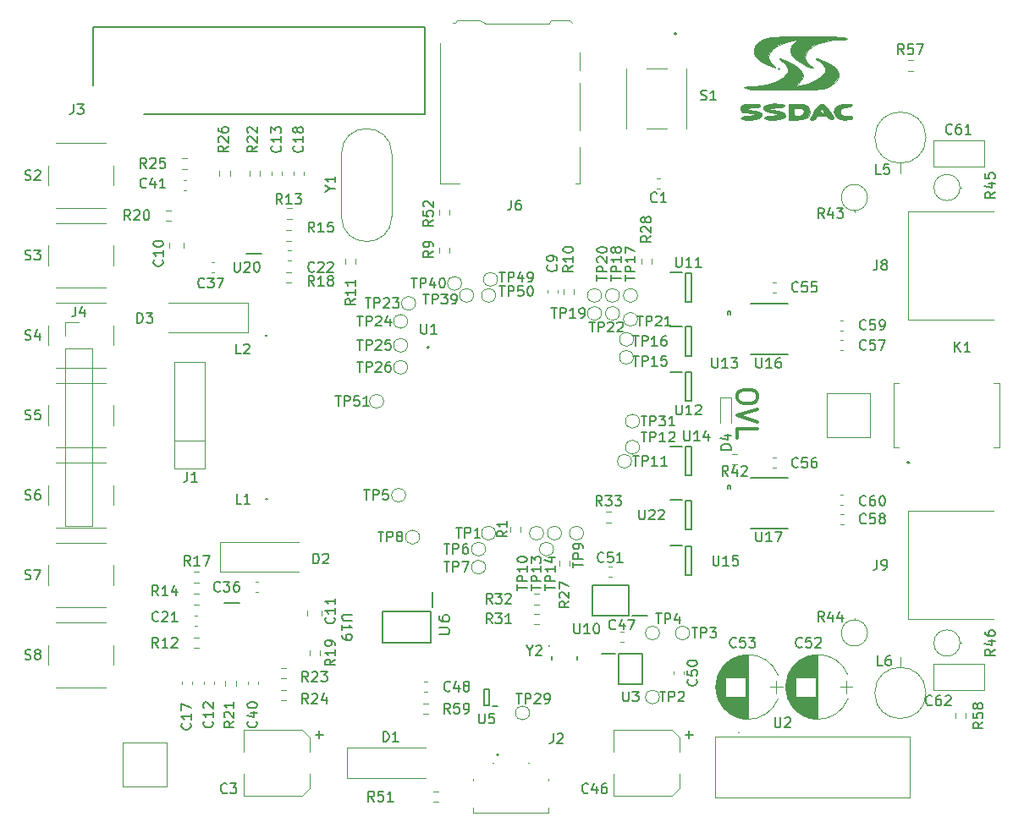
<source format=gto>
G04 #@! TF.GenerationSoftware,KiCad,Pcbnew,(5.1.9)-1*
G04 #@! TF.CreationDate,2021-05-07T01:52:01+09:00*
G04 #@! TF.ProjectId,xSSDAC,78535344-4143-42e6-9b69-6361645f7063,rev?*
G04 #@! TF.SameCoordinates,Original*
G04 #@! TF.FileFunction,Legend,Top*
G04 #@! TF.FilePolarity,Positive*
%FSLAX46Y46*%
G04 Gerber Fmt 4.6, Leading zero omitted, Abs format (unit mm)*
G04 Created by KiCad (PCBNEW (5.1.9)-1) date 2021-05-07 01:52:01*
%MOMM*%
%LPD*%
G01*
G04 APERTURE LIST*
%ADD10C,0.300000*%
%ADD11C,0.010000*%
%ADD12C,0.100000*%
%ADD13C,0.120000*%
%ADD14C,0.200000*%
%ADD15C,0.152400*%
%ADD16C,0.150000*%
G04 APERTURE END LIST*
D10*
X168895238Y-96342857D02*
X168895238Y-96723809D01*
X168800000Y-96914285D01*
X168609523Y-97104761D01*
X168228571Y-97200000D01*
X167561904Y-97200000D01*
X167180952Y-97104761D01*
X166990476Y-96914285D01*
X166895238Y-96723809D01*
X166895238Y-96342857D01*
X166990476Y-96152380D01*
X167180952Y-95961904D01*
X167561904Y-95866666D01*
X168228571Y-95866666D01*
X168609523Y-95961904D01*
X168800000Y-96152380D01*
X168895238Y-96342857D01*
X168895238Y-97771428D02*
X166895238Y-98438095D01*
X168895238Y-99104761D01*
X166895238Y-100723809D02*
X166895238Y-99771428D01*
X168895238Y-99771428D01*
D11*
G36*
X168831339Y-67222477D02*
G01*
X169091814Y-67272576D01*
X169186747Y-67371668D01*
X169190526Y-67407895D01*
X169126395Y-67526955D01*
X168900372Y-67589354D01*
X168462008Y-67608370D01*
X168428526Y-67608421D01*
X167989675Y-67633707D01*
X167800976Y-67696081D01*
X167851428Y-67775313D01*
X168130030Y-67851175D01*
X168587745Y-67901190D01*
X169065826Y-67988054D01*
X169308413Y-68167564D01*
X169306181Y-68428539D01*
X169185196Y-68617475D01*
X168988839Y-68718052D01*
X168642753Y-68785739D01*
X168220894Y-68819519D01*
X167797218Y-68818378D01*
X167445684Y-68781301D01*
X167240247Y-68707272D01*
X167217951Y-68644474D01*
X167375698Y-68538465D01*
X167732906Y-68448387D01*
X168064617Y-68405147D01*
X168485060Y-68346250D01*
X168645943Y-68276854D01*
X168554309Y-68206679D01*
X168217201Y-68145446D01*
X167853684Y-68114022D01*
X167473764Y-68070605D01*
X167284996Y-67975175D01*
X167211352Y-67785785D01*
X167206988Y-67757224D01*
X167220371Y-67494535D01*
X167376296Y-67328207D01*
X167713914Y-67239554D01*
X168272381Y-67209895D01*
X168355000Y-67209416D01*
X168831339Y-67222477D01*
G37*
X168831339Y-67222477D02*
X169091814Y-67272576D01*
X169186747Y-67371668D01*
X169190526Y-67407895D01*
X169126395Y-67526955D01*
X168900372Y-67589354D01*
X168462008Y-67608370D01*
X168428526Y-67608421D01*
X167989675Y-67633707D01*
X167800976Y-67696081D01*
X167851428Y-67775313D01*
X168130030Y-67851175D01*
X168587745Y-67901190D01*
X169065826Y-67988054D01*
X169308413Y-68167564D01*
X169306181Y-68428539D01*
X169185196Y-68617475D01*
X168988839Y-68718052D01*
X168642753Y-68785739D01*
X168220894Y-68819519D01*
X167797218Y-68818378D01*
X167445684Y-68781301D01*
X167240247Y-68707272D01*
X167217951Y-68644474D01*
X167375698Y-68538465D01*
X167732906Y-68448387D01*
X168064617Y-68405147D01*
X168485060Y-68346250D01*
X168645943Y-68276854D01*
X168554309Y-68206679D01*
X168217201Y-68145446D01*
X167853684Y-68114022D01*
X167473764Y-68070605D01*
X167284996Y-67975175D01*
X167211352Y-67785785D01*
X167206988Y-67757224D01*
X167220371Y-67494535D01*
X167376296Y-67328207D01*
X167713914Y-67239554D01*
X168272381Y-67209895D01*
X168355000Y-67209416D01*
X168831339Y-67222477D01*
G36*
X171038758Y-67203718D02*
G01*
X171390053Y-67260463D01*
X171581745Y-67362304D01*
X171596842Y-67407895D01*
X171530831Y-67528824D01*
X171299205Y-67591084D01*
X170861579Y-67608421D01*
X170388580Y-67637070D01*
X170163384Y-67706451D01*
X170189981Y-67791718D01*
X170472362Y-67868024D01*
X170814389Y-67902224D01*
X171333701Y-67985769D01*
X171640908Y-68152517D01*
X171716974Y-68385693D01*
X171606142Y-68599847D01*
X171388800Y-68719188D01*
X171022115Y-68795152D01*
X170583323Y-68827309D01*
X170149662Y-68815230D01*
X169798368Y-68758484D01*
X169606675Y-68656643D01*
X169591579Y-68611053D01*
X169657589Y-68490123D01*
X169889215Y-68427864D01*
X170326842Y-68410526D01*
X170799841Y-68381878D01*
X171025037Y-68312497D01*
X170998440Y-68227230D01*
X170716058Y-68150924D01*
X170374032Y-68116723D01*
X169854720Y-68033178D01*
X169547512Y-67866430D01*
X169471447Y-67633254D01*
X169582279Y-67419101D01*
X169799621Y-67299759D01*
X170166306Y-67223795D01*
X170605097Y-67191638D01*
X171038758Y-67203718D01*
G37*
X171038758Y-67203718D02*
X171390053Y-67260463D01*
X171581745Y-67362304D01*
X171596842Y-67407895D01*
X171530831Y-67528824D01*
X171299205Y-67591084D01*
X170861579Y-67608421D01*
X170388580Y-67637070D01*
X170163384Y-67706451D01*
X170189981Y-67791718D01*
X170472362Y-67868024D01*
X170814389Y-67902224D01*
X171333701Y-67985769D01*
X171640908Y-68152517D01*
X171716974Y-68385693D01*
X171606142Y-68599847D01*
X171388800Y-68719188D01*
X171022115Y-68795152D01*
X170583323Y-68827309D01*
X170149662Y-68815230D01*
X169798368Y-68758484D01*
X169606675Y-68656643D01*
X169591579Y-68611053D01*
X169657589Y-68490123D01*
X169889215Y-68427864D01*
X170326842Y-68410526D01*
X170799841Y-68381878D01*
X171025037Y-68312497D01*
X170998440Y-68227230D01*
X170716058Y-68150924D01*
X170374032Y-68116723D01*
X169854720Y-68033178D01*
X169547512Y-67866430D01*
X169471447Y-67633254D01*
X169582279Y-67419101D01*
X169799621Y-67299759D01*
X170166306Y-67223795D01*
X170605097Y-67191638D01*
X171038758Y-67203718D01*
G36*
X173439643Y-67267086D02*
G01*
X173880067Y-67450675D01*
X174102866Y-67764792D01*
X174136842Y-68009474D01*
X174035098Y-68402365D01*
X173722308Y-68660868D01*
X173187131Y-68791637D01*
X172770254Y-68811579D01*
X171997895Y-68811579D01*
X171997895Y-68009474D01*
X172532631Y-68009474D01*
X172551572Y-68280509D01*
X172660829Y-68388586D01*
X172939053Y-68392651D01*
X173033947Y-68385175D01*
X173366655Y-68333018D01*
X173508277Y-68213615D01*
X173535263Y-68009474D01*
X173498331Y-67784612D01*
X173336809Y-67676829D01*
X173033947Y-67633772D01*
X172706376Y-67622424D01*
X172565640Y-67701699D01*
X172533086Y-67930541D01*
X172532631Y-68009474D01*
X171997895Y-68009474D01*
X171997895Y-67207368D01*
X172770254Y-67207368D01*
X173439643Y-67267086D01*
G37*
X173439643Y-67267086D02*
X173880067Y-67450675D01*
X174102866Y-67764792D01*
X174136842Y-68009474D01*
X174035098Y-68402365D01*
X173722308Y-68660868D01*
X173187131Y-68791637D01*
X172770254Y-68811579D01*
X171997895Y-68811579D01*
X171997895Y-68009474D01*
X172532631Y-68009474D01*
X172551572Y-68280509D01*
X172660829Y-68388586D01*
X172939053Y-68392651D01*
X173033947Y-68385175D01*
X173366655Y-68333018D01*
X173508277Y-68213615D01*
X173535263Y-68009474D01*
X173498331Y-67784612D01*
X173336809Y-67676829D01*
X173033947Y-67633772D01*
X172706376Y-67622424D01*
X172565640Y-67701699D01*
X172533086Y-67930541D01*
X172532631Y-68009474D01*
X171997895Y-68009474D01*
X171997895Y-67207368D01*
X172770254Y-67207368D01*
X173439643Y-67267086D01*
G36*
X175505158Y-67271559D02*
G01*
X175803037Y-67540657D01*
X176071711Y-67907426D01*
X176317337Y-68287205D01*
X176487874Y-68579636D01*
X176543158Y-68709531D01*
X176443958Y-68806141D01*
X176226191Y-68800559D01*
X176009604Y-68711802D01*
X175923080Y-68611053D01*
X175726069Y-68459147D01*
X175340000Y-68410526D01*
X174935498Y-68465486D01*
X174756919Y-68611053D01*
X174617838Y-68737395D01*
X174389936Y-68813148D01*
X174192734Y-68812042D01*
X174136842Y-68747333D01*
X174203469Y-68610369D01*
X174377708Y-68314837D01*
X174608845Y-67945227D01*
X174610714Y-67942632D01*
X175206316Y-67942632D01*
X175311177Y-68119915D01*
X175402646Y-68143158D01*
X175537514Y-68054583D01*
X175522028Y-67942632D01*
X175390807Y-67765729D01*
X175325697Y-67742105D01*
X175219719Y-67850594D01*
X175206316Y-67942632D01*
X174610714Y-67942632D01*
X174949266Y-67472779D01*
X175234303Y-67248578D01*
X175505158Y-67271559D01*
G37*
X175505158Y-67271559D02*
X175803037Y-67540657D01*
X176071711Y-67907426D01*
X176317337Y-68287205D01*
X176487874Y-68579636D01*
X176543158Y-68709531D01*
X176443958Y-68806141D01*
X176226191Y-68800559D01*
X176009604Y-68711802D01*
X175923080Y-68611053D01*
X175726069Y-68459147D01*
X175340000Y-68410526D01*
X174935498Y-68465486D01*
X174756919Y-68611053D01*
X174617838Y-68737395D01*
X174389936Y-68813148D01*
X174192734Y-68812042D01*
X174136842Y-68747333D01*
X174203469Y-68610369D01*
X174377708Y-68314837D01*
X174608845Y-67945227D01*
X174610714Y-67942632D01*
X175206316Y-67942632D01*
X175311177Y-68119915D01*
X175402646Y-68143158D01*
X175537514Y-68054583D01*
X175522028Y-67942632D01*
X175390807Y-67765729D01*
X175325697Y-67742105D01*
X175219719Y-67850594D01*
X175206316Y-67942632D01*
X174610714Y-67942632D01*
X174949266Y-67472779D01*
X175234303Y-67248578D01*
X175505158Y-67271559D01*
G36*
X178211381Y-67229233D02*
G01*
X178399305Y-67302389D01*
X178414737Y-67341053D01*
X178301382Y-67446104D01*
X178113947Y-67476562D01*
X177602069Y-67538089D01*
X177272762Y-67703281D01*
X177178854Y-67854728D01*
X177158379Y-68168583D01*
X177321966Y-68343867D01*
X177701942Y-68408416D01*
X177824298Y-68410526D01*
X178216754Y-68437741D01*
X178393023Y-68529940D01*
X178414737Y-68611053D01*
X178298589Y-68739817D01*
X178005375Y-68806266D01*
X177617938Y-68810798D01*
X177219120Y-68753813D01*
X176891765Y-68635708D01*
X176840272Y-68603472D01*
X176588049Y-68273892D01*
X176543158Y-68009474D01*
X176660894Y-67599421D01*
X176840272Y-67415475D01*
X177106451Y-67305097D01*
X177480199Y-67234594D01*
X177876761Y-67207970D01*
X178211381Y-67229233D01*
G37*
X178211381Y-67229233D02*
X178399305Y-67302389D01*
X178414737Y-67341053D01*
X178301382Y-67446104D01*
X178113947Y-67476562D01*
X177602069Y-67538089D01*
X177272762Y-67703281D01*
X177178854Y-67854728D01*
X177158379Y-68168583D01*
X177321966Y-68343867D01*
X177701942Y-68408416D01*
X177824298Y-68410526D01*
X178216754Y-68437741D01*
X178393023Y-68529940D01*
X178414737Y-68611053D01*
X178298589Y-68739817D01*
X178005375Y-68806266D01*
X177617938Y-68810798D01*
X177219120Y-68753813D01*
X176891765Y-68635708D01*
X176840272Y-68603472D01*
X176588049Y-68273892D01*
X176543158Y-68009474D01*
X176660894Y-67599421D01*
X176840272Y-67415475D01*
X177106451Y-67305097D01*
X177480199Y-67234594D01*
X177876761Y-67207970D01*
X178211381Y-67229233D01*
G36*
X174885379Y-62710915D02*
G01*
X175289492Y-62848251D01*
X175529080Y-62936672D01*
X176274874Y-63291035D01*
X176778350Y-63692786D01*
X177036363Y-64121854D01*
X177045769Y-64558165D01*
X176803423Y-64981647D01*
X176306181Y-65372226D01*
X175939754Y-65558352D01*
X175742248Y-65631821D01*
X175499040Y-65689264D01*
X175175434Y-65732931D01*
X174736733Y-65765073D01*
X174148239Y-65787940D01*
X173375255Y-65803783D01*
X172383086Y-65814852D01*
X171931052Y-65818348D01*
X170969118Y-65821108D01*
X170074677Y-65816009D01*
X169289017Y-65803892D01*
X168653421Y-65785597D01*
X168209174Y-65761965D01*
X168014005Y-65738586D01*
X167680713Y-65648674D01*
X167558542Y-65580504D01*
X167661126Y-65528055D01*
X168002100Y-65485305D01*
X168595096Y-65446232D01*
X168687047Y-65441337D01*
X169798925Y-65309864D01*
X170701685Y-65038206D01*
X171418590Y-64618407D01*
X171630263Y-64434664D01*
X171925476Y-64050815D01*
X171967603Y-63685294D01*
X171753744Y-63308265D01*
X171496579Y-63060074D01*
X171218977Y-62816244D01*
X171136826Y-62707673D01*
X171235159Y-62704665D01*
X171329473Y-62728505D01*
X172000232Y-62976247D01*
X172597964Y-63313184D01*
X173073914Y-63700745D01*
X173379325Y-64100364D01*
X173468421Y-64420540D01*
X173378095Y-64679118D01*
X173152749Y-64997264D01*
X173065603Y-65090753D01*
X172662785Y-65493571D01*
X173232708Y-65400413D01*
X174004505Y-65207923D01*
X174688010Y-64912240D01*
X175229432Y-64544722D01*
X175574981Y-64136729D01*
X175636723Y-63998947D01*
X175634570Y-63624543D01*
X175413175Y-63239563D01*
X175043831Y-62930818D01*
X174770802Y-62752298D01*
X174715233Y-62678964D01*
X174885379Y-62710915D01*
G37*
X174885379Y-62710915D02*
X175289492Y-62848251D01*
X175529080Y-62936672D01*
X176274874Y-63291035D01*
X176778350Y-63692786D01*
X177036363Y-64121854D01*
X177045769Y-64558165D01*
X176803423Y-64981647D01*
X176306181Y-65372226D01*
X175939754Y-65558352D01*
X175742248Y-65631821D01*
X175499040Y-65689264D01*
X175175434Y-65732931D01*
X174736733Y-65765073D01*
X174148239Y-65787940D01*
X173375255Y-65803783D01*
X172383086Y-65814852D01*
X171931052Y-65818348D01*
X170969118Y-65821108D01*
X170074677Y-65816009D01*
X169289017Y-65803892D01*
X168653421Y-65785597D01*
X168209174Y-65761965D01*
X168014005Y-65738586D01*
X167680713Y-65648674D01*
X167558542Y-65580504D01*
X167661126Y-65528055D01*
X168002100Y-65485305D01*
X168595096Y-65446232D01*
X168687047Y-65441337D01*
X169798925Y-65309864D01*
X170701685Y-65038206D01*
X171418590Y-64618407D01*
X171630263Y-64434664D01*
X171925476Y-64050815D01*
X171967603Y-63685294D01*
X171753744Y-63308265D01*
X171496579Y-63060074D01*
X171218977Y-62816244D01*
X171136826Y-62707673D01*
X171235159Y-62704665D01*
X171329473Y-62728505D01*
X172000232Y-62976247D01*
X172597964Y-63313184D01*
X173073914Y-63700745D01*
X173379325Y-64100364D01*
X173468421Y-64420540D01*
X173378095Y-64679118D01*
X173152749Y-64997264D01*
X173065603Y-65090753D01*
X172662785Y-65493571D01*
X173232708Y-65400413D01*
X174004505Y-65207923D01*
X174688010Y-64912240D01*
X175229432Y-64544722D01*
X175574981Y-64136729D01*
X175636723Y-63998947D01*
X175634570Y-63624543D01*
X175413175Y-63239563D01*
X175043831Y-62930818D01*
X174770802Y-62752298D01*
X174715233Y-62678964D01*
X174885379Y-62710915D01*
G36*
X171062105Y-63664737D02*
G01*
X170995263Y-63731579D01*
X170928421Y-63664737D01*
X170995263Y-63597895D01*
X171062105Y-63664737D01*
G37*
X171062105Y-63664737D02*
X170995263Y-63731579D01*
X170928421Y-63664737D01*
X170995263Y-63597895D01*
X171062105Y-63664737D01*
G36*
X174948553Y-60465298D02*
G01*
X175803780Y-60480889D01*
X176558344Y-60506192D01*
X177167542Y-60541219D01*
X177586670Y-60585985D01*
X177746316Y-60624548D01*
X177898919Y-60706098D01*
X177874845Y-60752563D01*
X177641939Y-60774642D01*
X177273087Y-60782053D01*
X176536946Y-60839650D01*
X175760455Y-60982290D01*
X175045442Y-61186215D01*
X174493739Y-61427667D01*
X174485666Y-61432366D01*
X173979622Y-61824403D01*
X173703519Y-62252374D01*
X173662965Y-62682067D01*
X173863571Y-63079272D01*
X174173851Y-63334173D01*
X174424370Y-63509012D01*
X174460582Y-63587976D01*
X174315389Y-63577045D01*
X174021691Y-63482197D01*
X173612390Y-63309411D01*
X173353442Y-63185086D01*
X172705710Y-62783524D01*
X172312940Y-62358705D01*
X172178236Y-61919844D01*
X172304702Y-61476154D01*
X172644416Y-61080294D01*
X172855198Y-60881638D01*
X172866525Y-60814822D01*
X172733158Y-60836366D01*
X172416478Y-60909565D01*
X172016591Y-60993654D01*
X171997895Y-60997387D01*
X171556714Y-61124571D01*
X171090621Y-61313777D01*
X171033785Y-61341692D01*
X170443866Y-61722544D01*
X170095885Y-62135008D01*
X169996036Y-62560305D01*
X170150510Y-62979656D01*
X170403941Y-63251801D01*
X170635770Y-63478892D01*
X170644631Y-63576019D01*
X170441438Y-63542775D01*
X170037105Y-63378757D01*
X169815762Y-63273634D01*
X169161010Y-62900880D01*
X168746877Y-62532779D01*
X168548401Y-62143122D01*
X168522105Y-61915423D01*
X168649802Y-61472283D01*
X169009304Y-61072074D01*
X169565229Y-60747920D01*
X169898447Y-60626937D01*
X170206631Y-60574929D01*
X170727073Y-60532538D01*
X171415071Y-60499776D01*
X172225921Y-60476657D01*
X173114920Y-60463196D01*
X174037365Y-60459405D01*
X174948553Y-60465298D01*
G37*
X174948553Y-60465298D02*
X175803780Y-60480889D01*
X176558344Y-60506192D01*
X177167542Y-60541219D01*
X177586670Y-60585985D01*
X177746316Y-60624548D01*
X177898919Y-60706098D01*
X177874845Y-60752563D01*
X177641939Y-60774642D01*
X177273087Y-60782053D01*
X176536946Y-60839650D01*
X175760455Y-60982290D01*
X175045442Y-61186215D01*
X174493739Y-61427667D01*
X174485666Y-61432366D01*
X173979622Y-61824403D01*
X173703519Y-62252374D01*
X173662965Y-62682067D01*
X173863571Y-63079272D01*
X174173851Y-63334173D01*
X174424370Y-63509012D01*
X174460582Y-63587976D01*
X174315389Y-63577045D01*
X174021691Y-63482197D01*
X173612390Y-63309411D01*
X173353442Y-63185086D01*
X172705710Y-62783524D01*
X172312940Y-62358705D01*
X172178236Y-61919844D01*
X172304702Y-61476154D01*
X172644416Y-61080294D01*
X172855198Y-60881638D01*
X172866525Y-60814822D01*
X172733158Y-60836366D01*
X172416478Y-60909565D01*
X172016591Y-60993654D01*
X171997895Y-60997387D01*
X171556714Y-61124571D01*
X171090621Y-61313777D01*
X171033785Y-61341692D01*
X170443866Y-61722544D01*
X170095885Y-62135008D01*
X169996036Y-62560305D01*
X170150510Y-62979656D01*
X170403941Y-63251801D01*
X170635770Y-63478892D01*
X170644631Y-63576019D01*
X170441438Y-63542775D01*
X170037105Y-63378757D01*
X169815762Y-63273634D01*
X169161010Y-62900880D01*
X168746877Y-62532779D01*
X168548401Y-62143122D01*
X168522105Y-61915423D01*
X168649802Y-61472283D01*
X169009304Y-61072074D01*
X169565229Y-60747920D01*
X169898447Y-60626937D01*
X170206631Y-60574929D01*
X170727073Y-60532538D01*
X171415071Y-60499776D01*
X172225921Y-60476657D01*
X173114920Y-60463196D01*
X174037365Y-60459405D01*
X174948553Y-60465298D01*
D12*
X183950000Y-88800000D02*
X183950000Y-78000000D01*
X192500000Y-78000000D02*
X183950000Y-78000000D01*
X192500000Y-88800000D02*
X183950000Y-88800000D01*
X183950000Y-118800000D02*
X183950000Y-108000000D01*
X192500000Y-108000000D02*
X183950000Y-108000000D01*
X192500000Y-118800000D02*
X183950000Y-118800000D01*
D13*
X183200000Y-123640000D02*
X183200000Y-122620000D01*
X185760000Y-126200000D02*
G75*
G03*
X185760000Y-126200000I-2560000J0D01*
G01*
X147054724Y-116277500D02*
X146545276Y-116277500D01*
X147054724Y-117322500D02*
X146545276Y-117322500D01*
X178600000Y-77910000D02*
X178600000Y-78040000D01*
X179910000Y-76600000D02*
G75*
G03*
X179910000Y-76600000I-1310000J0D01*
G01*
X109745276Y-78922500D02*
X110254724Y-78922500D01*
X109745276Y-77877500D02*
X110254724Y-77877500D01*
X111535000Y-81101248D02*
X111535000Y-81623752D01*
X110065000Y-81101248D02*
X110065000Y-81623752D01*
X128722500Y-82745276D02*
X128722500Y-83254724D01*
X127677500Y-82745276D02*
X127677500Y-83254724D01*
X111290000Y-125053733D02*
X111290000Y-125346267D01*
X112310000Y-125053733D02*
X112310000Y-125346267D01*
X112870267Y-118490000D02*
X112577733Y-118490000D01*
X112870267Y-119510000D02*
X112577733Y-119510000D01*
D14*
X115525000Y-117195000D02*
X117050000Y-117195000D01*
D13*
X115100000Y-114100000D02*
X123000000Y-114100000D01*
X115100000Y-111100000D02*
X115100000Y-114100000D01*
X123000000Y-111100000D02*
X115100000Y-111100000D01*
X114510000Y-125053733D02*
X114510000Y-125346267D01*
X113490000Y-125053733D02*
X113490000Y-125346267D01*
X123865000Y-118461252D02*
X123865000Y-117938748D01*
X125335000Y-118461252D02*
X125335000Y-117938748D01*
X121767224Y-124722500D02*
X121257776Y-124722500D01*
X121767224Y-123677500D02*
X121257776Y-123677500D01*
X116722500Y-124945276D02*
X116722500Y-125454724D01*
X115677500Y-124945276D02*
X115677500Y-125454724D01*
X121767224Y-125877500D02*
X121257776Y-125877500D01*
X121767224Y-126922500D02*
X121257776Y-126922500D01*
X118910000Y-125346267D02*
X118910000Y-125053733D01*
X117890000Y-125346267D02*
X117890000Y-125053733D01*
X118946267Y-115090000D02*
X118653733Y-115090000D01*
X118946267Y-116110000D02*
X118653733Y-116110000D01*
X112469276Y-121722500D02*
X112978724Y-121722500D01*
X112469276Y-120677500D02*
X112978724Y-120677500D01*
X112469276Y-117322500D02*
X112978724Y-117322500D01*
X112469276Y-116277500D02*
X112978724Y-116277500D01*
X113054724Y-115122500D02*
X112545276Y-115122500D01*
X113054724Y-114077500D02*
X112545276Y-114077500D01*
X124077500Y-122454724D02*
X124077500Y-121945276D01*
X125122500Y-122454724D02*
X125122500Y-121945276D01*
X114253733Y-83090000D02*
X114546267Y-83090000D01*
X114253733Y-84110000D02*
X114546267Y-84110000D01*
X127275000Y-78485000D02*
X127275000Y-72235000D01*
X132325000Y-78485000D02*
X132325000Y-72235000D01*
X132325000Y-72235000D02*
G75*
G03*
X127275000Y-72235000I-2525000J0D01*
G01*
X132325000Y-78485000D02*
G75*
G02*
X127275000Y-78485000I-2525000J0D01*
G01*
X110600000Y-103710000D02*
X110600000Y-93090000D01*
X110600000Y-93090000D02*
X113600000Y-93090000D01*
X113600000Y-93090000D02*
X113600000Y-103710000D01*
X113600000Y-103710000D02*
X110600000Y-103710000D01*
X110600000Y-100940000D02*
X113600000Y-100940000D01*
D14*
X160170000Y-106902000D02*
X161370000Y-106902000D01*
X161720000Y-109852000D02*
X161720000Y-106952000D01*
X162320000Y-109852000D02*
X161720000Y-109852000D01*
X162320000Y-106952000D02*
X162320000Y-109852000D01*
X161720000Y-106952000D02*
X162320000Y-106952000D01*
D15*
X171972600Y-104658000D02*
X168213400Y-104658000D01*
X168213400Y-109738000D02*
X169788200Y-109738000D01*
X169788200Y-109738000D02*
X170397800Y-109738000D01*
X170397800Y-109738000D02*
X171972600Y-109738000D01*
X165927400Y-105775600D02*
X165927400Y-105394600D01*
X165927400Y-105394600D02*
X166181400Y-105394600D01*
X166181400Y-105394600D02*
X166181400Y-105775600D01*
X166181400Y-87970600D02*
X166181400Y-88351600D01*
X165927400Y-87970600D02*
X166181400Y-87970600D01*
X165927400Y-88351600D02*
X165927400Y-87970600D01*
X170397800Y-92314000D02*
X171972600Y-92314000D01*
X169788200Y-92314000D02*
X170397800Y-92314000D01*
X168213400Y-92314000D02*
X169788200Y-92314000D01*
X171972600Y-87234000D02*
X168213400Y-87234000D01*
D14*
X119275000Y-82205000D02*
X117750000Y-82205000D01*
D13*
X186490000Y-123290000D02*
X191610000Y-123290000D01*
X186490000Y-125910000D02*
X191610000Y-125910000D01*
X186490000Y-123290000D02*
X186490000Y-125910000D01*
X191610000Y-123290000D02*
X191610000Y-125910000D01*
X191610000Y-70890000D02*
X191610000Y-73510000D01*
X186490000Y-70890000D02*
X186490000Y-73510000D01*
X186490000Y-73510000D02*
X191610000Y-73510000D01*
X186490000Y-70890000D02*
X191610000Y-70890000D01*
D14*
X161720000Y-101550000D02*
X162320000Y-101550000D01*
X162320000Y-101550000D02*
X162320000Y-104450000D01*
X162320000Y-104450000D02*
X161720000Y-104450000D01*
X161720000Y-104450000D02*
X161720000Y-101550000D01*
X160170000Y-101500000D02*
X161370000Y-101500000D01*
X160150000Y-111474000D02*
X161350000Y-111474000D01*
X161700000Y-114424000D02*
X161700000Y-111524000D01*
X162300000Y-114424000D02*
X161700000Y-114424000D01*
X162300000Y-111524000D02*
X162300000Y-114424000D01*
X161700000Y-111524000D02*
X162300000Y-111524000D01*
X161700000Y-84150000D02*
X162300000Y-84150000D01*
X162300000Y-84150000D02*
X162300000Y-87050000D01*
X162300000Y-87050000D02*
X161700000Y-87050000D01*
X161700000Y-87050000D02*
X161700000Y-84150000D01*
X160150000Y-84100000D02*
X161350000Y-84100000D01*
X160170000Y-94050000D02*
X161370000Y-94050000D01*
X161720000Y-97000000D02*
X161720000Y-94100000D01*
X162320000Y-97000000D02*
X161720000Y-97000000D01*
X162320000Y-94100000D02*
X162320000Y-97000000D01*
X161720000Y-94100000D02*
X162320000Y-94100000D01*
X161700000Y-89550000D02*
X162300000Y-89550000D01*
X162300000Y-89550000D02*
X162300000Y-92450000D01*
X162300000Y-92450000D02*
X161700000Y-92450000D01*
X161700000Y-92450000D02*
X161700000Y-89550000D01*
X160150000Y-89500000D02*
X161350000Y-89500000D01*
D12*
X167050000Y-130175000D02*
X167050000Y-130175000D01*
X166950000Y-130175000D02*
X166950000Y-130175000D01*
X164650000Y-136675000D02*
X164650000Y-130575000D01*
X184150000Y-136675000D02*
X164650000Y-136675000D01*
X184150000Y-130575000D02*
X184150000Y-136675000D01*
X164650000Y-130575000D02*
X184150000Y-130575000D01*
X167050000Y-130175000D02*
G75*
G03*
X166950000Y-130175000I-50000J0D01*
G01*
X166950000Y-130175000D02*
G75*
G03*
X167050000Y-130175000I50000J0D01*
G01*
D14*
X148058610Y-121474000D02*
G75*
G03*
X148058610Y-121474000I-29610J0D01*
G01*
X148350000Y-122550000D02*
X148350000Y-122850000D01*
X150850000Y-122550000D02*
X150850000Y-122850000D01*
X136380000Y-116125000D02*
X136380000Y-117650000D01*
X131350000Y-118000000D02*
X136250000Y-118000000D01*
X131350000Y-121200000D02*
X131350000Y-118000000D01*
X136250000Y-121200000D02*
X131350000Y-121200000D01*
X136250000Y-118000000D02*
X136250000Y-121200000D01*
D13*
X124100000Y-130660000D02*
X124100000Y-132080000D01*
X117500000Y-129900000D02*
X117500000Y-132080000D01*
X117500000Y-136500000D02*
X117500000Y-134320000D01*
X124100000Y-135740000D02*
X124100000Y-134320000D01*
X117500000Y-129900000D02*
X123340000Y-129900000D01*
X123340000Y-129900000D02*
X124100000Y-130660000D01*
X124100000Y-135740000D02*
X123340000Y-136500000D01*
X123340000Y-136500000D02*
X117500000Y-136500000D01*
X110000000Y-90100000D02*
X117900000Y-90100000D01*
X117900000Y-90100000D02*
X117900000Y-87100000D01*
X117900000Y-87100000D02*
X110000000Y-87100000D01*
X135700000Y-131700000D02*
X127800000Y-131700000D01*
X127800000Y-131700000D02*
X127800000Y-134700000D01*
X127800000Y-134700000D02*
X135700000Y-134700000D01*
X161100000Y-130660000D02*
X161100000Y-132080000D01*
X154500000Y-129900000D02*
X154500000Y-132080000D01*
X154500000Y-136500000D02*
X154500000Y-134320000D01*
X161100000Y-135740000D02*
X161100000Y-134320000D01*
X154500000Y-129900000D02*
X160340000Y-129900000D01*
X160340000Y-129900000D02*
X161100000Y-130660000D01*
X161100000Y-135740000D02*
X160340000Y-136500000D01*
X160340000Y-136500000D02*
X154500000Y-136500000D01*
X174950000Y-128800000D02*
X174950000Y-122400000D01*
X174910000Y-128800000D02*
X174910000Y-122400000D01*
X174870000Y-128800000D02*
X174870000Y-122400000D01*
X174830000Y-128798000D02*
X174830000Y-122402000D01*
X174790000Y-128797000D02*
X174790000Y-122403000D01*
X174750000Y-128794000D02*
X174750000Y-122406000D01*
X174710000Y-128792000D02*
X174710000Y-122408000D01*
X174670000Y-128788000D02*
X174670000Y-126580000D01*
X174670000Y-124620000D02*
X174670000Y-122412000D01*
X174630000Y-128785000D02*
X174630000Y-126580000D01*
X174630000Y-124620000D02*
X174630000Y-122415000D01*
X174590000Y-128780000D02*
X174590000Y-126580000D01*
X174590000Y-124620000D02*
X174590000Y-122420000D01*
X174550000Y-128776000D02*
X174550000Y-126580000D01*
X174550000Y-124620000D02*
X174550000Y-122424000D01*
X174510000Y-128770000D02*
X174510000Y-126580000D01*
X174510000Y-124620000D02*
X174510000Y-122430000D01*
X174470000Y-128765000D02*
X174470000Y-126580000D01*
X174470000Y-124620000D02*
X174470000Y-122435000D01*
X174430000Y-128758000D02*
X174430000Y-126580000D01*
X174430000Y-124620000D02*
X174430000Y-122442000D01*
X174390000Y-128752000D02*
X174390000Y-126580000D01*
X174390000Y-124620000D02*
X174390000Y-122448000D01*
X174350000Y-128744000D02*
X174350000Y-126580000D01*
X174350000Y-124620000D02*
X174350000Y-122456000D01*
X174310000Y-128737000D02*
X174310000Y-126580000D01*
X174310000Y-124620000D02*
X174310000Y-122463000D01*
X174270000Y-128728000D02*
X174270000Y-126580000D01*
X174270000Y-124620000D02*
X174270000Y-122472000D01*
X174229000Y-128719000D02*
X174229000Y-126580000D01*
X174229000Y-124620000D02*
X174229000Y-122481000D01*
X174189000Y-128710000D02*
X174189000Y-126580000D01*
X174189000Y-124620000D02*
X174189000Y-122490000D01*
X174149000Y-128700000D02*
X174149000Y-126580000D01*
X174149000Y-124620000D02*
X174149000Y-122500000D01*
X174109000Y-128690000D02*
X174109000Y-126580000D01*
X174109000Y-124620000D02*
X174109000Y-122510000D01*
X174069000Y-128679000D02*
X174069000Y-126580000D01*
X174069000Y-124620000D02*
X174069000Y-122521000D01*
X174029000Y-128667000D02*
X174029000Y-126580000D01*
X174029000Y-124620000D02*
X174029000Y-122533000D01*
X173989000Y-128655000D02*
X173989000Y-126580000D01*
X173989000Y-124620000D02*
X173989000Y-122545000D01*
X173949000Y-128642000D02*
X173949000Y-126580000D01*
X173949000Y-124620000D02*
X173949000Y-122558000D01*
X173909000Y-128629000D02*
X173909000Y-126580000D01*
X173909000Y-124620000D02*
X173909000Y-122571000D01*
X173869000Y-128615000D02*
X173869000Y-126580000D01*
X173869000Y-124620000D02*
X173869000Y-122585000D01*
X173829000Y-128601000D02*
X173829000Y-126580000D01*
X173829000Y-124620000D02*
X173829000Y-122599000D01*
X173789000Y-128586000D02*
X173789000Y-126580000D01*
X173789000Y-124620000D02*
X173789000Y-122614000D01*
X173749000Y-128570000D02*
X173749000Y-126580000D01*
X173749000Y-124620000D02*
X173749000Y-122630000D01*
X173709000Y-128554000D02*
X173709000Y-126580000D01*
X173709000Y-124620000D02*
X173709000Y-122646000D01*
X173669000Y-128537000D02*
X173669000Y-126580000D01*
X173669000Y-124620000D02*
X173669000Y-122663000D01*
X173629000Y-128519000D02*
X173629000Y-126580000D01*
X173629000Y-124620000D02*
X173629000Y-122681000D01*
X173589000Y-128501000D02*
X173589000Y-126580000D01*
X173589000Y-124620000D02*
X173589000Y-122699000D01*
X173549000Y-128482000D02*
X173549000Y-126580000D01*
X173549000Y-124620000D02*
X173549000Y-122718000D01*
X173509000Y-128463000D02*
X173509000Y-126580000D01*
X173509000Y-124620000D02*
X173509000Y-122737000D01*
X173469000Y-128443000D02*
X173469000Y-126580000D01*
X173469000Y-124620000D02*
X173469000Y-122757000D01*
X173429000Y-128422000D02*
X173429000Y-126580000D01*
X173429000Y-124620000D02*
X173429000Y-122778000D01*
X173389000Y-128400000D02*
X173389000Y-126580000D01*
X173389000Y-124620000D02*
X173389000Y-122800000D01*
X173349000Y-128378000D02*
X173349000Y-126580000D01*
X173349000Y-124620000D02*
X173349000Y-122822000D01*
X173309000Y-128355000D02*
X173309000Y-126580000D01*
X173309000Y-124620000D02*
X173309000Y-122845000D01*
X173269000Y-128331000D02*
X173269000Y-126580000D01*
X173269000Y-124620000D02*
X173269000Y-122869000D01*
X173229000Y-128306000D02*
X173229000Y-126580000D01*
X173229000Y-124620000D02*
X173229000Y-122894000D01*
X173189000Y-128281000D02*
X173189000Y-126580000D01*
X173189000Y-124620000D02*
X173189000Y-122919000D01*
X173149000Y-128254000D02*
X173149000Y-126580000D01*
X173149000Y-124620000D02*
X173149000Y-122946000D01*
X173109000Y-128227000D02*
X173109000Y-126580000D01*
X173109000Y-124620000D02*
X173109000Y-122973000D01*
X173069000Y-128199000D02*
X173069000Y-126580000D01*
X173069000Y-124620000D02*
X173069000Y-123001000D01*
X173029000Y-128170000D02*
X173029000Y-126580000D01*
X173029000Y-124620000D02*
X173029000Y-123030000D01*
X172989000Y-128140000D02*
X172989000Y-126580000D01*
X172989000Y-124620000D02*
X172989000Y-123060000D01*
X172949000Y-128110000D02*
X172949000Y-126580000D01*
X172949000Y-124620000D02*
X172949000Y-123090000D01*
X172909000Y-128078000D02*
X172909000Y-126580000D01*
X172909000Y-124620000D02*
X172909000Y-123122000D01*
X172869000Y-128045000D02*
X172869000Y-126580000D01*
X172869000Y-124620000D02*
X172869000Y-123155000D01*
X172829000Y-128011000D02*
X172829000Y-126580000D01*
X172829000Y-124620000D02*
X172829000Y-123189000D01*
X172789000Y-127975000D02*
X172789000Y-126580000D01*
X172789000Y-124620000D02*
X172789000Y-123225000D01*
X172749000Y-127939000D02*
X172749000Y-126580000D01*
X172749000Y-124620000D02*
X172749000Y-123261000D01*
X172709000Y-127901000D02*
X172709000Y-123299000D01*
X172669000Y-127862000D02*
X172669000Y-123338000D01*
X172629000Y-127822000D02*
X172629000Y-123378000D01*
X172589000Y-127780000D02*
X172589000Y-123420000D01*
X172549000Y-127737000D02*
X172549000Y-123463000D01*
X172509000Y-127692000D02*
X172509000Y-123508000D01*
X172469000Y-127645000D02*
X172469000Y-123555000D01*
X172429000Y-127597000D02*
X172429000Y-123603000D01*
X172389000Y-127546000D02*
X172389000Y-123654000D01*
X172349000Y-127494000D02*
X172349000Y-123706000D01*
X172309000Y-127439000D02*
X172309000Y-123761000D01*
X172269000Y-127381000D02*
X172269000Y-123819000D01*
X172229000Y-127321000D02*
X172229000Y-123879000D01*
X172189000Y-127258000D02*
X172189000Y-123942000D01*
X172149000Y-127191000D02*
X172149000Y-124009000D01*
X172109000Y-127120000D02*
X172109000Y-124080000D01*
X172069000Y-127045000D02*
X172069000Y-124155000D01*
X172029000Y-126964000D02*
X172029000Y-124236000D01*
X171989000Y-126878000D02*
X171989000Y-124322000D01*
X171949000Y-126784000D02*
X171949000Y-124416000D01*
X171909000Y-126681000D02*
X171909000Y-124519000D01*
X171869000Y-126566000D02*
X171869000Y-124634000D01*
X171829000Y-126434000D02*
X171829000Y-124766000D01*
X171789000Y-126276000D02*
X171789000Y-124924000D01*
X171749000Y-126068000D02*
X171749000Y-125132000D01*
X178400000Y-125600000D02*
X177200000Y-125600000D01*
X177800000Y-126250000D02*
X177800000Y-124950000D01*
X171932180Y-124420864D02*
G75*
G03*
X171932518Y-126780000I3017820J-1179136D01*
G01*
X171932180Y-124420864D02*
G75*
G02*
X177967482Y-124420000I3017820J-1179136D01*
G01*
X171932180Y-126779136D02*
G75*
G03*
X177967482Y-126780000I3017820J1179136D01*
G01*
X170800000Y-126250000D02*
X170800000Y-124950000D01*
X171400000Y-125600000D02*
X170200000Y-125600000D01*
X164749000Y-126068000D02*
X164749000Y-125132000D01*
X164789000Y-126276000D02*
X164789000Y-124924000D01*
X164829000Y-126434000D02*
X164829000Y-124766000D01*
X164869000Y-126566000D02*
X164869000Y-124634000D01*
X164909000Y-126681000D02*
X164909000Y-124519000D01*
X164949000Y-126784000D02*
X164949000Y-124416000D01*
X164989000Y-126878000D02*
X164989000Y-124322000D01*
X165029000Y-126964000D02*
X165029000Y-124236000D01*
X165069000Y-127045000D02*
X165069000Y-124155000D01*
X165109000Y-127120000D02*
X165109000Y-124080000D01*
X165149000Y-127191000D02*
X165149000Y-124009000D01*
X165189000Y-127258000D02*
X165189000Y-123942000D01*
X165229000Y-127321000D02*
X165229000Y-123879000D01*
X165269000Y-127381000D02*
X165269000Y-123819000D01*
X165309000Y-127439000D02*
X165309000Y-123761000D01*
X165349000Y-127494000D02*
X165349000Y-123706000D01*
X165389000Y-127546000D02*
X165389000Y-123654000D01*
X165429000Y-127597000D02*
X165429000Y-123603000D01*
X165469000Y-127645000D02*
X165469000Y-123555000D01*
X165509000Y-127692000D02*
X165509000Y-123508000D01*
X165549000Y-127737000D02*
X165549000Y-123463000D01*
X165589000Y-127780000D02*
X165589000Y-123420000D01*
X165629000Y-127822000D02*
X165629000Y-123378000D01*
X165669000Y-127862000D02*
X165669000Y-123338000D01*
X165709000Y-127901000D02*
X165709000Y-123299000D01*
X165749000Y-124620000D02*
X165749000Y-123261000D01*
X165749000Y-127939000D02*
X165749000Y-126580000D01*
X165789000Y-124620000D02*
X165789000Y-123225000D01*
X165789000Y-127975000D02*
X165789000Y-126580000D01*
X165829000Y-124620000D02*
X165829000Y-123189000D01*
X165829000Y-128011000D02*
X165829000Y-126580000D01*
X165869000Y-124620000D02*
X165869000Y-123155000D01*
X165869000Y-128045000D02*
X165869000Y-126580000D01*
X165909000Y-124620000D02*
X165909000Y-123122000D01*
X165909000Y-128078000D02*
X165909000Y-126580000D01*
X165949000Y-124620000D02*
X165949000Y-123090000D01*
X165949000Y-128110000D02*
X165949000Y-126580000D01*
X165989000Y-124620000D02*
X165989000Y-123060000D01*
X165989000Y-128140000D02*
X165989000Y-126580000D01*
X166029000Y-124620000D02*
X166029000Y-123030000D01*
X166029000Y-128170000D02*
X166029000Y-126580000D01*
X166069000Y-124620000D02*
X166069000Y-123001000D01*
X166069000Y-128199000D02*
X166069000Y-126580000D01*
X166109000Y-124620000D02*
X166109000Y-122973000D01*
X166109000Y-128227000D02*
X166109000Y-126580000D01*
X166149000Y-124620000D02*
X166149000Y-122946000D01*
X166149000Y-128254000D02*
X166149000Y-126580000D01*
X166189000Y-124620000D02*
X166189000Y-122919000D01*
X166189000Y-128281000D02*
X166189000Y-126580000D01*
X166229000Y-124620000D02*
X166229000Y-122894000D01*
X166229000Y-128306000D02*
X166229000Y-126580000D01*
X166269000Y-124620000D02*
X166269000Y-122869000D01*
X166269000Y-128331000D02*
X166269000Y-126580000D01*
X166309000Y-124620000D02*
X166309000Y-122845000D01*
X166309000Y-128355000D02*
X166309000Y-126580000D01*
X166349000Y-124620000D02*
X166349000Y-122822000D01*
X166349000Y-128378000D02*
X166349000Y-126580000D01*
X166389000Y-124620000D02*
X166389000Y-122800000D01*
X166389000Y-128400000D02*
X166389000Y-126580000D01*
X166429000Y-124620000D02*
X166429000Y-122778000D01*
X166429000Y-128422000D02*
X166429000Y-126580000D01*
X166469000Y-124620000D02*
X166469000Y-122757000D01*
X166469000Y-128443000D02*
X166469000Y-126580000D01*
X166509000Y-124620000D02*
X166509000Y-122737000D01*
X166509000Y-128463000D02*
X166509000Y-126580000D01*
X166549000Y-124620000D02*
X166549000Y-122718000D01*
X166549000Y-128482000D02*
X166549000Y-126580000D01*
X166589000Y-124620000D02*
X166589000Y-122699000D01*
X166589000Y-128501000D02*
X166589000Y-126580000D01*
X166629000Y-124620000D02*
X166629000Y-122681000D01*
X166629000Y-128519000D02*
X166629000Y-126580000D01*
X166669000Y-124620000D02*
X166669000Y-122663000D01*
X166669000Y-128537000D02*
X166669000Y-126580000D01*
X166709000Y-124620000D02*
X166709000Y-122646000D01*
X166709000Y-128554000D02*
X166709000Y-126580000D01*
X166749000Y-124620000D02*
X166749000Y-122630000D01*
X166749000Y-128570000D02*
X166749000Y-126580000D01*
X166789000Y-124620000D02*
X166789000Y-122614000D01*
X166789000Y-128586000D02*
X166789000Y-126580000D01*
X166829000Y-124620000D02*
X166829000Y-122599000D01*
X166829000Y-128601000D02*
X166829000Y-126580000D01*
X166869000Y-124620000D02*
X166869000Y-122585000D01*
X166869000Y-128615000D02*
X166869000Y-126580000D01*
X166909000Y-124620000D02*
X166909000Y-122571000D01*
X166909000Y-128629000D02*
X166909000Y-126580000D01*
X166949000Y-124620000D02*
X166949000Y-122558000D01*
X166949000Y-128642000D02*
X166949000Y-126580000D01*
X166989000Y-124620000D02*
X166989000Y-122545000D01*
X166989000Y-128655000D02*
X166989000Y-126580000D01*
X167029000Y-124620000D02*
X167029000Y-122533000D01*
X167029000Y-128667000D02*
X167029000Y-126580000D01*
X167069000Y-124620000D02*
X167069000Y-122521000D01*
X167069000Y-128679000D02*
X167069000Y-126580000D01*
X167109000Y-124620000D02*
X167109000Y-122510000D01*
X167109000Y-128690000D02*
X167109000Y-126580000D01*
X167149000Y-124620000D02*
X167149000Y-122500000D01*
X167149000Y-128700000D02*
X167149000Y-126580000D01*
X167189000Y-124620000D02*
X167189000Y-122490000D01*
X167189000Y-128710000D02*
X167189000Y-126580000D01*
X167229000Y-124620000D02*
X167229000Y-122481000D01*
X167229000Y-128719000D02*
X167229000Y-126580000D01*
X167270000Y-124620000D02*
X167270000Y-122472000D01*
X167270000Y-128728000D02*
X167270000Y-126580000D01*
X167310000Y-124620000D02*
X167310000Y-122463000D01*
X167310000Y-128737000D02*
X167310000Y-126580000D01*
X167350000Y-124620000D02*
X167350000Y-122456000D01*
X167350000Y-128744000D02*
X167350000Y-126580000D01*
X167390000Y-124620000D02*
X167390000Y-122448000D01*
X167390000Y-128752000D02*
X167390000Y-126580000D01*
X167430000Y-124620000D02*
X167430000Y-122442000D01*
X167430000Y-128758000D02*
X167430000Y-126580000D01*
X167470000Y-124620000D02*
X167470000Y-122435000D01*
X167470000Y-128765000D02*
X167470000Y-126580000D01*
X167510000Y-124620000D02*
X167510000Y-122430000D01*
X167510000Y-128770000D02*
X167510000Y-126580000D01*
X167550000Y-124620000D02*
X167550000Y-122424000D01*
X167550000Y-128776000D02*
X167550000Y-126580000D01*
X167590000Y-124620000D02*
X167590000Y-122420000D01*
X167590000Y-128780000D02*
X167590000Y-126580000D01*
X167630000Y-124620000D02*
X167630000Y-122415000D01*
X167630000Y-128785000D02*
X167630000Y-126580000D01*
X167670000Y-124620000D02*
X167670000Y-122412000D01*
X167670000Y-128788000D02*
X167670000Y-126580000D01*
X167710000Y-128792000D02*
X167710000Y-122408000D01*
X167750000Y-128794000D02*
X167750000Y-122406000D01*
X167790000Y-128797000D02*
X167790000Y-122403000D01*
X167830000Y-128798000D02*
X167830000Y-122402000D01*
X167870000Y-128800000D02*
X167870000Y-122400000D01*
X167910000Y-128800000D02*
X167910000Y-122400000D01*
X167950000Y-128800000D02*
X167950000Y-122400000D01*
X164932180Y-126779136D02*
G75*
G03*
X170967482Y-126780000I3017820J1179136D01*
G01*
X164932180Y-124420864D02*
G75*
G02*
X170967482Y-124420000I3017820J-1179136D01*
G01*
X164932180Y-124420864D02*
G75*
G03*
X164932518Y-126780000I3017820J-1179136D01*
G01*
X166250000Y-96600000D02*
X165150000Y-96600000D01*
X165150000Y-96600000D02*
X165150000Y-99200000D01*
X166250000Y-96600000D02*
X166250000Y-99200000D01*
D14*
X157875000Y-118475000D02*
X156400000Y-118475000D01*
X156050000Y-115425000D02*
X156050000Y-118425000D01*
X152350000Y-115425000D02*
X156050000Y-115425000D01*
X152350000Y-118425000D02*
X152350000Y-115425000D01*
X156050000Y-118425000D02*
X152350000Y-118425000D01*
X184100000Y-103100000D02*
X184100000Y-103100000D01*
X183900000Y-103100000D02*
X183900000Y-103100000D01*
D12*
X193100000Y-95150000D02*
X192500000Y-95150000D01*
X193100000Y-101650000D02*
X193100000Y-95150000D01*
X192500000Y-101650000D02*
X193100000Y-101650000D01*
X182500000Y-101650000D02*
X183000000Y-101650000D01*
X182500000Y-95150000D02*
X182500000Y-101650000D01*
X183000000Y-95150000D02*
X182500000Y-95150000D01*
D14*
X184100000Y-103100000D02*
G75*
G02*
X183900000Y-103100000I-100000J0D01*
G01*
X183900000Y-103100000D02*
G75*
G02*
X184100000Y-103100000I100000J0D01*
G01*
D13*
X185760000Y-70600000D02*
G75*
G03*
X185760000Y-70600000I-2560000J0D01*
G01*
X183200000Y-73160000D02*
X183200000Y-74180000D01*
X178600000Y-118890000D02*
X178600000Y-118760000D01*
X179910000Y-120200000D02*
G75*
G03*
X179910000Y-120200000I-1310000J0D01*
G01*
X189170000Y-75600000D02*
G75*
G03*
X189170000Y-75600000I-1310000J0D01*
G01*
X189170000Y-75600000D02*
X189300000Y-75600000D01*
X189170000Y-121200000D02*
G75*
G03*
X189170000Y-121200000I-1310000J0D01*
G01*
X189170000Y-121200000D02*
X189300000Y-121200000D01*
D14*
X153300000Y-122300000D02*
X154700000Y-122300000D01*
X155050000Y-125300000D02*
X155050000Y-122300000D01*
X157350000Y-125300000D02*
X155050000Y-125300000D01*
X157350000Y-122300000D02*
X157350000Y-125300000D01*
X155050000Y-122300000D02*
X157350000Y-122300000D01*
X136025000Y-91600000D02*
G75*
G03*
X136025000Y-91600000I-100000J0D01*
G01*
D13*
X141170000Y-58890000D02*
X141680000Y-59240000D01*
X138660000Y-59090000D02*
X138400000Y-59090000D01*
X138860000Y-58890000D02*
X138660000Y-59090000D01*
X148260000Y-58890000D02*
X148050000Y-59090000D01*
X148050000Y-59240000D02*
X148050000Y-59090000D01*
X148050000Y-59240000D02*
X141680000Y-59240000D01*
X151150000Y-63850000D02*
X151150000Y-62050000D01*
X151150000Y-69850000D02*
X151150000Y-65150000D01*
X150120000Y-58890000D02*
X150320000Y-59090000D01*
X150120000Y-58890000D02*
X148260000Y-58890000D01*
X138860000Y-58890000D02*
X141170000Y-58890000D01*
X151150000Y-75160000D02*
X151150000Y-71550000D01*
X150700000Y-75160000D02*
X151150000Y-75160000D01*
X137180000Y-75160000D02*
X137180000Y-61150000D01*
X139100000Y-75160000D02*
X137180000Y-75160000D01*
X144177500Y-109545276D02*
X144177500Y-110054724D01*
X145222500Y-109545276D02*
X145222500Y-110054724D01*
X138122500Y-81657776D02*
X138122500Y-82167224D01*
X137077500Y-81657776D02*
X137077500Y-82167224D01*
X150522500Y-86254724D02*
X150522500Y-85745276D01*
X149477500Y-86254724D02*
X149477500Y-85745276D01*
X122330724Y-77677500D02*
X121821276Y-77677500D01*
X122330724Y-78722500D02*
X121821276Y-78722500D01*
X122254724Y-80922500D02*
X121745276Y-80922500D01*
X122254724Y-79877500D02*
X121745276Y-79877500D01*
X121745276Y-85122500D02*
X122254724Y-85122500D01*
X121745276Y-84077500D02*
X122254724Y-84077500D01*
X118077500Y-74454724D02*
X118077500Y-73945276D01*
X119122500Y-74454724D02*
X119122500Y-73945276D01*
X111854724Y-73722500D02*
X111345276Y-73722500D01*
X111854724Y-72677500D02*
X111345276Y-72677500D01*
X150122500Y-113454724D02*
X150122500Y-112945276D01*
X149077500Y-113454724D02*
X149077500Y-112945276D01*
X147054724Y-118277500D02*
X146545276Y-118277500D01*
X147054724Y-119322500D02*
X146545276Y-119322500D01*
X154254724Y-108077500D02*
X153745276Y-108077500D01*
X154254724Y-109122500D02*
X153745276Y-109122500D01*
X166867224Y-103322500D02*
X166357776Y-103322500D01*
X166867224Y-102277500D02*
X166357776Y-102277500D01*
X159146267Y-75710000D02*
X158853733Y-75710000D01*
X159146267Y-74690000D02*
X158853733Y-74690000D01*
X147890000Y-86146267D02*
X147890000Y-85853733D01*
X148910000Y-86146267D02*
X148910000Y-85853733D01*
X120290000Y-74346267D02*
X120290000Y-74053733D01*
X121310000Y-74346267D02*
X121310000Y-74053733D01*
X122490000Y-74346267D02*
X122490000Y-74053733D01*
X123510000Y-74346267D02*
X123510000Y-74053733D01*
X121929733Y-82910000D02*
X122222267Y-82910000D01*
X121929733Y-81890000D02*
X122222267Y-81890000D01*
X111746267Y-75910000D02*
X111453733Y-75910000D01*
X111746267Y-74890000D02*
X111453733Y-74890000D01*
X155483767Y-121110000D02*
X155191233Y-121110000D01*
X155483767Y-120090000D02*
X155191233Y-120090000D01*
X160490000Y-124053733D02*
X160490000Y-124346267D01*
X161510000Y-124053733D02*
X161510000Y-124346267D01*
X154016233Y-114610000D02*
X154308767Y-114610000D01*
X154016233Y-113590000D02*
X154308767Y-113590000D01*
X170746267Y-85090000D02*
X170453733Y-85090000D01*
X170746267Y-86110000D02*
X170453733Y-86110000D01*
X170746267Y-103610000D02*
X170453733Y-103610000D01*
X170746267Y-102590000D02*
X170453733Y-102590000D01*
X177191233Y-90890000D02*
X177483767Y-90890000D01*
X177191233Y-91910000D02*
X177483767Y-91910000D01*
X177216233Y-108290000D02*
X177508767Y-108290000D01*
X177216233Y-109310000D02*
X177508767Y-109310000D01*
X177191233Y-89910000D02*
X177483767Y-89910000D01*
X177191233Y-88890000D02*
X177483767Y-88890000D01*
X177191233Y-107410000D02*
X177483767Y-107410000D01*
X177191233Y-106390000D02*
X177483767Y-106390000D01*
D14*
X107500000Y-68230000D02*
X135655000Y-68230000D01*
X135655000Y-68230000D02*
X135655000Y-59530000D01*
X135655000Y-59530000D02*
X102405000Y-59530000D01*
X102405000Y-59530000D02*
X102405000Y-65400000D01*
X119750000Y-106800000D02*
X119750000Y-106800000D01*
X119850000Y-106800000D02*
X119850000Y-106800000D01*
X119750000Y-106800000D02*
X119750000Y-106800000D01*
X119850000Y-106800000D02*
G75*
G02*
X119750000Y-106800000I-50000J0D01*
G01*
X119750000Y-106800000D02*
G75*
G02*
X119850000Y-106800000I50000J0D01*
G01*
X119850000Y-106800000D02*
G75*
G02*
X119750000Y-106800000I-50000J0D01*
G01*
X119700000Y-90400000D02*
X119700000Y-90400000D01*
X119800000Y-90400000D02*
X119800000Y-90400000D01*
X119700000Y-90400000D02*
X119700000Y-90400000D01*
X119800000Y-90400000D02*
G75*
G02*
X119700000Y-90400000I-50000J0D01*
G01*
X119700000Y-90400000D02*
G75*
G02*
X119800000Y-90400000I50000J0D01*
G01*
X119800000Y-90400000D02*
G75*
G02*
X119700000Y-90400000I-50000J0D01*
G01*
D13*
X116122500Y-73945276D02*
X116122500Y-74454724D01*
X115077500Y-73945276D02*
X115077500Y-74454724D01*
X136954724Y-137122500D02*
X136445276Y-137122500D01*
X136954724Y-136077500D02*
X136445276Y-136077500D01*
X157277500Y-82745276D02*
X157277500Y-83254724D01*
X158322500Y-82745276D02*
X158322500Y-83254724D01*
X138122500Y-77857776D02*
X138122500Y-78367224D01*
X137077500Y-77857776D02*
X137077500Y-78367224D01*
X99670000Y-109510000D02*
X102330000Y-109510000D01*
X99670000Y-91670000D02*
X99670000Y-109510000D01*
X102330000Y-91670000D02*
X102330000Y-109510000D01*
X99670000Y-91670000D02*
X102330000Y-91670000D01*
X99670000Y-90400000D02*
X99670000Y-89070000D01*
X99670000Y-89070000D02*
X101000000Y-89070000D01*
X104450000Y-75400000D02*
X104450000Y-73400000D01*
X103700000Y-71150000D02*
X98700000Y-71150000D01*
X97950000Y-73400000D02*
X97950000Y-75400000D01*
X98700000Y-77650000D02*
X103700000Y-77650000D01*
X98700000Y-85650000D02*
X103700000Y-85650000D01*
X97950000Y-81400000D02*
X97950000Y-83400000D01*
X103700000Y-79150000D02*
X98700000Y-79150000D01*
X104450000Y-83400000D02*
X104450000Y-81400000D01*
X104450000Y-91400000D02*
X104450000Y-89400000D01*
X103700000Y-87150000D02*
X98700000Y-87150000D01*
X97950000Y-89400000D02*
X97950000Y-91400000D01*
X98700000Y-93650000D02*
X103700000Y-93650000D01*
X98700000Y-101650000D02*
X103700000Y-101650000D01*
X97950000Y-97400000D02*
X97950000Y-99400000D01*
X103700000Y-95150000D02*
X98700000Y-95150000D01*
X104450000Y-99400000D02*
X104450000Y-97400000D01*
X104450000Y-107400000D02*
X104450000Y-105400000D01*
X103700000Y-103150000D02*
X98700000Y-103150000D01*
X97950000Y-105400000D02*
X97950000Y-107400000D01*
X98700000Y-109650000D02*
X103700000Y-109650000D01*
X98700000Y-117650000D02*
X103700000Y-117650000D01*
X97950000Y-113400000D02*
X97950000Y-115400000D01*
X103700000Y-111150000D02*
X98700000Y-111150000D01*
X104450000Y-115400000D02*
X104450000Y-113400000D01*
X104450000Y-123400000D02*
X104450000Y-121400000D01*
X103700000Y-119150000D02*
X98700000Y-119150000D01*
X97950000Y-121400000D02*
X97950000Y-123400000D01*
X98700000Y-125650000D02*
X103700000Y-125650000D01*
X184454724Y-63922500D02*
X183945276Y-63922500D01*
X184454724Y-62877500D02*
X183945276Y-62877500D01*
X188677500Y-128742224D02*
X188677500Y-128232776D01*
X189722500Y-128742224D02*
X189722500Y-128232776D01*
X142700000Y-110200000D02*
G75*
G03*
X142700000Y-110200000I-700000J0D01*
G01*
X159100000Y-126600000D02*
G75*
G03*
X159100000Y-126600000I-700000J0D01*
G01*
X162100000Y-120200000D02*
G75*
G03*
X162100000Y-120200000I-700000J0D01*
G01*
X159100000Y-120200000D02*
G75*
G03*
X159100000Y-120200000I-700000J0D01*
G01*
X133700000Y-106400000D02*
G75*
G03*
X133700000Y-106400000I-700000J0D01*
G01*
X141700000Y-111800000D02*
G75*
G03*
X141700000Y-111800000I-700000J0D01*
G01*
X141700000Y-113600000D02*
G75*
G03*
X141700000Y-113600000I-700000J0D01*
G01*
X135100000Y-110600000D02*
G75*
G03*
X135100000Y-110600000I-700000J0D01*
G01*
X151500000Y-110200000D02*
G75*
G03*
X151500000Y-110200000I-700000J0D01*
G01*
X147500000Y-110200000D02*
G75*
G03*
X147500000Y-110200000I-700000J0D01*
G01*
X156300000Y-103000000D02*
G75*
G03*
X156300000Y-103000000I-700000J0D01*
G01*
X157100000Y-101600000D02*
G75*
G03*
X157100000Y-101600000I-700000J0D01*
G01*
X148500000Y-111800000D02*
G75*
G03*
X148500000Y-111800000I-700000J0D01*
G01*
X149300000Y-110200000D02*
G75*
G03*
X149300000Y-110200000I-700000J0D01*
G01*
X156500000Y-92600000D02*
G75*
G03*
X156500000Y-92600000I-700000J0D01*
G01*
X156500000Y-90800000D02*
G75*
G03*
X156500000Y-90800000I-700000J0D01*
G01*
X156900000Y-86400000D02*
G75*
G03*
X156900000Y-86400000I-700000J0D01*
G01*
X155100000Y-86400000D02*
G75*
G03*
X155100000Y-86400000I-700000J0D01*
G01*
X153300000Y-88200000D02*
G75*
G03*
X153300000Y-88200000I-700000J0D01*
G01*
X153300000Y-86400000D02*
G75*
G03*
X153300000Y-86400000I-700000J0D01*
G01*
X156900000Y-88800000D02*
G75*
G03*
X156900000Y-88800000I-700000J0D01*
G01*
X155100000Y-88200000D02*
G75*
G03*
X155100000Y-88200000I-700000J0D01*
G01*
X134700000Y-87200000D02*
G75*
G03*
X134700000Y-87200000I-700000J0D01*
G01*
X133900000Y-89000000D02*
G75*
G03*
X133900000Y-89000000I-700000J0D01*
G01*
X133900000Y-91400000D02*
G75*
G03*
X133900000Y-91400000I-700000J0D01*
G01*
X133900000Y-93600000D02*
G75*
G03*
X133900000Y-93600000I-700000J0D01*
G01*
X140500000Y-86400000D02*
G75*
G03*
X140500000Y-86400000I-700000J0D01*
G01*
X139300000Y-85200000D02*
G75*
G03*
X139300000Y-85200000I-700000J0D01*
G01*
X142900000Y-84800000D02*
G75*
G03*
X142900000Y-84800000I-700000J0D01*
G01*
X142700000Y-86400000D02*
G75*
G03*
X142700000Y-86400000I-700000J0D01*
G01*
X131500000Y-97000000D02*
G75*
G03*
X131500000Y-97000000I-700000J0D01*
G01*
X157100000Y-99000000D02*
G75*
G03*
X157100000Y-99000000I-700000J0D01*
G01*
X105400000Y-131200000D02*
X109800000Y-131200000D01*
X109800000Y-131200000D02*
X109800000Y-135600000D01*
X109800000Y-135600000D02*
X105400000Y-135600000D01*
X105400000Y-135600000D02*
X105400000Y-131200000D01*
X175800000Y-100600000D02*
X175800000Y-96200000D01*
X180200000Y-100600000D02*
X175800000Y-100600000D01*
X180200000Y-96200000D02*
X180200000Y-100600000D01*
X175800000Y-96200000D02*
X180200000Y-96200000D01*
X146100000Y-128200000D02*
G75*
G03*
X146100000Y-128200000I-700000J0D01*
G01*
D12*
X161800000Y-63700000D02*
X161800000Y-69700000D01*
X155800000Y-63700000D02*
X155800000Y-69700000D01*
X159800000Y-63700000D02*
X157800000Y-63700000D01*
X159800000Y-69700000D02*
X157800000Y-69700000D01*
D14*
X160800000Y-60200000D02*
X160800000Y-60200000D01*
X160600000Y-60200000D02*
X160600000Y-60200000D01*
X160600000Y-60200000D02*
G75*
G03*
X160800000Y-60200000I100000J0D01*
G01*
X160800000Y-60200000D02*
G75*
G03*
X160600000Y-60200000I-100000J0D01*
G01*
D12*
X142400000Y-133188000D02*
X142450000Y-133188000D01*
X145950000Y-133188000D02*
X146000000Y-133188000D01*
X140450000Y-134788000D02*
X140450000Y-134988000D01*
X147950000Y-134788000D02*
X147950000Y-134988000D01*
X147950000Y-138188000D02*
X147950000Y-137688000D01*
X140450000Y-138188000D02*
X147950000Y-138188000D01*
X140450000Y-137688000D02*
X140450000Y-138188000D01*
D14*
X143000000Y-132388000D02*
X143000000Y-132388000D01*
X142800000Y-132388000D02*
X142800000Y-132388000D01*
X142800000Y-132388000D02*
G75*
G02*
X143000000Y-132388000I100000J0D01*
G01*
X143000000Y-132388000D02*
G75*
G02*
X142800000Y-132388000I-100000J0D01*
G01*
X142875000Y-127500000D02*
X142400000Y-127500000D01*
X142050000Y-125800000D02*
X142050000Y-127400000D01*
X141550000Y-125800000D02*
X142050000Y-125800000D01*
X141550000Y-127400000D02*
X141550000Y-125800000D01*
X142050000Y-127400000D02*
X141550000Y-127400000D01*
D13*
X135553733Y-126110000D02*
X135846267Y-126110000D01*
X135553733Y-125090000D02*
X135846267Y-125090000D01*
X135954724Y-127277500D02*
X135445276Y-127277500D01*
X135954724Y-128322500D02*
X135445276Y-128322500D01*
D16*
X180866666Y-82852380D02*
X180866666Y-83566666D01*
X180819047Y-83709523D01*
X180723809Y-83804761D01*
X180580952Y-83852380D01*
X180485714Y-83852380D01*
X181485714Y-83280952D02*
X181390476Y-83233333D01*
X181342857Y-83185714D01*
X181295238Y-83090476D01*
X181295238Y-83042857D01*
X181342857Y-82947619D01*
X181390476Y-82900000D01*
X181485714Y-82852380D01*
X181676190Y-82852380D01*
X181771428Y-82900000D01*
X181819047Y-82947619D01*
X181866666Y-83042857D01*
X181866666Y-83090476D01*
X181819047Y-83185714D01*
X181771428Y-83233333D01*
X181676190Y-83280952D01*
X181485714Y-83280952D01*
X181390476Y-83328571D01*
X181342857Y-83376190D01*
X181295238Y-83471428D01*
X181295238Y-83661904D01*
X181342857Y-83757142D01*
X181390476Y-83804761D01*
X181485714Y-83852380D01*
X181676190Y-83852380D01*
X181771428Y-83804761D01*
X181819047Y-83757142D01*
X181866666Y-83661904D01*
X181866666Y-83471428D01*
X181819047Y-83376190D01*
X181771428Y-83328571D01*
X181676190Y-83280952D01*
X180866666Y-112852380D02*
X180866666Y-113566666D01*
X180819047Y-113709523D01*
X180723809Y-113804761D01*
X180580952Y-113852380D01*
X180485714Y-113852380D01*
X181390476Y-113852380D02*
X181580952Y-113852380D01*
X181676190Y-113804761D01*
X181723809Y-113757142D01*
X181819047Y-113614285D01*
X181866666Y-113423809D01*
X181866666Y-113042857D01*
X181819047Y-112947619D01*
X181771428Y-112900000D01*
X181676190Y-112852380D01*
X181485714Y-112852380D01*
X181390476Y-112900000D01*
X181342857Y-112947619D01*
X181295238Y-113042857D01*
X181295238Y-113280952D01*
X181342857Y-113376190D01*
X181390476Y-113423809D01*
X181485714Y-113471428D01*
X181676190Y-113471428D01*
X181771428Y-113423809D01*
X181819047Y-113376190D01*
X181866666Y-113280952D01*
X181433333Y-123452380D02*
X180957142Y-123452380D01*
X180957142Y-122452380D01*
X182195238Y-122452380D02*
X182004761Y-122452380D01*
X181909523Y-122500000D01*
X181861904Y-122547619D01*
X181766666Y-122690476D01*
X181719047Y-122880952D01*
X181719047Y-123261904D01*
X181766666Y-123357142D01*
X181814285Y-123404761D01*
X181909523Y-123452380D01*
X182100000Y-123452380D01*
X182195238Y-123404761D01*
X182242857Y-123357142D01*
X182290476Y-123261904D01*
X182290476Y-123023809D01*
X182242857Y-122928571D01*
X182195238Y-122880952D01*
X182100000Y-122833333D01*
X181909523Y-122833333D01*
X181814285Y-122880952D01*
X181766666Y-122928571D01*
X181719047Y-123023809D01*
X142357142Y-117252380D02*
X142023809Y-116776190D01*
X141785714Y-117252380D02*
X141785714Y-116252380D01*
X142166666Y-116252380D01*
X142261904Y-116300000D01*
X142309523Y-116347619D01*
X142357142Y-116442857D01*
X142357142Y-116585714D01*
X142309523Y-116680952D01*
X142261904Y-116728571D01*
X142166666Y-116776190D01*
X141785714Y-116776190D01*
X142690476Y-116252380D02*
X143309523Y-116252380D01*
X142976190Y-116633333D01*
X143119047Y-116633333D01*
X143214285Y-116680952D01*
X143261904Y-116728571D01*
X143309523Y-116823809D01*
X143309523Y-117061904D01*
X143261904Y-117157142D01*
X143214285Y-117204761D01*
X143119047Y-117252380D01*
X142833333Y-117252380D01*
X142738095Y-117204761D01*
X142690476Y-117157142D01*
X143690476Y-116347619D02*
X143738095Y-116300000D01*
X143833333Y-116252380D01*
X144071428Y-116252380D01*
X144166666Y-116300000D01*
X144214285Y-116347619D01*
X144261904Y-116442857D01*
X144261904Y-116538095D01*
X144214285Y-116680952D01*
X143642857Y-117252380D01*
X144261904Y-117252380D01*
X175557142Y-78652380D02*
X175223809Y-78176190D01*
X174985714Y-78652380D02*
X174985714Y-77652380D01*
X175366666Y-77652380D01*
X175461904Y-77700000D01*
X175509523Y-77747619D01*
X175557142Y-77842857D01*
X175557142Y-77985714D01*
X175509523Y-78080952D01*
X175461904Y-78128571D01*
X175366666Y-78176190D01*
X174985714Y-78176190D01*
X176414285Y-77985714D02*
X176414285Y-78652380D01*
X176176190Y-77604761D02*
X175938095Y-78319047D01*
X176557142Y-78319047D01*
X176842857Y-77652380D02*
X177461904Y-77652380D01*
X177128571Y-78033333D01*
X177271428Y-78033333D01*
X177366666Y-78080952D01*
X177414285Y-78128571D01*
X177461904Y-78223809D01*
X177461904Y-78461904D01*
X177414285Y-78557142D01*
X177366666Y-78604761D01*
X177271428Y-78652380D01*
X176985714Y-78652380D01*
X176890476Y-78604761D01*
X176842857Y-78557142D01*
X106157142Y-78852380D02*
X105823809Y-78376190D01*
X105585714Y-78852380D02*
X105585714Y-77852380D01*
X105966666Y-77852380D01*
X106061904Y-77900000D01*
X106109523Y-77947619D01*
X106157142Y-78042857D01*
X106157142Y-78185714D01*
X106109523Y-78280952D01*
X106061904Y-78328571D01*
X105966666Y-78376190D01*
X105585714Y-78376190D01*
X106538095Y-77947619D02*
X106585714Y-77900000D01*
X106680952Y-77852380D01*
X106919047Y-77852380D01*
X107014285Y-77900000D01*
X107061904Y-77947619D01*
X107109523Y-78042857D01*
X107109523Y-78138095D01*
X107061904Y-78280952D01*
X106490476Y-78852380D01*
X107109523Y-78852380D01*
X107728571Y-77852380D02*
X107823809Y-77852380D01*
X107919047Y-77900000D01*
X107966666Y-77947619D01*
X108014285Y-78042857D01*
X108061904Y-78233333D01*
X108061904Y-78471428D01*
X108014285Y-78661904D01*
X107966666Y-78757142D01*
X107919047Y-78804761D01*
X107823809Y-78852380D01*
X107728571Y-78852380D01*
X107633333Y-78804761D01*
X107585714Y-78757142D01*
X107538095Y-78661904D01*
X107490476Y-78471428D01*
X107490476Y-78233333D01*
X107538095Y-78042857D01*
X107585714Y-77947619D01*
X107633333Y-77900000D01*
X107728571Y-77852380D01*
X109357142Y-82842857D02*
X109404761Y-82890476D01*
X109452380Y-83033333D01*
X109452380Y-83128571D01*
X109404761Y-83271428D01*
X109309523Y-83366666D01*
X109214285Y-83414285D01*
X109023809Y-83461904D01*
X108880952Y-83461904D01*
X108690476Y-83414285D01*
X108595238Y-83366666D01*
X108500000Y-83271428D01*
X108452380Y-83128571D01*
X108452380Y-83033333D01*
X108500000Y-82890476D01*
X108547619Y-82842857D01*
X109452380Y-81890476D02*
X109452380Y-82461904D01*
X109452380Y-82176190D02*
X108452380Y-82176190D01*
X108595238Y-82271428D01*
X108690476Y-82366666D01*
X108738095Y-82461904D01*
X108452380Y-81271428D02*
X108452380Y-81176190D01*
X108500000Y-81080952D01*
X108547619Y-81033333D01*
X108642857Y-80985714D01*
X108833333Y-80938095D01*
X109071428Y-80938095D01*
X109261904Y-80985714D01*
X109357142Y-81033333D01*
X109404761Y-81080952D01*
X109452380Y-81176190D01*
X109452380Y-81271428D01*
X109404761Y-81366666D01*
X109357142Y-81414285D01*
X109261904Y-81461904D01*
X109071428Y-81509523D01*
X108833333Y-81509523D01*
X108642857Y-81461904D01*
X108547619Y-81414285D01*
X108500000Y-81366666D01*
X108452380Y-81271428D01*
X128652380Y-86755357D02*
X128176190Y-87088690D01*
X128652380Y-87326785D02*
X127652380Y-87326785D01*
X127652380Y-86945833D01*
X127700000Y-86850595D01*
X127747619Y-86802976D01*
X127842857Y-86755357D01*
X127985714Y-86755357D01*
X128080952Y-86802976D01*
X128128571Y-86850595D01*
X128176190Y-86945833D01*
X128176190Y-87326785D01*
X128652380Y-85802976D02*
X128652380Y-86374404D01*
X128652380Y-86088690D02*
X127652380Y-86088690D01*
X127795238Y-86183928D01*
X127890476Y-86279166D01*
X127938095Y-86374404D01*
X128652380Y-84850595D02*
X128652380Y-85422023D01*
X128652380Y-85136309D02*
X127652380Y-85136309D01*
X127795238Y-85231547D01*
X127890476Y-85326785D01*
X127938095Y-85422023D01*
X112157142Y-129242857D02*
X112204761Y-129290476D01*
X112252380Y-129433333D01*
X112252380Y-129528571D01*
X112204761Y-129671428D01*
X112109523Y-129766666D01*
X112014285Y-129814285D01*
X111823809Y-129861904D01*
X111680952Y-129861904D01*
X111490476Y-129814285D01*
X111395238Y-129766666D01*
X111300000Y-129671428D01*
X111252380Y-129528571D01*
X111252380Y-129433333D01*
X111300000Y-129290476D01*
X111347619Y-129242857D01*
X112252380Y-128290476D02*
X112252380Y-128861904D01*
X112252380Y-128576190D02*
X111252380Y-128576190D01*
X111395238Y-128671428D01*
X111490476Y-128766666D01*
X111538095Y-128861904D01*
X111252380Y-127957142D02*
X111252380Y-127290476D01*
X112252380Y-127719047D01*
X108957142Y-118957142D02*
X108909523Y-119004761D01*
X108766666Y-119052380D01*
X108671428Y-119052380D01*
X108528571Y-119004761D01*
X108433333Y-118909523D01*
X108385714Y-118814285D01*
X108338095Y-118623809D01*
X108338095Y-118480952D01*
X108385714Y-118290476D01*
X108433333Y-118195238D01*
X108528571Y-118100000D01*
X108671428Y-118052380D01*
X108766666Y-118052380D01*
X108909523Y-118100000D01*
X108957142Y-118147619D01*
X109338095Y-118147619D02*
X109385714Y-118100000D01*
X109480952Y-118052380D01*
X109719047Y-118052380D01*
X109814285Y-118100000D01*
X109861904Y-118147619D01*
X109909523Y-118242857D01*
X109909523Y-118338095D01*
X109861904Y-118480952D01*
X109290476Y-119052380D01*
X109909523Y-119052380D01*
X110861904Y-119052380D02*
X110290476Y-119052380D01*
X110576190Y-119052380D02*
X110576190Y-118052380D01*
X110480952Y-118195238D01*
X110385714Y-118290476D01*
X110290476Y-118338095D01*
X128347619Y-118361904D02*
X127538095Y-118361904D01*
X127442857Y-118409523D01*
X127395238Y-118457142D01*
X127347619Y-118552380D01*
X127347619Y-118742857D01*
X127395238Y-118838095D01*
X127442857Y-118885714D01*
X127538095Y-118933333D01*
X128347619Y-118933333D01*
X127347619Y-119933333D02*
X127347619Y-119361904D01*
X127347619Y-119647619D02*
X128347619Y-119647619D01*
X128204761Y-119552380D01*
X128109523Y-119457142D01*
X128061904Y-119361904D01*
X127347619Y-120409523D02*
X127347619Y-120600000D01*
X127395238Y-120695238D01*
X127442857Y-120742857D01*
X127585714Y-120838095D01*
X127776190Y-120885714D01*
X128157142Y-120885714D01*
X128252380Y-120838095D01*
X128300000Y-120790476D01*
X128347619Y-120695238D01*
X128347619Y-120504761D01*
X128300000Y-120409523D01*
X128252380Y-120361904D01*
X128157142Y-120314285D01*
X127919047Y-120314285D01*
X127823809Y-120361904D01*
X127776190Y-120409523D01*
X127728571Y-120504761D01*
X127728571Y-120695238D01*
X127776190Y-120790476D01*
X127823809Y-120838095D01*
X127919047Y-120885714D01*
X124461904Y-113252380D02*
X124461904Y-112252380D01*
X124700000Y-112252380D01*
X124842857Y-112300000D01*
X124938095Y-112395238D01*
X124985714Y-112490476D01*
X125033333Y-112680952D01*
X125033333Y-112823809D01*
X124985714Y-113014285D01*
X124938095Y-113109523D01*
X124842857Y-113204761D01*
X124700000Y-113252380D01*
X124461904Y-113252380D01*
X125414285Y-112347619D02*
X125461904Y-112300000D01*
X125557142Y-112252380D01*
X125795238Y-112252380D01*
X125890476Y-112300000D01*
X125938095Y-112347619D01*
X125985714Y-112442857D01*
X125985714Y-112538095D01*
X125938095Y-112680952D01*
X125366666Y-113252380D01*
X125985714Y-113252380D01*
X114357142Y-129042857D02*
X114404761Y-129090476D01*
X114452380Y-129233333D01*
X114452380Y-129328571D01*
X114404761Y-129471428D01*
X114309523Y-129566666D01*
X114214285Y-129614285D01*
X114023809Y-129661904D01*
X113880952Y-129661904D01*
X113690476Y-129614285D01*
X113595238Y-129566666D01*
X113500000Y-129471428D01*
X113452380Y-129328571D01*
X113452380Y-129233333D01*
X113500000Y-129090476D01*
X113547619Y-129042857D01*
X114452380Y-128090476D02*
X114452380Y-128661904D01*
X114452380Y-128376190D02*
X113452380Y-128376190D01*
X113595238Y-128471428D01*
X113690476Y-128566666D01*
X113738095Y-128661904D01*
X113547619Y-127709523D02*
X113500000Y-127661904D01*
X113452380Y-127566666D01*
X113452380Y-127328571D01*
X113500000Y-127233333D01*
X113547619Y-127185714D01*
X113642857Y-127138095D01*
X113738095Y-127138095D01*
X113880952Y-127185714D01*
X114452380Y-127757142D01*
X114452380Y-127138095D01*
X126557142Y-118642857D02*
X126604761Y-118690476D01*
X126652380Y-118833333D01*
X126652380Y-118928571D01*
X126604761Y-119071428D01*
X126509523Y-119166666D01*
X126414285Y-119214285D01*
X126223809Y-119261904D01*
X126080952Y-119261904D01*
X125890476Y-119214285D01*
X125795238Y-119166666D01*
X125700000Y-119071428D01*
X125652380Y-118928571D01*
X125652380Y-118833333D01*
X125700000Y-118690476D01*
X125747619Y-118642857D01*
X126652380Y-117690476D02*
X126652380Y-118261904D01*
X126652380Y-117976190D02*
X125652380Y-117976190D01*
X125795238Y-118071428D01*
X125890476Y-118166666D01*
X125938095Y-118261904D01*
X126652380Y-116738095D02*
X126652380Y-117309523D01*
X126652380Y-117023809D02*
X125652380Y-117023809D01*
X125795238Y-117119047D01*
X125890476Y-117214285D01*
X125938095Y-117309523D01*
X123957142Y-125052380D02*
X123623809Y-124576190D01*
X123385714Y-125052380D02*
X123385714Y-124052380D01*
X123766666Y-124052380D01*
X123861904Y-124100000D01*
X123909523Y-124147619D01*
X123957142Y-124242857D01*
X123957142Y-124385714D01*
X123909523Y-124480952D01*
X123861904Y-124528571D01*
X123766666Y-124576190D01*
X123385714Y-124576190D01*
X124338095Y-124147619D02*
X124385714Y-124100000D01*
X124480952Y-124052380D01*
X124719047Y-124052380D01*
X124814285Y-124100000D01*
X124861904Y-124147619D01*
X124909523Y-124242857D01*
X124909523Y-124338095D01*
X124861904Y-124480952D01*
X124290476Y-125052380D01*
X124909523Y-125052380D01*
X125242857Y-124052380D02*
X125861904Y-124052380D01*
X125528571Y-124433333D01*
X125671428Y-124433333D01*
X125766666Y-124480952D01*
X125814285Y-124528571D01*
X125861904Y-124623809D01*
X125861904Y-124861904D01*
X125814285Y-124957142D01*
X125766666Y-125004761D01*
X125671428Y-125052380D01*
X125385714Y-125052380D01*
X125290476Y-125004761D01*
X125242857Y-124957142D01*
X116528380Y-129042857D02*
X116052190Y-129376190D01*
X116528380Y-129614285D02*
X115528380Y-129614285D01*
X115528380Y-129233333D01*
X115576000Y-129138095D01*
X115623619Y-129090476D01*
X115718857Y-129042857D01*
X115861714Y-129042857D01*
X115956952Y-129090476D01*
X116004571Y-129138095D01*
X116052190Y-129233333D01*
X116052190Y-129614285D01*
X115623619Y-128661904D02*
X115576000Y-128614285D01*
X115528380Y-128519047D01*
X115528380Y-128280952D01*
X115576000Y-128185714D01*
X115623619Y-128138095D01*
X115718857Y-128090476D01*
X115814095Y-128090476D01*
X115956952Y-128138095D01*
X116528380Y-128709523D01*
X116528380Y-128090476D01*
X116528380Y-127138095D02*
X116528380Y-127709523D01*
X116528380Y-127423809D02*
X115528380Y-127423809D01*
X115671238Y-127519047D01*
X115766476Y-127614285D01*
X115814095Y-127709523D01*
X123957142Y-127252380D02*
X123623809Y-126776190D01*
X123385714Y-127252380D02*
X123385714Y-126252380D01*
X123766666Y-126252380D01*
X123861904Y-126300000D01*
X123909523Y-126347619D01*
X123957142Y-126442857D01*
X123957142Y-126585714D01*
X123909523Y-126680952D01*
X123861904Y-126728571D01*
X123766666Y-126776190D01*
X123385714Y-126776190D01*
X124338095Y-126347619D02*
X124385714Y-126300000D01*
X124480952Y-126252380D01*
X124719047Y-126252380D01*
X124814285Y-126300000D01*
X124861904Y-126347619D01*
X124909523Y-126442857D01*
X124909523Y-126538095D01*
X124861904Y-126680952D01*
X124290476Y-127252380D01*
X124909523Y-127252380D01*
X125766666Y-126585714D02*
X125766666Y-127252380D01*
X125528571Y-126204761D02*
X125290476Y-126919047D01*
X125909523Y-126919047D01*
X118757142Y-129042857D02*
X118804761Y-129090476D01*
X118852380Y-129233333D01*
X118852380Y-129328571D01*
X118804761Y-129471428D01*
X118709523Y-129566666D01*
X118614285Y-129614285D01*
X118423809Y-129661904D01*
X118280952Y-129661904D01*
X118090476Y-129614285D01*
X117995238Y-129566666D01*
X117900000Y-129471428D01*
X117852380Y-129328571D01*
X117852380Y-129233333D01*
X117900000Y-129090476D01*
X117947619Y-129042857D01*
X118185714Y-128185714D02*
X118852380Y-128185714D01*
X117804761Y-128423809D02*
X118519047Y-128661904D01*
X118519047Y-128042857D01*
X117852380Y-127471428D02*
X117852380Y-127376190D01*
X117900000Y-127280952D01*
X117947619Y-127233333D01*
X118042857Y-127185714D01*
X118233333Y-127138095D01*
X118471428Y-127138095D01*
X118661904Y-127185714D01*
X118757142Y-127233333D01*
X118804761Y-127280952D01*
X118852380Y-127376190D01*
X118852380Y-127471428D01*
X118804761Y-127566666D01*
X118757142Y-127614285D01*
X118661904Y-127661904D01*
X118471428Y-127709523D01*
X118233333Y-127709523D01*
X118042857Y-127661904D01*
X117947619Y-127614285D01*
X117900000Y-127566666D01*
X117852380Y-127471428D01*
X115157142Y-115957142D02*
X115109523Y-116004761D01*
X114966666Y-116052380D01*
X114871428Y-116052380D01*
X114728571Y-116004761D01*
X114633333Y-115909523D01*
X114585714Y-115814285D01*
X114538095Y-115623809D01*
X114538095Y-115480952D01*
X114585714Y-115290476D01*
X114633333Y-115195238D01*
X114728571Y-115100000D01*
X114871428Y-115052380D01*
X114966666Y-115052380D01*
X115109523Y-115100000D01*
X115157142Y-115147619D01*
X115490476Y-115052380D02*
X116109523Y-115052380D01*
X115776190Y-115433333D01*
X115919047Y-115433333D01*
X116014285Y-115480952D01*
X116061904Y-115528571D01*
X116109523Y-115623809D01*
X116109523Y-115861904D01*
X116061904Y-115957142D01*
X116014285Y-116004761D01*
X115919047Y-116052380D01*
X115633333Y-116052380D01*
X115538095Y-116004761D01*
X115490476Y-115957142D01*
X116966666Y-115052380D02*
X116776190Y-115052380D01*
X116680952Y-115100000D01*
X116633333Y-115147619D01*
X116538095Y-115290476D01*
X116490476Y-115480952D01*
X116490476Y-115861904D01*
X116538095Y-115957142D01*
X116585714Y-116004761D01*
X116680952Y-116052380D01*
X116871428Y-116052380D01*
X116966666Y-116004761D01*
X117014285Y-115957142D01*
X117061904Y-115861904D01*
X117061904Y-115623809D01*
X117014285Y-115528571D01*
X116966666Y-115480952D01*
X116871428Y-115433333D01*
X116680952Y-115433333D01*
X116585714Y-115480952D01*
X116538095Y-115528571D01*
X116490476Y-115623809D01*
X108957142Y-121652380D02*
X108623809Y-121176190D01*
X108385714Y-121652380D02*
X108385714Y-120652380D01*
X108766666Y-120652380D01*
X108861904Y-120700000D01*
X108909523Y-120747619D01*
X108957142Y-120842857D01*
X108957142Y-120985714D01*
X108909523Y-121080952D01*
X108861904Y-121128571D01*
X108766666Y-121176190D01*
X108385714Y-121176190D01*
X109909523Y-121652380D02*
X109338095Y-121652380D01*
X109623809Y-121652380D02*
X109623809Y-120652380D01*
X109528571Y-120795238D01*
X109433333Y-120890476D01*
X109338095Y-120938095D01*
X110290476Y-120747619D02*
X110338095Y-120700000D01*
X110433333Y-120652380D01*
X110671428Y-120652380D01*
X110766666Y-120700000D01*
X110814285Y-120747619D01*
X110861904Y-120842857D01*
X110861904Y-120938095D01*
X110814285Y-121080952D01*
X110242857Y-121652380D01*
X110861904Y-121652380D01*
X108957142Y-116452380D02*
X108623809Y-115976190D01*
X108385714Y-116452380D02*
X108385714Y-115452380D01*
X108766666Y-115452380D01*
X108861904Y-115500000D01*
X108909523Y-115547619D01*
X108957142Y-115642857D01*
X108957142Y-115785714D01*
X108909523Y-115880952D01*
X108861904Y-115928571D01*
X108766666Y-115976190D01*
X108385714Y-115976190D01*
X109909523Y-116452380D02*
X109338095Y-116452380D01*
X109623809Y-116452380D02*
X109623809Y-115452380D01*
X109528571Y-115595238D01*
X109433333Y-115690476D01*
X109338095Y-115738095D01*
X110766666Y-115785714D02*
X110766666Y-116452380D01*
X110528571Y-115404761D02*
X110290476Y-116119047D01*
X110909523Y-116119047D01*
X112157142Y-113452380D02*
X111823809Y-112976190D01*
X111585714Y-113452380D02*
X111585714Y-112452380D01*
X111966666Y-112452380D01*
X112061904Y-112500000D01*
X112109523Y-112547619D01*
X112157142Y-112642857D01*
X112157142Y-112785714D01*
X112109523Y-112880952D01*
X112061904Y-112928571D01*
X111966666Y-112976190D01*
X111585714Y-112976190D01*
X113109523Y-113452380D02*
X112538095Y-113452380D01*
X112823809Y-113452380D02*
X112823809Y-112452380D01*
X112728571Y-112595238D01*
X112633333Y-112690476D01*
X112538095Y-112738095D01*
X113442857Y-112452380D02*
X114109523Y-112452380D01*
X113680952Y-113452380D01*
X126652380Y-122842857D02*
X126176190Y-123176190D01*
X126652380Y-123414285D02*
X125652380Y-123414285D01*
X125652380Y-123033333D01*
X125700000Y-122938095D01*
X125747619Y-122890476D01*
X125842857Y-122842857D01*
X125985714Y-122842857D01*
X126080952Y-122890476D01*
X126128571Y-122938095D01*
X126176190Y-123033333D01*
X126176190Y-123414285D01*
X126652380Y-121890476D02*
X126652380Y-122461904D01*
X126652380Y-122176190D02*
X125652380Y-122176190D01*
X125795238Y-122271428D01*
X125890476Y-122366666D01*
X125938095Y-122461904D01*
X126652380Y-121414285D02*
X126652380Y-121223809D01*
X126604761Y-121128571D01*
X126557142Y-121080952D01*
X126414285Y-120985714D01*
X126223809Y-120938095D01*
X125842857Y-120938095D01*
X125747619Y-120985714D01*
X125700000Y-121033333D01*
X125652380Y-121128571D01*
X125652380Y-121319047D01*
X125700000Y-121414285D01*
X125747619Y-121461904D01*
X125842857Y-121509523D01*
X126080952Y-121509523D01*
X126176190Y-121461904D01*
X126223809Y-121414285D01*
X126271428Y-121319047D01*
X126271428Y-121128571D01*
X126223809Y-121033333D01*
X126176190Y-120985714D01*
X126080952Y-120938095D01*
X113557142Y-85557142D02*
X113509523Y-85604761D01*
X113366666Y-85652380D01*
X113271428Y-85652380D01*
X113128571Y-85604761D01*
X113033333Y-85509523D01*
X112985714Y-85414285D01*
X112938095Y-85223809D01*
X112938095Y-85080952D01*
X112985714Y-84890476D01*
X113033333Y-84795238D01*
X113128571Y-84700000D01*
X113271428Y-84652380D01*
X113366666Y-84652380D01*
X113509523Y-84700000D01*
X113557142Y-84747619D01*
X113890476Y-84652380D02*
X114509523Y-84652380D01*
X114176190Y-85033333D01*
X114319047Y-85033333D01*
X114414285Y-85080952D01*
X114461904Y-85128571D01*
X114509523Y-85223809D01*
X114509523Y-85461904D01*
X114461904Y-85557142D01*
X114414285Y-85604761D01*
X114319047Y-85652380D01*
X114033333Y-85652380D01*
X113938095Y-85604761D01*
X113890476Y-85557142D01*
X114842857Y-84652380D02*
X115509523Y-84652380D01*
X115080952Y-85652380D01*
X126176190Y-75676190D02*
X126652380Y-75676190D01*
X125652380Y-76009523D02*
X126176190Y-75676190D01*
X125652380Y-75342857D01*
X126652380Y-74485714D02*
X126652380Y-75057142D01*
X126652380Y-74771428D02*
X125652380Y-74771428D01*
X125795238Y-74866666D01*
X125890476Y-74961904D01*
X125938095Y-75057142D01*
X111866666Y-104052380D02*
X111866666Y-104766666D01*
X111819047Y-104909523D01*
X111723809Y-105004761D01*
X111580952Y-105052380D01*
X111485714Y-105052380D01*
X112866666Y-105052380D02*
X112295238Y-105052380D01*
X112580952Y-105052380D02*
X112580952Y-104052380D01*
X112485714Y-104195238D01*
X112390476Y-104290476D01*
X112295238Y-104338095D01*
X157061904Y-107852380D02*
X157061904Y-108661904D01*
X157109523Y-108757142D01*
X157157142Y-108804761D01*
X157252380Y-108852380D01*
X157442857Y-108852380D01*
X157538095Y-108804761D01*
X157585714Y-108757142D01*
X157633333Y-108661904D01*
X157633333Y-107852380D01*
X158061904Y-107947619D02*
X158109523Y-107900000D01*
X158204761Y-107852380D01*
X158442857Y-107852380D01*
X158538095Y-107900000D01*
X158585714Y-107947619D01*
X158633333Y-108042857D01*
X158633333Y-108138095D01*
X158585714Y-108280952D01*
X158014285Y-108852380D01*
X158633333Y-108852380D01*
X159014285Y-107947619D02*
X159061904Y-107900000D01*
X159157142Y-107852380D01*
X159395238Y-107852380D01*
X159490476Y-107900000D01*
X159538095Y-107947619D01*
X159585714Y-108042857D01*
X159585714Y-108138095D01*
X159538095Y-108280952D01*
X158966666Y-108852380D01*
X159585714Y-108852380D01*
X168761904Y-110052380D02*
X168761904Y-110861904D01*
X168809523Y-110957142D01*
X168857142Y-111004761D01*
X168952380Y-111052380D01*
X169142857Y-111052380D01*
X169238095Y-111004761D01*
X169285714Y-110957142D01*
X169333333Y-110861904D01*
X169333333Y-110052380D01*
X170333333Y-111052380D02*
X169761904Y-111052380D01*
X170047619Y-111052380D02*
X170047619Y-110052380D01*
X169952380Y-110195238D01*
X169857142Y-110290476D01*
X169761904Y-110338095D01*
X170666666Y-110052380D02*
X171333333Y-110052380D01*
X170904761Y-111052380D01*
X168761904Y-92652380D02*
X168761904Y-93461904D01*
X168809523Y-93557142D01*
X168857142Y-93604761D01*
X168952380Y-93652380D01*
X169142857Y-93652380D01*
X169238095Y-93604761D01*
X169285714Y-93557142D01*
X169333333Y-93461904D01*
X169333333Y-92652380D01*
X170333333Y-93652380D02*
X169761904Y-93652380D01*
X170047619Y-93652380D02*
X170047619Y-92652380D01*
X169952380Y-92795238D01*
X169857142Y-92890476D01*
X169761904Y-92938095D01*
X171190476Y-92652380D02*
X171000000Y-92652380D01*
X170904761Y-92700000D01*
X170857142Y-92747619D01*
X170761904Y-92890476D01*
X170714285Y-93080952D01*
X170714285Y-93461904D01*
X170761904Y-93557142D01*
X170809523Y-93604761D01*
X170904761Y-93652380D01*
X171095238Y-93652380D01*
X171190476Y-93604761D01*
X171238095Y-93557142D01*
X171285714Y-93461904D01*
X171285714Y-93223809D01*
X171238095Y-93128571D01*
X171190476Y-93080952D01*
X171095238Y-93033333D01*
X170904761Y-93033333D01*
X170809523Y-93080952D01*
X170761904Y-93128571D01*
X170714285Y-93223809D01*
X116561904Y-83052380D02*
X116561904Y-83861904D01*
X116609523Y-83957142D01*
X116657142Y-84004761D01*
X116752380Y-84052380D01*
X116942857Y-84052380D01*
X117038095Y-84004761D01*
X117085714Y-83957142D01*
X117133333Y-83861904D01*
X117133333Y-83052380D01*
X117561904Y-83147619D02*
X117609523Y-83100000D01*
X117704761Y-83052380D01*
X117942857Y-83052380D01*
X118038095Y-83100000D01*
X118085714Y-83147619D01*
X118133333Y-83242857D01*
X118133333Y-83338095D01*
X118085714Y-83480952D01*
X117514285Y-84052380D01*
X118133333Y-84052380D01*
X118752380Y-83052380D02*
X118847619Y-83052380D01*
X118942857Y-83100000D01*
X118990476Y-83147619D01*
X119038095Y-83242857D01*
X119085714Y-83433333D01*
X119085714Y-83671428D01*
X119038095Y-83861904D01*
X118990476Y-83957142D01*
X118942857Y-84004761D01*
X118847619Y-84052380D01*
X118752380Y-84052380D01*
X118657142Y-84004761D01*
X118609523Y-83957142D01*
X118561904Y-83861904D01*
X118514285Y-83671428D01*
X118514285Y-83433333D01*
X118561904Y-83242857D01*
X118609523Y-83147619D01*
X118657142Y-83100000D01*
X118752380Y-83052380D01*
X186357142Y-127357142D02*
X186309523Y-127404761D01*
X186166666Y-127452380D01*
X186071428Y-127452380D01*
X185928571Y-127404761D01*
X185833333Y-127309523D01*
X185785714Y-127214285D01*
X185738095Y-127023809D01*
X185738095Y-126880952D01*
X185785714Y-126690476D01*
X185833333Y-126595238D01*
X185928571Y-126500000D01*
X186071428Y-126452380D01*
X186166666Y-126452380D01*
X186309523Y-126500000D01*
X186357142Y-126547619D01*
X187214285Y-126452380D02*
X187023809Y-126452380D01*
X186928571Y-126500000D01*
X186880952Y-126547619D01*
X186785714Y-126690476D01*
X186738095Y-126880952D01*
X186738095Y-127261904D01*
X186785714Y-127357142D01*
X186833333Y-127404761D01*
X186928571Y-127452380D01*
X187119047Y-127452380D01*
X187214285Y-127404761D01*
X187261904Y-127357142D01*
X187309523Y-127261904D01*
X187309523Y-127023809D01*
X187261904Y-126928571D01*
X187214285Y-126880952D01*
X187119047Y-126833333D01*
X186928571Y-126833333D01*
X186833333Y-126880952D01*
X186785714Y-126928571D01*
X186738095Y-127023809D01*
X187690476Y-126547619D02*
X187738095Y-126500000D01*
X187833333Y-126452380D01*
X188071428Y-126452380D01*
X188166666Y-126500000D01*
X188214285Y-126547619D01*
X188261904Y-126642857D01*
X188261904Y-126738095D01*
X188214285Y-126880952D01*
X187642857Y-127452380D01*
X188261904Y-127452380D01*
X188357142Y-70157142D02*
X188309523Y-70204761D01*
X188166666Y-70252380D01*
X188071428Y-70252380D01*
X187928571Y-70204761D01*
X187833333Y-70109523D01*
X187785714Y-70014285D01*
X187738095Y-69823809D01*
X187738095Y-69680952D01*
X187785714Y-69490476D01*
X187833333Y-69395238D01*
X187928571Y-69300000D01*
X188071428Y-69252380D01*
X188166666Y-69252380D01*
X188309523Y-69300000D01*
X188357142Y-69347619D01*
X189214285Y-69252380D02*
X189023809Y-69252380D01*
X188928571Y-69300000D01*
X188880952Y-69347619D01*
X188785714Y-69490476D01*
X188738095Y-69680952D01*
X188738095Y-70061904D01*
X188785714Y-70157142D01*
X188833333Y-70204761D01*
X188928571Y-70252380D01*
X189119047Y-70252380D01*
X189214285Y-70204761D01*
X189261904Y-70157142D01*
X189309523Y-70061904D01*
X189309523Y-69823809D01*
X189261904Y-69728571D01*
X189214285Y-69680952D01*
X189119047Y-69633333D01*
X188928571Y-69633333D01*
X188833333Y-69680952D01*
X188785714Y-69728571D01*
X188738095Y-69823809D01*
X190261904Y-70252380D02*
X189690476Y-70252380D01*
X189976190Y-70252380D02*
X189976190Y-69252380D01*
X189880952Y-69395238D01*
X189785714Y-69490476D01*
X189690476Y-69538095D01*
X161561904Y-99952380D02*
X161561904Y-100761904D01*
X161609523Y-100857142D01*
X161657142Y-100904761D01*
X161752380Y-100952380D01*
X161942857Y-100952380D01*
X162038095Y-100904761D01*
X162085714Y-100857142D01*
X162133333Y-100761904D01*
X162133333Y-99952380D01*
X163133333Y-100952380D02*
X162561904Y-100952380D01*
X162847619Y-100952380D02*
X162847619Y-99952380D01*
X162752380Y-100095238D01*
X162657142Y-100190476D01*
X162561904Y-100238095D01*
X163990476Y-100285714D02*
X163990476Y-100952380D01*
X163752380Y-99904761D02*
X163514285Y-100619047D01*
X164133333Y-100619047D01*
X164461904Y-112452380D02*
X164461904Y-113261904D01*
X164509523Y-113357142D01*
X164557142Y-113404761D01*
X164652380Y-113452380D01*
X164842857Y-113452380D01*
X164938095Y-113404761D01*
X164985714Y-113357142D01*
X165033333Y-113261904D01*
X165033333Y-112452380D01*
X166033333Y-113452380D02*
X165461904Y-113452380D01*
X165747619Y-113452380D02*
X165747619Y-112452380D01*
X165652380Y-112595238D01*
X165557142Y-112690476D01*
X165461904Y-112738095D01*
X166938095Y-112452380D02*
X166461904Y-112452380D01*
X166414285Y-112928571D01*
X166461904Y-112880952D01*
X166557142Y-112833333D01*
X166795238Y-112833333D01*
X166890476Y-112880952D01*
X166938095Y-112928571D01*
X166985714Y-113023809D01*
X166985714Y-113261904D01*
X166938095Y-113357142D01*
X166890476Y-113404761D01*
X166795238Y-113452380D01*
X166557142Y-113452380D01*
X166461904Y-113404761D01*
X166414285Y-113357142D01*
X160761904Y-82552380D02*
X160761904Y-83361904D01*
X160809523Y-83457142D01*
X160857142Y-83504761D01*
X160952380Y-83552380D01*
X161142857Y-83552380D01*
X161238095Y-83504761D01*
X161285714Y-83457142D01*
X161333333Y-83361904D01*
X161333333Y-82552380D01*
X162333333Y-83552380D02*
X161761904Y-83552380D01*
X162047619Y-83552380D02*
X162047619Y-82552380D01*
X161952380Y-82695238D01*
X161857142Y-82790476D01*
X161761904Y-82838095D01*
X163285714Y-83552380D02*
X162714285Y-83552380D01*
X163000000Y-83552380D02*
X163000000Y-82552380D01*
X162904761Y-82695238D01*
X162809523Y-82790476D01*
X162714285Y-82838095D01*
X160761904Y-97352380D02*
X160761904Y-98161904D01*
X160809523Y-98257142D01*
X160857142Y-98304761D01*
X160952380Y-98352380D01*
X161142857Y-98352380D01*
X161238095Y-98304761D01*
X161285714Y-98257142D01*
X161333333Y-98161904D01*
X161333333Y-97352380D01*
X162333333Y-98352380D02*
X161761904Y-98352380D01*
X162047619Y-98352380D02*
X162047619Y-97352380D01*
X161952380Y-97495238D01*
X161857142Y-97590476D01*
X161761904Y-97638095D01*
X162714285Y-97447619D02*
X162761904Y-97400000D01*
X162857142Y-97352380D01*
X163095238Y-97352380D01*
X163190476Y-97400000D01*
X163238095Y-97447619D01*
X163285714Y-97542857D01*
X163285714Y-97638095D01*
X163238095Y-97780952D01*
X162666666Y-98352380D01*
X163285714Y-98352380D01*
X164361904Y-92652380D02*
X164361904Y-93461904D01*
X164409523Y-93557142D01*
X164457142Y-93604761D01*
X164552380Y-93652380D01*
X164742857Y-93652380D01*
X164838095Y-93604761D01*
X164885714Y-93557142D01*
X164933333Y-93461904D01*
X164933333Y-92652380D01*
X165933333Y-93652380D02*
X165361904Y-93652380D01*
X165647619Y-93652380D02*
X165647619Y-92652380D01*
X165552380Y-92795238D01*
X165457142Y-92890476D01*
X165361904Y-92938095D01*
X166266666Y-92652380D02*
X166885714Y-92652380D01*
X166552380Y-93033333D01*
X166695238Y-93033333D01*
X166790476Y-93080952D01*
X166838095Y-93128571D01*
X166885714Y-93223809D01*
X166885714Y-93461904D01*
X166838095Y-93557142D01*
X166790476Y-93604761D01*
X166695238Y-93652380D01*
X166409523Y-93652380D01*
X166314285Y-93604761D01*
X166266666Y-93557142D01*
X170638095Y-128652380D02*
X170638095Y-129461904D01*
X170685714Y-129557142D01*
X170733333Y-129604761D01*
X170828571Y-129652380D01*
X171019047Y-129652380D01*
X171114285Y-129604761D01*
X171161904Y-129557142D01*
X171209523Y-129461904D01*
X171209523Y-128652380D01*
X171638095Y-128747619D02*
X171685714Y-128700000D01*
X171780952Y-128652380D01*
X172019047Y-128652380D01*
X172114285Y-128700000D01*
X172161904Y-128747619D01*
X172209523Y-128842857D01*
X172209523Y-128938095D01*
X172161904Y-129080952D01*
X171590476Y-129652380D01*
X172209523Y-129652380D01*
X146123809Y-121976190D02*
X146123809Y-122452380D01*
X145790476Y-121452380D02*
X146123809Y-121976190D01*
X146457142Y-121452380D01*
X146742857Y-121547619D02*
X146790476Y-121500000D01*
X146885714Y-121452380D01*
X147123809Y-121452380D01*
X147219047Y-121500000D01*
X147266666Y-121547619D01*
X147314285Y-121642857D01*
X147314285Y-121738095D01*
X147266666Y-121880952D01*
X146695238Y-122452380D01*
X147314285Y-122452380D01*
X137052380Y-120367619D02*
X137861904Y-120367619D01*
X137957142Y-120307142D01*
X138004761Y-120246666D01*
X138052380Y-120125714D01*
X138052380Y-119883809D01*
X138004761Y-119762857D01*
X137957142Y-119702380D01*
X137861904Y-119641904D01*
X137052380Y-119641904D01*
X137052380Y-118492857D02*
X137052380Y-118734761D01*
X137100000Y-118855714D01*
X137147619Y-118916190D01*
X137290476Y-119037142D01*
X137480952Y-119097619D01*
X137861904Y-119097619D01*
X137957142Y-119037142D01*
X138004761Y-118976666D01*
X138052380Y-118855714D01*
X138052380Y-118613809D01*
X138004761Y-118492857D01*
X137957142Y-118432380D01*
X137861904Y-118371904D01*
X137623809Y-118371904D01*
X137528571Y-118432380D01*
X137480952Y-118492857D01*
X137433333Y-118613809D01*
X137433333Y-118855714D01*
X137480952Y-118976666D01*
X137528571Y-119037142D01*
X137623809Y-119097619D01*
X115833333Y-136157142D02*
X115785714Y-136204761D01*
X115642857Y-136252380D01*
X115547619Y-136252380D01*
X115404761Y-136204761D01*
X115309523Y-136109523D01*
X115261904Y-136014285D01*
X115214285Y-135823809D01*
X115214285Y-135680952D01*
X115261904Y-135490476D01*
X115309523Y-135395238D01*
X115404761Y-135300000D01*
X115547619Y-135252380D01*
X115642857Y-135252380D01*
X115785714Y-135300000D01*
X115833333Y-135347619D01*
X116166666Y-135252380D02*
X116785714Y-135252380D01*
X116452380Y-135633333D01*
X116595238Y-135633333D01*
X116690476Y-135680952D01*
X116738095Y-135728571D01*
X116785714Y-135823809D01*
X116785714Y-136061904D01*
X116738095Y-136157142D01*
X116690476Y-136204761D01*
X116595238Y-136252380D01*
X116309523Y-136252380D01*
X116214285Y-136204761D01*
X116166666Y-136157142D01*
X124699047Y-130361428D02*
X125460952Y-130361428D01*
X125080000Y-130742380D02*
X125080000Y-129980476D01*
X106861904Y-89152380D02*
X106861904Y-88152380D01*
X107100000Y-88152380D01*
X107242857Y-88200000D01*
X107338095Y-88295238D01*
X107385714Y-88390476D01*
X107433333Y-88580952D01*
X107433333Y-88723809D01*
X107385714Y-88914285D01*
X107338095Y-89009523D01*
X107242857Y-89104761D01*
X107100000Y-89152380D01*
X106861904Y-89152380D01*
X107766666Y-88152380D02*
X108385714Y-88152380D01*
X108052380Y-88533333D01*
X108195238Y-88533333D01*
X108290476Y-88580952D01*
X108338095Y-88628571D01*
X108385714Y-88723809D01*
X108385714Y-88961904D01*
X108338095Y-89057142D01*
X108290476Y-89104761D01*
X108195238Y-89152380D01*
X107909523Y-89152380D01*
X107814285Y-89104761D01*
X107766666Y-89057142D01*
X131461904Y-131052380D02*
X131461904Y-130052380D01*
X131700000Y-130052380D01*
X131842857Y-130100000D01*
X131938095Y-130195238D01*
X131985714Y-130290476D01*
X132033333Y-130480952D01*
X132033333Y-130623809D01*
X131985714Y-130814285D01*
X131938095Y-130909523D01*
X131842857Y-131004761D01*
X131700000Y-131052380D01*
X131461904Y-131052380D01*
X132985714Y-131052380D02*
X132414285Y-131052380D01*
X132700000Y-131052380D02*
X132700000Y-130052380D01*
X132604761Y-130195238D01*
X132509523Y-130290476D01*
X132414285Y-130338095D01*
X151957142Y-136157142D02*
X151909523Y-136204761D01*
X151766666Y-136252380D01*
X151671428Y-136252380D01*
X151528571Y-136204761D01*
X151433333Y-136109523D01*
X151385714Y-136014285D01*
X151338095Y-135823809D01*
X151338095Y-135680952D01*
X151385714Y-135490476D01*
X151433333Y-135395238D01*
X151528571Y-135300000D01*
X151671428Y-135252380D01*
X151766666Y-135252380D01*
X151909523Y-135300000D01*
X151957142Y-135347619D01*
X152814285Y-135585714D02*
X152814285Y-136252380D01*
X152576190Y-135204761D02*
X152338095Y-135919047D01*
X152957142Y-135919047D01*
X153766666Y-135252380D02*
X153576190Y-135252380D01*
X153480952Y-135300000D01*
X153433333Y-135347619D01*
X153338095Y-135490476D01*
X153290476Y-135680952D01*
X153290476Y-136061904D01*
X153338095Y-136157142D01*
X153385714Y-136204761D01*
X153480952Y-136252380D01*
X153671428Y-136252380D01*
X153766666Y-136204761D01*
X153814285Y-136157142D01*
X153861904Y-136061904D01*
X153861904Y-135823809D01*
X153814285Y-135728571D01*
X153766666Y-135680952D01*
X153671428Y-135633333D01*
X153480952Y-135633333D01*
X153385714Y-135680952D01*
X153338095Y-135728571D01*
X153290476Y-135823809D01*
X161699047Y-130361428D02*
X162460952Y-130361428D01*
X162080000Y-130742380D02*
X162080000Y-129980476D01*
X173357142Y-121557142D02*
X173309523Y-121604761D01*
X173166666Y-121652380D01*
X173071428Y-121652380D01*
X172928571Y-121604761D01*
X172833333Y-121509523D01*
X172785714Y-121414285D01*
X172738095Y-121223809D01*
X172738095Y-121080952D01*
X172785714Y-120890476D01*
X172833333Y-120795238D01*
X172928571Y-120700000D01*
X173071428Y-120652380D01*
X173166666Y-120652380D01*
X173309523Y-120700000D01*
X173357142Y-120747619D01*
X174261904Y-120652380D02*
X173785714Y-120652380D01*
X173738095Y-121128571D01*
X173785714Y-121080952D01*
X173880952Y-121033333D01*
X174119047Y-121033333D01*
X174214285Y-121080952D01*
X174261904Y-121128571D01*
X174309523Y-121223809D01*
X174309523Y-121461904D01*
X174261904Y-121557142D01*
X174214285Y-121604761D01*
X174119047Y-121652380D01*
X173880952Y-121652380D01*
X173785714Y-121604761D01*
X173738095Y-121557142D01*
X174690476Y-120747619D02*
X174738095Y-120700000D01*
X174833333Y-120652380D01*
X175071428Y-120652380D01*
X175166666Y-120700000D01*
X175214285Y-120747619D01*
X175261904Y-120842857D01*
X175261904Y-120938095D01*
X175214285Y-121080952D01*
X174642857Y-121652380D01*
X175261904Y-121652380D01*
X166757142Y-121557142D02*
X166709523Y-121604761D01*
X166566666Y-121652380D01*
X166471428Y-121652380D01*
X166328571Y-121604761D01*
X166233333Y-121509523D01*
X166185714Y-121414285D01*
X166138095Y-121223809D01*
X166138095Y-121080952D01*
X166185714Y-120890476D01*
X166233333Y-120795238D01*
X166328571Y-120700000D01*
X166471428Y-120652380D01*
X166566666Y-120652380D01*
X166709523Y-120700000D01*
X166757142Y-120747619D01*
X167661904Y-120652380D02*
X167185714Y-120652380D01*
X167138095Y-121128571D01*
X167185714Y-121080952D01*
X167280952Y-121033333D01*
X167519047Y-121033333D01*
X167614285Y-121080952D01*
X167661904Y-121128571D01*
X167709523Y-121223809D01*
X167709523Y-121461904D01*
X167661904Y-121557142D01*
X167614285Y-121604761D01*
X167519047Y-121652380D01*
X167280952Y-121652380D01*
X167185714Y-121604761D01*
X167138095Y-121557142D01*
X168042857Y-120652380D02*
X168661904Y-120652380D01*
X168328571Y-121033333D01*
X168471428Y-121033333D01*
X168566666Y-121080952D01*
X168614285Y-121128571D01*
X168661904Y-121223809D01*
X168661904Y-121461904D01*
X168614285Y-121557142D01*
X168566666Y-121604761D01*
X168471428Y-121652380D01*
X168185714Y-121652380D01*
X168090476Y-121604761D01*
X168042857Y-121557142D01*
X166252380Y-101838095D02*
X165252380Y-101838095D01*
X165252380Y-101600000D01*
X165300000Y-101457142D01*
X165395238Y-101361904D01*
X165490476Y-101314285D01*
X165680952Y-101266666D01*
X165823809Y-101266666D01*
X166014285Y-101314285D01*
X166109523Y-101361904D01*
X166204761Y-101457142D01*
X166252380Y-101600000D01*
X166252380Y-101838095D01*
X165585714Y-100409523D02*
X166252380Y-100409523D01*
X165204761Y-100647619D02*
X165919047Y-100885714D01*
X165919047Y-100266666D01*
X150561904Y-119252380D02*
X150561904Y-120061904D01*
X150609523Y-120157142D01*
X150657142Y-120204761D01*
X150752380Y-120252380D01*
X150942857Y-120252380D01*
X151038095Y-120204761D01*
X151085714Y-120157142D01*
X151133333Y-120061904D01*
X151133333Y-119252380D01*
X152133333Y-120252380D02*
X151561904Y-120252380D01*
X151847619Y-120252380D02*
X151847619Y-119252380D01*
X151752380Y-119395238D01*
X151657142Y-119490476D01*
X151561904Y-119538095D01*
X152752380Y-119252380D02*
X152847619Y-119252380D01*
X152942857Y-119300000D01*
X152990476Y-119347619D01*
X153038095Y-119442857D01*
X153085714Y-119633333D01*
X153085714Y-119871428D01*
X153038095Y-120061904D01*
X152990476Y-120157142D01*
X152942857Y-120204761D01*
X152847619Y-120252380D01*
X152752380Y-120252380D01*
X152657142Y-120204761D01*
X152609523Y-120157142D01*
X152561904Y-120061904D01*
X152514285Y-119871428D01*
X152514285Y-119633333D01*
X152561904Y-119442857D01*
X152609523Y-119347619D01*
X152657142Y-119300000D01*
X152752380Y-119252380D01*
X188661904Y-92052380D02*
X188661904Y-91052380D01*
X189233333Y-92052380D02*
X188804761Y-91480952D01*
X189233333Y-91052380D02*
X188661904Y-91623809D01*
X190185714Y-92052380D02*
X189614285Y-92052380D01*
X189900000Y-92052380D02*
X189900000Y-91052380D01*
X189804761Y-91195238D01*
X189709523Y-91290476D01*
X189614285Y-91338095D01*
X181233333Y-74252380D02*
X180757142Y-74252380D01*
X180757142Y-73252380D01*
X182042857Y-73252380D02*
X181566666Y-73252380D01*
X181519047Y-73728571D01*
X181566666Y-73680952D01*
X181661904Y-73633333D01*
X181900000Y-73633333D01*
X181995238Y-73680952D01*
X182042857Y-73728571D01*
X182090476Y-73823809D01*
X182090476Y-74061904D01*
X182042857Y-74157142D01*
X181995238Y-74204761D01*
X181900000Y-74252380D01*
X181661904Y-74252380D01*
X181566666Y-74204761D01*
X181519047Y-74157142D01*
X175557142Y-119052380D02*
X175223809Y-118576190D01*
X174985714Y-119052380D02*
X174985714Y-118052380D01*
X175366666Y-118052380D01*
X175461904Y-118100000D01*
X175509523Y-118147619D01*
X175557142Y-118242857D01*
X175557142Y-118385714D01*
X175509523Y-118480952D01*
X175461904Y-118528571D01*
X175366666Y-118576190D01*
X174985714Y-118576190D01*
X176414285Y-118385714D02*
X176414285Y-119052380D01*
X176176190Y-118004761D02*
X175938095Y-118719047D01*
X176557142Y-118719047D01*
X177366666Y-118385714D02*
X177366666Y-119052380D01*
X177128571Y-118004761D02*
X176890476Y-118719047D01*
X177509523Y-118719047D01*
X192652380Y-76042857D02*
X192176190Y-76376190D01*
X192652380Y-76614285D02*
X191652380Y-76614285D01*
X191652380Y-76233333D01*
X191700000Y-76138095D01*
X191747619Y-76090476D01*
X191842857Y-76042857D01*
X191985714Y-76042857D01*
X192080952Y-76090476D01*
X192128571Y-76138095D01*
X192176190Y-76233333D01*
X192176190Y-76614285D01*
X191985714Y-75185714D02*
X192652380Y-75185714D01*
X191604761Y-75423809D02*
X192319047Y-75661904D01*
X192319047Y-75042857D01*
X191652380Y-74185714D02*
X191652380Y-74661904D01*
X192128571Y-74709523D01*
X192080952Y-74661904D01*
X192033333Y-74566666D01*
X192033333Y-74328571D01*
X192080952Y-74233333D01*
X192128571Y-74185714D01*
X192223809Y-74138095D01*
X192461904Y-74138095D01*
X192557142Y-74185714D01*
X192604761Y-74233333D01*
X192652380Y-74328571D01*
X192652380Y-74566666D01*
X192604761Y-74661904D01*
X192557142Y-74709523D01*
X192652380Y-121842857D02*
X192176190Y-122176190D01*
X192652380Y-122414285D02*
X191652380Y-122414285D01*
X191652380Y-122033333D01*
X191700000Y-121938095D01*
X191747619Y-121890476D01*
X191842857Y-121842857D01*
X191985714Y-121842857D01*
X192080952Y-121890476D01*
X192128571Y-121938095D01*
X192176190Y-122033333D01*
X192176190Y-122414285D01*
X191985714Y-120985714D02*
X192652380Y-120985714D01*
X191604761Y-121223809D02*
X192319047Y-121461904D01*
X192319047Y-120842857D01*
X191652380Y-120033333D02*
X191652380Y-120223809D01*
X191700000Y-120319047D01*
X191747619Y-120366666D01*
X191890476Y-120461904D01*
X192080952Y-120509523D01*
X192461904Y-120509523D01*
X192557142Y-120461904D01*
X192604761Y-120414285D01*
X192652380Y-120319047D01*
X192652380Y-120128571D01*
X192604761Y-120033333D01*
X192557142Y-119985714D01*
X192461904Y-119938095D01*
X192223809Y-119938095D01*
X192128571Y-119985714D01*
X192080952Y-120033333D01*
X192033333Y-120128571D01*
X192033333Y-120319047D01*
X192080952Y-120414285D01*
X192128571Y-120461904D01*
X192223809Y-120509523D01*
X155438095Y-126052380D02*
X155438095Y-126861904D01*
X155485714Y-126957142D01*
X155533333Y-127004761D01*
X155628571Y-127052380D01*
X155819047Y-127052380D01*
X155914285Y-127004761D01*
X155961904Y-126957142D01*
X156009523Y-126861904D01*
X156009523Y-126052380D01*
X156390476Y-126052380D02*
X157009523Y-126052380D01*
X156676190Y-126433333D01*
X156819047Y-126433333D01*
X156914285Y-126480952D01*
X156961904Y-126528571D01*
X157009523Y-126623809D01*
X157009523Y-126861904D01*
X156961904Y-126957142D01*
X156914285Y-127004761D01*
X156819047Y-127052380D01*
X156533333Y-127052380D01*
X156438095Y-127004761D01*
X156390476Y-126957142D01*
X135238095Y-89252380D02*
X135238095Y-90061904D01*
X135285714Y-90157142D01*
X135333333Y-90204761D01*
X135428571Y-90252380D01*
X135619047Y-90252380D01*
X135714285Y-90204761D01*
X135761904Y-90157142D01*
X135809523Y-90061904D01*
X135809523Y-89252380D01*
X136809523Y-90252380D02*
X136238095Y-90252380D01*
X136523809Y-90252380D02*
X136523809Y-89252380D01*
X136428571Y-89395238D01*
X136333333Y-89490476D01*
X136238095Y-89538095D01*
X144266666Y-76852380D02*
X144266666Y-77566666D01*
X144219047Y-77709523D01*
X144123809Y-77804761D01*
X143980952Y-77852380D01*
X143885714Y-77852380D01*
X145171428Y-76852380D02*
X144980952Y-76852380D01*
X144885714Y-76900000D01*
X144838095Y-76947619D01*
X144742857Y-77090476D01*
X144695238Y-77280952D01*
X144695238Y-77661904D01*
X144742857Y-77757142D01*
X144790476Y-77804761D01*
X144885714Y-77852380D01*
X145076190Y-77852380D01*
X145171428Y-77804761D01*
X145219047Y-77757142D01*
X145266666Y-77661904D01*
X145266666Y-77423809D01*
X145219047Y-77328571D01*
X145171428Y-77280952D01*
X145076190Y-77233333D01*
X144885714Y-77233333D01*
X144790476Y-77280952D01*
X144742857Y-77328571D01*
X144695238Y-77423809D01*
X143852380Y-109966666D02*
X143376190Y-110300000D01*
X143852380Y-110538095D02*
X142852380Y-110538095D01*
X142852380Y-110157142D01*
X142900000Y-110061904D01*
X142947619Y-110014285D01*
X143042857Y-109966666D01*
X143185714Y-109966666D01*
X143280952Y-110014285D01*
X143328571Y-110061904D01*
X143376190Y-110157142D01*
X143376190Y-110538095D01*
X143852380Y-109014285D02*
X143852380Y-109585714D01*
X143852380Y-109300000D02*
X142852380Y-109300000D01*
X142995238Y-109395238D01*
X143090476Y-109490476D01*
X143138095Y-109585714D01*
X136452380Y-81966666D02*
X135976190Y-82300000D01*
X136452380Y-82538095D02*
X135452380Y-82538095D01*
X135452380Y-82157142D01*
X135500000Y-82061904D01*
X135547619Y-82014285D01*
X135642857Y-81966666D01*
X135785714Y-81966666D01*
X135880952Y-82014285D01*
X135928571Y-82061904D01*
X135976190Y-82157142D01*
X135976190Y-82538095D01*
X136452380Y-81490476D02*
X136452380Y-81300000D01*
X136404761Y-81204761D01*
X136357142Y-81157142D01*
X136214285Y-81061904D01*
X136023809Y-81014285D01*
X135642857Y-81014285D01*
X135547619Y-81061904D01*
X135500000Y-81109523D01*
X135452380Y-81204761D01*
X135452380Y-81395238D01*
X135500000Y-81490476D01*
X135547619Y-81538095D01*
X135642857Y-81585714D01*
X135880952Y-81585714D01*
X135976190Y-81538095D01*
X136023809Y-81490476D01*
X136071428Y-81395238D01*
X136071428Y-81204761D01*
X136023809Y-81109523D01*
X135976190Y-81061904D01*
X135880952Y-81014285D01*
X150452380Y-83442857D02*
X149976190Y-83776190D01*
X150452380Y-84014285D02*
X149452380Y-84014285D01*
X149452380Y-83633333D01*
X149500000Y-83538095D01*
X149547619Y-83490476D01*
X149642857Y-83442857D01*
X149785714Y-83442857D01*
X149880952Y-83490476D01*
X149928571Y-83538095D01*
X149976190Y-83633333D01*
X149976190Y-84014285D01*
X150452380Y-82490476D02*
X150452380Y-83061904D01*
X150452380Y-82776190D02*
X149452380Y-82776190D01*
X149595238Y-82871428D01*
X149690476Y-82966666D01*
X149738095Y-83061904D01*
X149452380Y-81871428D02*
X149452380Y-81776190D01*
X149500000Y-81680952D01*
X149547619Y-81633333D01*
X149642857Y-81585714D01*
X149833333Y-81538095D01*
X150071428Y-81538095D01*
X150261904Y-81585714D01*
X150357142Y-81633333D01*
X150404761Y-81680952D01*
X150452380Y-81776190D01*
X150452380Y-81871428D01*
X150404761Y-81966666D01*
X150357142Y-82014285D01*
X150261904Y-82061904D01*
X150071428Y-82109523D01*
X149833333Y-82109523D01*
X149642857Y-82061904D01*
X149547619Y-82014285D01*
X149500000Y-81966666D01*
X149452380Y-81871428D01*
X121357142Y-77252380D02*
X121023809Y-76776190D01*
X120785714Y-77252380D02*
X120785714Y-76252380D01*
X121166666Y-76252380D01*
X121261904Y-76300000D01*
X121309523Y-76347619D01*
X121357142Y-76442857D01*
X121357142Y-76585714D01*
X121309523Y-76680952D01*
X121261904Y-76728571D01*
X121166666Y-76776190D01*
X120785714Y-76776190D01*
X122309523Y-77252380D02*
X121738095Y-77252380D01*
X122023809Y-77252380D02*
X122023809Y-76252380D01*
X121928571Y-76395238D01*
X121833333Y-76490476D01*
X121738095Y-76538095D01*
X122642857Y-76252380D02*
X123261904Y-76252380D01*
X122928571Y-76633333D01*
X123071428Y-76633333D01*
X123166666Y-76680952D01*
X123214285Y-76728571D01*
X123261904Y-76823809D01*
X123261904Y-77061904D01*
X123214285Y-77157142D01*
X123166666Y-77204761D01*
X123071428Y-77252380D01*
X122785714Y-77252380D01*
X122690476Y-77204761D01*
X122642857Y-77157142D01*
X124557142Y-80052380D02*
X124223809Y-79576190D01*
X123985714Y-80052380D02*
X123985714Y-79052380D01*
X124366666Y-79052380D01*
X124461904Y-79100000D01*
X124509523Y-79147619D01*
X124557142Y-79242857D01*
X124557142Y-79385714D01*
X124509523Y-79480952D01*
X124461904Y-79528571D01*
X124366666Y-79576190D01*
X123985714Y-79576190D01*
X125509523Y-80052380D02*
X124938095Y-80052380D01*
X125223809Y-80052380D02*
X125223809Y-79052380D01*
X125128571Y-79195238D01*
X125033333Y-79290476D01*
X124938095Y-79338095D01*
X126414285Y-79052380D02*
X125938095Y-79052380D01*
X125890476Y-79528571D01*
X125938095Y-79480952D01*
X126033333Y-79433333D01*
X126271428Y-79433333D01*
X126366666Y-79480952D01*
X126414285Y-79528571D01*
X126461904Y-79623809D01*
X126461904Y-79861904D01*
X126414285Y-79957142D01*
X126366666Y-80004761D01*
X126271428Y-80052380D01*
X126033333Y-80052380D01*
X125938095Y-80004761D01*
X125890476Y-79957142D01*
X124557142Y-85452380D02*
X124223809Y-84976190D01*
X123985714Y-85452380D02*
X123985714Y-84452380D01*
X124366666Y-84452380D01*
X124461904Y-84500000D01*
X124509523Y-84547619D01*
X124557142Y-84642857D01*
X124557142Y-84785714D01*
X124509523Y-84880952D01*
X124461904Y-84928571D01*
X124366666Y-84976190D01*
X123985714Y-84976190D01*
X125509523Y-85452380D02*
X124938095Y-85452380D01*
X125223809Y-85452380D02*
X125223809Y-84452380D01*
X125128571Y-84595238D01*
X125033333Y-84690476D01*
X124938095Y-84738095D01*
X126080952Y-84880952D02*
X125985714Y-84833333D01*
X125938095Y-84785714D01*
X125890476Y-84690476D01*
X125890476Y-84642857D01*
X125938095Y-84547619D01*
X125985714Y-84500000D01*
X126080952Y-84452380D01*
X126271428Y-84452380D01*
X126366666Y-84500000D01*
X126414285Y-84547619D01*
X126461904Y-84642857D01*
X126461904Y-84690476D01*
X126414285Y-84785714D01*
X126366666Y-84833333D01*
X126271428Y-84880952D01*
X126080952Y-84880952D01*
X125985714Y-84928571D01*
X125938095Y-84976190D01*
X125890476Y-85071428D01*
X125890476Y-85261904D01*
X125938095Y-85357142D01*
X125985714Y-85404761D01*
X126080952Y-85452380D01*
X126271428Y-85452380D01*
X126366666Y-85404761D01*
X126414285Y-85357142D01*
X126461904Y-85261904D01*
X126461904Y-85071428D01*
X126414285Y-84976190D01*
X126366666Y-84928571D01*
X126271428Y-84880952D01*
X118852380Y-71442857D02*
X118376190Y-71776190D01*
X118852380Y-72014285D02*
X117852380Y-72014285D01*
X117852380Y-71633333D01*
X117900000Y-71538095D01*
X117947619Y-71490476D01*
X118042857Y-71442857D01*
X118185714Y-71442857D01*
X118280952Y-71490476D01*
X118328571Y-71538095D01*
X118376190Y-71633333D01*
X118376190Y-72014285D01*
X117947619Y-71061904D02*
X117900000Y-71014285D01*
X117852380Y-70919047D01*
X117852380Y-70680952D01*
X117900000Y-70585714D01*
X117947619Y-70538095D01*
X118042857Y-70490476D01*
X118138095Y-70490476D01*
X118280952Y-70538095D01*
X118852380Y-71109523D01*
X118852380Y-70490476D01*
X117947619Y-70109523D02*
X117900000Y-70061904D01*
X117852380Y-69966666D01*
X117852380Y-69728571D01*
X117900000Y-69633333D01*
X117947619Y-69585714D01*
X118042857Y-69538095D01*
X118138095Y-69538095D01*
X118280952Y-69585714D01*
X118852380Y-70157142D01*
X118852380Y-69538095D01*
X107757142Y-73652380D02*
X107423809Y-73176190D01*
X107185714Y-73652380D02*
X107185714Y-72652380D01*
X107566666Y-72652380D01*
X107661904Y-72700000D01*
X107709523Y-72747619D01*
X107757142Y-72842857D01*
X107757142Y-72985714D01*
X107709523Y-73080952D01*
X107661904Y-73128571D01*
X107566666Y-73176190D01*
X107185714Y-73176190D01*
X108138095Y-72747619D02*
X108185714Y-72700000D01*
X108280952Y-72652380D01*
X108519047Y-72652380D01*
X108614285Y-72700000D01*
X108661904Y-72747619D01*
X108709523Y-72842857D01*
X108709523Y-72938095D01*
X108661904Y-73080952D01*
X108090476Y-73652380D01*
X108709523Y-73652380D01*
X109614285Y-72652380D02*
X109138095Y-72652380D01*
X109090476Y-73128571D01*
X109138095Y-73080952D01*
X109233333Y-73033333D01*
X109471428Y-73033333D01*
X109566666Y-73080952D01*
X109614285Y-73128571D01*
X109661904Y-73223809D01*
X109661904Y-73461904D01*
X109614285Y-73557142D01*
X109566666Y-73604761D01*
X109471428Y-73652380D01*
X109233333Y-73652380D01*
X109138095Y-73604761D01*
X109090476Y-73557142D01*
X150052380Y-117042857D02*
X149576190Y-117376190D01*
X150052380Y-117614285D02*
X149052380Y-117614285D01*
X149052380Y-117233333D01*
X149100000Y-117138095D01*
X149147619Y-117090476D01*
X149242857Y-117042857D01*
X149385714Y-117042857D01*
X149480952Y-117090476D01*
X149528571Y-117138095D01*
X149576190Y-117233333D01*
X149576190Y-117614285D01*
X149147619Y-116661904D02*
X149100000Y-116614285D01*
X149052380Y-116519047D01*
X149052380Y-116280952D01*
X149100000Y-116185714D01*
X149147619Y-116138095D01*
X149242857Y-116090476D01*
X149338095Y-116090476D01*
X149480952Y-116138095D01*
X150052380Y-116709523D01*
X150052380Y-116090476D01*
X149052380Y-115757142D02*
X149052380Y-115090476D01*
X150052380Y-115519047D01*
X142357142Y-119252380D02*
X142023809Y-118776190D01*
X141785714Y-119252380D02*
X141785714Y-118252380D01*
X142166666Y-118252380D01*
X142261904Y-118300000D01*
X142309523Y-118347619D01*
X142357142Y-118442857D01*
X142357142Y-118585714D01*
X142309523Y-118680952D01*
X142261904Y-118728571D01*
X142166666Y-118776190D01*
X141785714Y-118776190D01*
X142690476Y-118252380D02*
X143309523Y-118252380D01*
X142976190Y-118633333D01*
X143119047Y-118633333D01*
X143214285Y-118680952D01*
X143261904Y-118728571D01*
X143309523Y-118823809D01*
X143309523Y-119061904D01*
X143261904Y-119157142D01*
X143214285Y-119204761D01*
X143119047Y-119252380D01*
X142833333Y-119252380D01*
X142738095Y-119204761D01*
X142690476Y-119157142D01*
X144261904Y-119252380D02*
X143690476Y-119252380D01*
X143976190Y-119252380D02*
X143976190Y-118252380D01*
X143880952Y-118395238D01*
X143785714Y-118490476D01*
X143690476Y-118538095D01*
X153357142Y-107452380D02*
X153023809Y-106976190D01*
X152785714Y-107452380D02*
X152785714Y-106452380D01*
X153166666Y-106452380D01*
X153261904Y-106500000D01*
X153309523Y-106547619D01*
X153357142Y-106642857D01*
X153357142Y-106785714D01*
X153309523Y-106880952D01*
X153261904Y-106928571D01*
X153166666Y-106976190D01*
X152785714Y-106976190D01*
X153690476Y-106452380D02*
X154309523Y-106452380D01*
X153976190Y-106833333D01*
X154119047Y-106833333D01*
X154214285Y-106880952D01*
X154261904Y-106928571D01*
X154309523Y-107023809D01*
X154309523Y-107261904D01*
X154261904Y-107357142D01*
X154214285Y-107404761D01*
X154119047Y-107452380D01*
X153833333Y-107452380D01*
X153738095Y-107404761D01*
X153690476Y-107357142D01*
X154642857Y-106452380D02*
X155261904Y-106452380D01*
X154928571Y-106833333D01*
X155071428Y-106833333D01*
X155166666Y-106880952D01*
X155214285Y-106928571D01*
X155261904Y-107023809D01*
X155261904Y-107261904D01*
X155214285Y-107357142D01*
X155166666Y-107404761D01*
X155071428Y-107452380D01*
X154785714Y-107452380D01*
X154690476Y-107404761D01*
X154642857Y-107357142D01*
X165969642Y-104452380D02*
X165636309Y-103976190D01*
X165398214Y-104452380D02*
X165398214Y-103452380D01*
X165779166Y-103452380D01*
X165874404Y-103500000D01*
X165922023Y-103547619D01*
X165969642Y-103642857D01*
X165969642Y-103785714D01*
X165922023Y-103880952D01*
X165874404Y-103928571D01*
X165779166Y-103976190D01*
X165398214Y-103976190D01*
X166826785Y-103785714D02*
X166826785Y-104452380D01*
X166588690Y-103404761D02*
X166350595Y-104119047D01*
X166969642Y-104119047D01*
X167302976Y-103547619D02*
X167350595Y-103500000D01*
X167445833Y-103452380D01*
X167683928Y-103452380D01*
X167779166Y-103500000D01*
X167826785Y-103547619D01*
X167874404Y-103642857D01*
X167874404Y-103738095D01*
X167826785Y-103880952D01*
X167255357Y-104452380D01*
X167874404Y-104452380D01*
X158833333Y-76987142D02*
X158785714Y-77034761D01*
X158642857Y-77082380D01*
X158547619Y-77082380D01*
X158404761Y-77034761D01*
X158309523Y-76939523D01*
X158261904Y-76844285D01*
X158214285Y-76653809D01*
X158214285Y-76510952D01*
X158261904Y-76320476D01*
X158309523Y-76225238D01*
X158404761Y-76130000D01*
X158547619Y-76082380D01*
X158642857Y-76082380D01*
X158785714Y-76130000D01*
X158833333Y-76177619D01*
X159785714Y-77082380D02*
X159214285Y-77082380D01*
X159500000Y-77082380D02*
X159500000Y-76082380D01*
X159404761Y-76225238D01*
X159309523Y-76320476D01*
X159214285Y-76368095D01*
X148757142Y-83366666D02*
X148804761Y-83414285D01*
X148852380Y-83557142D01*
X148852380Y-83652380D01*
X148804761Y-83795238D01*
X148709523Y-83890476D01*
X148614285Y-83938095D01*
X148423809Y-83985714D01*
X148280952Y-83985714D01*
X148090476Y-83938095D01*
X147995238Y-83890476D01*
X147900000Y-83795238D01*
X147852380Y-83652380D01*
X147852380Y-83557142D01*
X147900000Y-83414285D01*
X147947619Y-83366666D01*
X148852380Y-82890476D02*
X148852380Y-82700000D01*
X148804761Y-82604761D01*
X148757142Y-82557142D01*
X148614285Y-82461904D01*
X148423809Y-82414285D01*
X148042857Y-82414285D01*
X147947619Y-82461904D01*
X147900000Y-82509523D01*
X147852380Y-82604761D01*
X147852380Y-82795238D01*
X147900000Y-82890476D01*
X147947619Y-82938095D01*
X148042857Y-82985714D01*
X148280952Y-82985714D01*
X148376190Y-82938095D01*
X148423809Y-82890476D01*
X148471428Y-82795238D01*
X148471428Y-82604761D01*
X148423809Y-82509523D01*
X148376190Y-82461904D01*
X148280952Y-82414285D01*
X121157142Y-71442857D02*
X121204761Y-71490476D01*
X121252380Y-71633333D01*
X121252380Y-71728571D01*
X121204761Y-71871428D01*
X121109523Y-71966666D01*
X121014285Y-72014285D01*
X120823809Y-72061904D01*
X120680952Y-72061904D01*
X120490476Y-72014285D01*
X120395238Y-71966666D01*
X120300000Y-71871428D01*
X120252380Y-71728571D01*
X120252380Y-71633333D01*
X120300000Y-71490476D01*
X120347619Y-71442857D01*
X121252380Y-70490476D02*
X121252380Y-71061904D01*
X121252380Y-70776190D02*
X120252380Y-70776190D01*
X120395238Y-70871428D01*
X120490476Y-70966666D01*
X120538095Y-71061904D01*
X120252380Y-70157142D02*
X120252380Y-69538095D01*
X120633333Y-69871428D01*
X120633333Y-69728571D01*
X120680952Y-69633333D01*
X120728571Y-69585714D01*
X120823809Y-69538095D01*
X121061904Y-69538095D01*
X121157142Y-69585714D01*
X121204761Y-69633333D01*
X121252380Y-69728571D01*
X121252380Y-70014285D01*
X121204761Y-70109523D01*
X121157142Y-70157142D01*
X123357142Y-71442857D02*
X123404761Y-71490476D01*
X123452380Y-71633333D01*
X123452380Y-71728571D01*
X123404761Y-71871428D01*
X123309523Y-71966666D01*
X123214285Y-72014285D01*
X123023809Y-72061904D01*
X122880952Y-72061904D01*
X122690476Y-72014285D01*
X122595238Y-71966666D01*
X122500000Y-71871428D01*
X122452380Y-71728571D01*
X122452380Y-71633333D01*
X122500000Y-71490476D01*
X122547619Y-71442857D01*
X123452380Y-70490476D02*
X123452380Y-71061904D01*
X123452380Y-70776190D02*
X122452380Y-70776190D01*
X122595238Y-70871428D01*
X122690476Y-70966666D01*
X122738095Y-71061904D01*
X122880952Y-69919047D02*
X122833333Y-70014285D01*
X122785714Y-70061904D01*
X122690476Y-70109523D01*
X122642857Y-70109523D01*
X122547619Y-70061904D01*
X122500000Y-70014285D01*
X122452380Y-69919047D01*
X122452380Y-69728571D01*
X122500000Y-69633333D01*
X122547619Y-69585714D01*
X122642857Y-69538095D01*
X122690476Y-69538095D01*
X122785714Y-69585714D01*
X122833333Y-69633333D01*
X122880952Y-69728571D01*
X122880952Y-69919047D01*
X122928571Y-70014285D01*
X122976190Y-70061904D01*
X123071428Y-70109523D01*
X123261904Y-70109523D01*
X123357142Y-70061904D01*
X123404761Y-70014285D01*
X123452380Y-69919047D01*
X123452380Y-69728571D01*
X123404761Y-69633333D01*
X123357142Y-69585714D01*
X123261904Y-69538095D01*
X123071428Y-69538095D01*
X122976190Y-69585714D01*
X122928571Y-69633333D01*
X122880952Y-69728571D01*
X124557142Y-83957142D02*
X124509523Y-84004761D01*
X124366666Y-84052380D01*
X124271428Y-84052380D01*
X124128571Y-84004761D01*
X124033333Y-83909523D01*
X123985714Y-83814285D01*
X123938095Y-83623809D01*
X123938095Y-83480952D01*
X123985714Y-83290476D01*
X124033333Y-83195238D01*
X124128571Y-83100000D01*
X124271428Y-83052380D01*
X124366666Y-83052380D01*
X124509523Y-83100000D01*
X124557142Y-83147619D01*
X124938095Y-83147619D02*
X124985714Y-83100000D01*
X125080952Y-83052380D01*
X125319047Y-83052380D01*
X125414285Y-83100000D01*
X125461904Y-83147619D01*
X125509523Y-83242857D01*
X125509523Y-83338095D01*
X125461904Y-83480952D01*
X124890476Y-84052380D01*
X125509523Y-84052380D01*
X125890476Y-83147619D02*
X125938095Y-83100000D01*
X126033333Y-83052380D01*
X126271428Y-83052380D01*
X126366666Y-83100000D01*
X126414285Y-83147619D01*
X126461904Y-83242857D01*
X126461904Y-83338095D01*
X126414285Y-83480952D01*
X125842857Y-84052380D01*
X126461904Y-84052380D01*
X107757142Y-75557142D02*
X107709523Y-75604761D01*
X107566666Y-75652380D01*
X107471428Y-75652380D01*
X107328571Y-75604761D01*
X107233333Y-75509523D01*
X107185714Y-75414285D01*
X107138095Y-75223809D01*
X107138095Y-75080952D01*
X107185714Y-74890476D01*
X107233333Y-74795238D01*
X107328571Y-74700000D01*
X107471428Y-74652380D01*
X107566666Y-74652380D01*
X107709523Y-74700000D01*
X107757142Y-74747619D01*
X108614285Y-74985714D02*
X108614285Y-75652380D01*
X108376190Y-74604761D02*
X108138095Y-75319047D01*
X108757142Y-75319047D01*
X109661904Y-75652380D02*
X109090476Y-75652380D01*
X109376190Y-75652380D02*
X109376190Y-74652380D01*
X109280952Y-74795238D01*
X109185714Y-74890476D01*
X109090476Y-74938095D01*
X154694642Y-119757142D02*
X154647023Y-119804761D01*
X154504166Y-119852380D01*
X154408928Y-119852380D01*
X154266071Y-119804761D01*
X154170833Y-119709523D01*
X154123214Y-119614285D01*
X154075595Y-119423809D01*
X154075595Y-119280952D01*
X154123214Y-119090476D01*
X154170833Y-118995238D01*
X154266071Y-118900000D01*
X154408928Y-118852380D01*
X154504166Y-118852380D01*
X154647023Y-118900000D01*
X154694642Y-118947619D01*
X155551785Y-119185714D02*
X155551785Y-119852380D01*
X155313690Y-118804761D02*
X155075595Y-119519047D01*
X155694642Y-119519047D01*
X155980357Y-118852380D02*
X156647023Y-118852380D01*
X156218452Y-119852380D01*
X162787142Y-124842857D02*
X162834761Y-124890476D01*
X162882380Y-125033333D01*
X162882380Y-125128571D01*
X162834761Y-125271428D01*
X162739523Y-125366666D01*
X162644285Y-125414285D01*
X162453809Y-125461904D01*
X162310952Y-125461904D01*
X162120476Y-125414285D01*
X162025238Y-125366666D01*
X161930000Y-125271428D01*
X161882380Y-125128571D01*
X161882380Y-125033333D01*
X161930000Y-124890476D01*
X161977619Y-124842857D01*
X161882380Y-123938095D02*
X161882380Y-124414285D01*
X162358571Y-124461904D01*
X162310952Y-124414285D01*
X162263333Y-124319047D01*
X162263333Y-124080952D01*
X162310952Y-123985714D01*
X162358571Y-123938095D01*
X162453809Y-123890476D01*
X162691904Y-123890476D01*
X162787142Y-123938095D01*
X162834761Y-123985714D01*
X162882380Y-124080952D01*
X162882380Y-124319047D01*
X162834761Y-124414285D01*
X162787142Y-124461904D01*
X161882380Y-123271428D02*
X161882380Y-123176190D01*
X161930000Y-123080952D01*
X161977619Y-123033333D01*
X162072857Y-122985714D01*
X162263333Y-122938095D01*
X162501428Y-122938095D01*
X162691904Y-122985714D01*
X162787142Y-123033333D01*
X162834761Y-123080952D01*
X162882380Y-123176190D01*
X162882380Y-123271428D01*
X162834761Y-123366666D01*
X162787142Y-123414285D01*
X162691904Y-123461904D01*
X162501428Y-123509523D01*
X162263333Y-123509523D01*
X162072857Y-123461904D01*
X161977619Y-123414285D01*
X161930000Y-123366666D01*
X161882380Y-123271428D01*
X153519642Y-113027142D02*
X153472023Y-113074761D01*
X153329166Y-113122380D01*
X153233928Y-113122380D01*
X153091071Y-113074761D01*
X152995833Y-112979523D01*
X152948214Y-112884285D01*
X152900595Y-112693809D01*
X152900595Y-112550952D01*
X152948214Y-112360476D01*
X152995833Y-112265238D01*
X153091071Y-112170000D01*
X153233928Y-112122380D01*
X153329166Y-112122380D01*
X153472023Y-112170000D01*
X153519642Y-112217619D01*
X154424404Y-112122380D02*
X153948214Y-112122380D01*
X153900595Y-112598571D01*
X153948214Y-112550952D01*
X154043452Y-112503333D01*
X154281547Y-112503333D01*
X154376785Y-112550952D01*
X154424404Y-112598571D01*
X154472023Y-112693809D01*
X154472023Y-112931904D01*
X154424404Y-113027142D01*
X154376785Y-113074761D01*
X154281547Y-113122380D01*
X154043452Y-113122380D01*
X153948214Y-113074761D01*
X153900595Y-113027142D01*
X155424404Y-113122380D02*
X154852976Y-113122380D01*
X155138690Y-113122380D02*
X155138690Y-112122380D01*
X155043452Y-112265238D01*
X154948214Y-112360476D01*
X154852976Y-112408095D01*
X172957142Y-85957142D02*
X172909523Y-86004761D01*
X172766666Y-86052380D01*
X172671428Y-86052380D01*
X172528571Y-86004761D01*
X172433333Y-85909523D01*
X172385714Y-85814285D01*
X172338095Y-85623809D01*
X172338095Y-85480952D01*
X172385714Y-85290476D01*
X172433333Y-85195238D01*
X172528571Y-85100000D01*
X172671428Y-85052380D01*
X172766666Y-85052380D01*
X172909523Y-85100000D01*
X172957142Y-85147619D01*
X173861904Y-85052380D02*
X173385714Y-85052380D01*
X173338095Y-85528571D01*
X173385714Y-85480952D01*
X173480952Y-85433333D01*
X173719047Y-85433333D01*
X173814285Y-85480952D01*
X173861904Y-85528571D01*
X173909523Y-85623809D01*
X173909523Y-85861904D01*
X173861904Y-85957142D01*
X173814285Y-86004761D01*
X173719047Y-86052380D01*
X173480952Y-86052380D01*
X173385714Y-86004761D01*
X173338095Y-85957142D01*
X174814285Y-85052380D02*
X174338095Y-85052380D01*
X174290476Y-85528571D01*
X174338095Y-85480952D01*
X174433333Y-85433333D01*
X174671428Y-85433333D01*
X174766666Y-85480952D01*
X174814285Y-85528571D01*
X174861904Y-85623809D01*
X174861904Y-85861904D01*
X174814285Y-85957142D01*
X174766666Y-86004761D01*
X174671428Y-86052380D01*
X174433333Y-86052380D01*
X174338095Y-86004761D01*
X174290476Y-85957142D01*
X172957142Y-103557142D02*
X172909523Y-103604761D01*
X172766666Y-103652380D01*
X172671428Y-103652380D01*
X172528571Y-103604761D01*
X172433333Y-103509523D01*
X172385714Y-103414285D01*
X172338095Y-103223809D01*
X172338095Y-103080952D01*
X172385714Y-102890476D01*
X172433333Y-102795238D01*
X172528571Y-102700000D01*
X172671428Y-102652380D01*
X172766666Y-102652380D01*
X172909523Y-102700000D01*
X172957142Y-102747619D01*
X173861904Y-102652380D02*
X173385714Y-102652380D01*
X173338095Y-103128571D01*
X173385714Y-103080952D01*
X173480952Y-103033333D01*
X173719047Y-103033333D01*
X173814285Y-103080952D01*
X173861904Y-103128571D01*
X173909523Y-103223809D01*
X173909523Y-103461904D01*
X173861904Y-103557142D01*
X173814285Y-103604761D01*
X173719047Y-103652380D01*
X173480952Y-103652380D01*
X173385714Y-103604761D01*
X173338095Y-103557142D01*
X174766666Y-102652380D02*
X174576190Y-102652380D01*
X174480952Y-102700000D01*
X174433333Y-102747619D01*
X174338095Y-102890476D01*
X174290476Y-103080952D01*
X174290476Y-103461904D01*
X174338095Y-103557142D01*
X174385714Y-103604761D01*
X174480952Y-103652380D01*
X174671428Y-103652380D01*
X174766666Y-103604761D01*
X174814285Y-103557142D01*
X174861904Y-103461904D01*
X174861904Y-103223809D01*
X174814285Y-103128571D01*
X174766666Y-103080952D01*
X174671428Y-103033333D01*
X174480952Y-103033333D01*
X174385714Y-103080952D01*
X174338095Y-103128571D01*
X174290476Y-103223809D01*
X179757142Y-91757142D02*
X179709523Y-91804761D01*
X179566666Y-91852380D01*
X179471428Y-91852380D01*
X179328571Y-91804761D01*
X179233333Y-91709523D01*
X179185714Y-91614285D01*
X179138095Y-91423809D01*
X179138095Y-91280952D01*
X179185714Y-91090476D01*
X179233333Y-90995238D01*
X179328571Y-90900000D01*
X179471428Y-90852380D01*
X179566666Y-90852380D01*
X179709523Y-90900000D01*
X179757142Y-90947619D01*
X180661904Y-90852380D02*
X180185714Y-90852380D01*
X180138095Y-91328571D01*
X180185714Y-91280952D01*
X180280952Y-91233333D01*
X180519047Y-91233333D01*
X180614285Y-91280952D01*
X180661904Y-91328571D01*
X180709523Y-91423809D01*
X180709523Y-91661904D01*
X180661904Y-91757142D01*
X180614285Y-91804761D01*
X180519047Y-91852380D01*
X180280952Y-91852380D01*
X180185714Y-91804761D01*
X180138095Y-91757142D01*
X181042857Y-90852380D02*
X181709523Y-90852380D01*
X181280952Y-91852380D01*
X179757142Y-109157142D02*
X179709523Y-109204761D01*
X179566666Y-109252380D01*
X179471428Y-109252380D01*
X179328571Y-109204761D01*
X179233333Y-109109523D01*
X179185714Y-109014285D01*
X179138095Y-108823809D01*
X179138095Y-108680952D01*
X179185714Y-108490476D01*
X179233333Y-108395238D01*
X179328571Y-108300000D01*
X179471428Y-108252380D01*
X179566666Y-108252380D01*
X179709523Y-108300000D01*
X179757142Y-108347619D01*
X180661904Y-108252380D02*
X180185714Y-108252380D01*
X180138095Y-108728571D01*
X180185714Y-108680952D01*
X180280952Y-108633333D01*
X180519047Y-108633333D01*
X180614285Y-108680952D01*
X180661904Y-108728571D01*
X180709523Y-108823809D01*
X180709523Y-109061904D01*
X180661904Y-109157142D01*
X180614285Y-109204761D01*
X180519047Y-109252380D01*
X180280952Y-109252380D01*
X180185714Y-109204761D01*
X180138095Y-109157142D01*
X181280952Y-108680952D02*
X181185714Y-108633333D01*
X181138095Y-108585714D01*
X181090476Y-108490476D01*
X181090476Y-108442857D01*
X181138095Y-108347619D01*
X181185714Y-108300000D01*
X181280952Y-108252380D01*
X181471428Y-108252380D01*
X181566666Y-108300000D01*
X181614285Y-108347619D01*
X181661904Y-108442857D01*
X181661904Y-108490476D01*
X181614285Y-108585714D01*
X181566666Y-108633333D01*
X181471428Y-108680952D01*
X181280952Y-108680952D01*
X181185714Y-108728571D01*
X181138095Y-108776190D01*
X181090476Y-108871428D01*
X181090476Y-109061904D01*
X181138095Y-109157142D01*
X181185714Y-109204761D01*
X181280952Y-109252380D01*
X181471428Y-109252380D01*
X181566666Y-109204761D01*
X181614285Y-109157142D01*
X181661904Y-109061904D01*
X181661904Y-108871428D01*
X181614285Y-108776190D01*
X181566666Y-108728571D01*
X181471428Y-108680952D01*
X179757142Y-89757142D02*
X179709523Y-89804761D01*
X179566666Y-89852380D01*
X179471428Y-89852380D01*
X179328571Y-89804761D01*
X179233333Y-89709523D01*
X179185714Y-89614285D01*
X179138095Y-89423809D01*
X179138095Y-89280952D01*
X179185714Y-89090476D01*
X179233333Y-88995238D01*
X179328571Y-88900000D01*
X179471428Y-88852380D01*
X179566666Y-88852380D01*
X179709523Y-88900000D01*
X179757142Y-88947619D01*
X180661904Y-88852380D02*
X180185714Y-88852380D01*
X180138095Y-89328571D01*
X180185714Y-89280952D01*
X180280952Y-89233333D01*
X180519047Y-89233333D01*
X180614285Y-89280952D01*
X180661904Y-89328571D01*
X180709523Y-89423809D01*
X180709523Y-89661904D01*
X180661904Y-89757142D01*
X180614285Y-89804761D01*
X180519047Y-89852380D01*
X180280952Y-89852380D01*
X180185714Y-89804761D01*
X180138095Y-89757142D01*
X181185714Y-89852380D02*
X181376190Y-89852380D01*
X181471428Y-89804761D01*
X181519047Y-89757142D01*
X181614285Y-89614285D01*
X181661904Y-89423809D01*
X181661904Y-89042857D01*
X181614285Y-88947619D01*
X181566666Y-88900000D01*
X181471428Y-88852380D01*
X181280952Y-88852380D01*
X181185714Y-88900000D01*
X181138095Y-88947619D01*
X181090476Y-89042857D01*
X181090476Y-89280952D01*
X181138095Y-89376190D01*
X181185714Y-89423809D01*
X181280952Y-89471428D01*
X181471428Y-89471428D01*
X181566666Y-89423809D01*
X181614285Y-89376190D01*
X181661904Y-89280952D01*
X179757142Y-107357142D02*
X179709523Y-107404761D01*
X179566666Y-107452380D01*
X179471428Y-107452380D01*
X179328571Y-107404761D01*
X179233333Y-107309523D01*
X179185714Y-107214285D01*
X179138095Y-107023809D01*
X179138095Y-106880952D01*
X179185714Y-106690476D01*
X179233333Y-106595238D01*
X179328571Y-106500000D01*
X179471428Y-106452380D01*
X179566666Y-106452380D01*
X179709523Y-106500000D01*
X179757142Y-106547619D01*
X180614285Y-106452380D02*
X180423809Y-106452380D01*
X180328571Y-106500000D01*
X180280952Y-106547619D01*
X180185714Y-106690476D01*
X180138095Y-106880952D01*
X180138095Y-107261904D01*
X180185714Y-107357142D01*
X180233333Y-107404761D01*
X180328571Y-107452380D01*
X180519047Y-107452380D01*
X180614285Y-107404761D01*
X180661904Y-107357142D01*
X180709523Y-107261904D01*
X180709523Y-107023809D01*
X180661904Y-106928571D01*
X180614285Y-106880952D01*
X180519047Y-106833333D01*
X180328571Y-106833333D01*
X180233333Y-106880952D01*
X180185714Y-106928571D01*
X180138095Y-107023809D01*
X181328571Y-106452380D02*
X181423809Y-106452380D01*
X181519047Y-106500000D01*
X181566666Y-106547619D01*
X181614285Y-106642857D01*
X181661904Y-106833333D01*
X181661904Y-107071428D01*
X181614285Y-107261904D01*
X181566666Y-107357142D01*
X181519047Y-107404761D01*
X181423809Y-107452380D01*
X181328571Y-107452380D01*
X181233333Y-107404761D01*
X181185714Y-107357142D01*
X181138095Y-107261904D01*
X181090476Y-107071428D01*
X181090476Y-106833333D01*
X181138095Y-106642857D01*
X181185714Y-106547619D01*
X181233333Y-106500000D01*
X181328571Y-106452380D01*
X100466666Y-67252380D02*
X100466666Y-67966666D01*
X100419047Y-68109523D01*
X100323809Y-68204761D01*
X100180952Y-68252380D01*
X100085714Y-68252380D01*
X100847619Y-67252380D02*
X101466666Y-67252380D01*
X101133333Y-67633333D01*
X101276190Y-67633333D01*
X101371428Y-67680952D01*
X101419047Y-67728571D01*
X101466666Y-67823809D01*
X101466666Y-68061904D01*
X101419047Y-68157142D01*
X101371428Y-68204761D01*
X101276190Y-68252380D01*
X100990476Y-68252380D01*
X100895238Y-68204761D01*
X100847619Y-68157142D01*
X117283333Y-107252380D02*
X116807142Y-107252380D01*
X116807142Y-106252380D01*
X118140476Y-107252380D02*
X117569047Y-107252380D01*
X117854761Y-107252380D02*
X117854761Y-106252380D01*
X117759523Y-106395238D01*
X117664285Y-106490476D01*
X117569047Y-106538095D01*
X117233333Y-92252380D02*
X116757142Y-92252380D01*
X116757142Y-91252380D01*
X117519047Y-91347619D02*
X117566666Y-91300000D01*
X117661904Y-91252380D01*
X117900000Y-91252380D01*
X117995238Y-91300000D01*
X118042857Y-91347619D01*
X118090476Y-91442857D01*
X118090476Y-91538095D01*
X118042857Y-91680952D01*
X117471428Y-92252380D01*
X118090476Y-92252380D01*
X115952380Y-71442857D02*
X115476190Y-71776190D01*
X115952380Y-72014285D02*
X114952380Y-72014285D01*
X114952380Y-71633333D01*
X115000000Y-71538095D01*
X115047619Y-71490476D01*
X115142857Y-71442857D01*
X115285714Y-71442857D01*
X115380952Y-71490476D01*
X115428571Y-71538095D01*
X115476190Y-71633333D01*
X115476190Y-72014285D01*
X115047619Y-71061904D02*
X115000000Y-71014285D01*
X114952380Y-70919047D01*
X114952380Y-70680952D01*
X115000000Y-70585714D01*
X115047619Y-70538095D01*
X115142857Y-70490476D01*
X115238095Y-70490476D01*
X115380952Y-70538095D01*
X115952380Y-71109523D01*
X115952380Y-70490476D01*
X114952380Y-69633333D02*
X114952380Y-69823809D01*
X115000000Y-69919047D01*
X115047619Y-69966666D01*
X115190476Y-70061904D01*
X115380952Y-70109523D01*
X115761904Y-70109523D01*
X115857142Y-70061904D01*
X115904761Y-70014285D01*
X115952380Y-69919047D01*
X115952380Y-69728571D01*
X115904761Y-69633333D01*
X115857142Y-69585714D01*
X115761904Y-69538095D01*
X115523809Y-69538095D01*
X115428571Y-69585714D01*
X115380952Y-69633333D01*
X115333333Y-69728571D01*
X115333333Y-69919047D01*
X115380952Y-70014285D01*
X115428571Y-70061904D01*
X115523809Y-70109523D01*
X130557142Y-137052380D02*
X130223809Y-136576190D01*
X129985714Y-137052380D02*
X129985714Y-136052380D01*
X130366666Y-136052380D01*
X130461904Y-136100000D01*
X130509523Y-136147619D01*
X130557142Y-136242857D01*
X130557142Y-136385714D01*
X130509523Y-136480952D01*
X130461904Y-136528571D01*
X130366666Y-136576190D01*
X129985714Y-136576190D01*
X131461904Y-136052380D02*
X130985714Y-136052380D01*
X130938095Y-136528571D01*
X130985714Y-136480952D01*
X131080952Y-136433333D01*
X131319047Y-136433333D01*
X131414285Y-136480952D01*
X131461904Y-136528571D01*
X131509523Y-136623809D01*
X131509523Y-136861904D01*
X131461904Y-136957142D01*
X131414285Y-137004761D01*
X131319047Y-137052380D01*
X131080952Y-137052380D01*
X130985714Y-137004761D01*
X130938095Y-136957142D01*
X132461904Y-137052380D02*
X131890476Y-137052380D01*
X132176190Y-137052380D02*
X132176190Y-136052380D01*
X132080952Y-136195238D01*
X131985714Y-136290476D01*
X131890476Y-136338095D01*
X158252380Y-80442857D02*
X157776190Y-80776190D01*
X158252380Y-81014285D02*
X157252380Y-81014285D01*
X157252380Y-80633333D01*
X157300000Y-80538095D01*
X157347619Y-80490476D01*
X157442857Y-80442857D01*
X157585714Y-80442857D01*
X157680952Y-80490476D01*
X157728571Y-80538095D01*
X157776190Y-80633333D01*
X157776190Y-81014285D01*
X157347619Y-80061904D02*
X157300000Y-80014285D01*
X157252380Y-79919047D01*
X157252380Y-79680952D01*
X157300000Y-79585714D01*
X157347619Y-79538095D01*
X157442857Y-79490476D01*
X157538095Y-79490476D01*
X157680952Y-79538095D01*
X158252380Y-80109523D01*
X158252380Y-79490476D01*
X157680952Y-78919047D02*
X157633333Y-79014285D01*
X157585714Y-79061904D01*
X157490476Y-79109523D01*
X157442857Y-79109523D01*
X157347619Y-79061904D01*
X157300000Y-79014285D01*
X157252380Y-78919047D01*
X157252380Y-78728571D01*
X157300000Y-78633333D01*
X157347619Y-78585714D01*
X157442857Y-78538095D01*
X157490476Y-78538095D01*
X157585714Y-78585714D01*
X157633333Y-78633333D01*
X157680952Y-78728571D01*
X157680952Y-78919047D01*
X157728571Y-79014285D01*
X157776190Y-79061904D01*
X157871428Y-79109523D01*
X158061904Y-79109523D01*
X158157142Y-79061904D01*
X158204761Y-79014285D01*
X158252380Y-78919047D01*
X158252380Y-78728571D01*
X158204761Y-78633333D01*
X158157142Y-78585714D01*
X158061904Y-78538095D01*
X157871428Y-78538095D01*
X157776190Y-78585714D01*
X157728571Y-78633333D01*
X157680952Y-78728571D01*
X136452380Y-78842857D02*
X135976190Y-79176190D01*
X136452380Y-79414285D02*
X135452380Y-79414285D01*
X135452380Y-79033333D01*
X135500000Y-78938095D01*
X135547619Y-78890476D01*
X135642857Y-78842857D01*
X135785714Y-78842857D01*
X135880952Y-78890476D01*
X135928571Y-78938095D01*
X135976190Y-79033333D01*
X135976190Y-79414285D01*
X135452380Y-77938095D02*
X135452380Y-78414285D01*
X135928571Y-78461904D01*
X135880952Y-78414285D01*
X135833333Y-78319047D01*
X135833333Y-78080952D01*
X135880952Y-77985714D01*
X135928571Y-77938095D01*
X136023809Y-77890476D01*
X136261904Y-77890476D01*
X136357142Y-77938095D01*
X136404761Y-77985714D01*
X136452380Y-78080952D01*
X136452380Y-78319047D01*
X136404761Y-78414285D01*
X136357142Y-78461904D01*
X135547619Y-77509523D02*
X135500000Y-77461904D01*
X135452380Y-77366666D01*
X135452380Y-77128571D01*
X135500000Y-77033333D01*
X135547619Y-76985714D01*
X135642857Y-76938095D01*
X135738095Y-76938095D01*
X135880952Y-76985714D01*
X136452380Y-77557142D01*
X136452380Y-76938095D01*
X100666666Y-87522380D02*
X100666666Y-88236666D01*
X100619047Y-88379523D01*
X100523809Y-88474761D01*
X100380952Y-88522380D01*
X100285714Y-88522380D01*
X101571428Y-87855714D02*
X101571428Y-88522380D01*
X101333333Y-87474761D02*
X101095238Y-88189047D01*
X101714285Y-88189047D01*
X95638095Y-74804761D02*
X95780952Y-74852380D01*
X96019047Y-74852380D01*
X96114285Y-74804761D01*
X96161904Y-74757142D01*
X96209523Y-74661904D01*
X96209523Y-74566666D01*
X96161904Y-74471428D01*
X96114285Y-74423809D01*
X96019047Y-74376190D01*
X95828571Y-74328571D01*
X95733333Y-74280952D01*
X95685714Y-74233333D01*
X95638095Y-74138095D01*
X95638095Y-74042857D01*
X95685714Y-73947619D01*
X95733333Y-73900000D01*
X95828571Y-73852380D01*
X96066666Y-73852380D01*
X96209523Y-73900000D01*
X96590476Y-73947619D02*
X96638095Y-73900000D01*
X96733333Y-73852380D01*
X96971428Y-73852380D01*
X97066666Y-73900000D01*
X97114285Y-73947619D01*
X97161904Y-74042857D01*
X97161904Y-74138095D01*
X97114285Y-74280952D01*
X96542857Y-74852380D01*
X97161904Y-74852380D01*
X95638095Y-82804761D02*
X95780952Y-82852380D01*
X96019047Y-82852380D01*
X96114285Y-82804761D01*
X96161904Y-82757142D01*
X96209523Y-82661904D01*
X96209523Y-82566666D01*
X96161904Y-82471428D01*
X96114285Y-82423809D01*
X96019047Y-82376190D01*
X95828571Y-82328571D01*
X95733333Y-82280952D01*
X95685714Y-82233333D01*
X95638095Y-82138095D01*
X95638095Y-82042857D01*
X95685714Y-81947619D01*
X95733333Y-81900000D01*
X95828571Y-81852380D01*
X96066666Y-81852380D01*
X96209523Y-81900000D01*
X96542857Y-81852380D02*
X97161904Y-81852380D01*
X96828571Y-82233333D01*
X96971428Y-82233333D01*
X97066666Y-82280952D01*
X97114285Y-82328571D01*
X97161904Y-82423809D01*
X97161904Y-82661904D01*
X97114285Y-82757142D01*
X97066666Y-82804761D01*
X96971428Y-82852380D01*
X96685714Y-82852380D01*
X96590476Y-82804761D01*
X96542857Y-82757142D01*
X95638095Y-90804761D02*
X95780952Y-90852380D01*
X96019047Y-90852380D01*
X96114285Y-90804761D01*
X96161904Y-90757142D01*
X96209523Y-90661904D01*
X96209523Y-90566666D01*
X96161904Y-90471428D01*
X96114285Y-90423809D01*
X96019047Y-90376190D01*
X95828571Y-90328571D01*
X95733333Y-90280952D01*
X95685714Y-90233333D01*
X95638095Y-90138095D01*
X95638095Y-90042857D01*
X95685714Y-89947619D01*
X95733333Y-89900000D01*
X95828571Y-89852380D01*
X96066666Y-89852380D01*
X96209523Y-89900000D01*
X97066666Y-90185714D02*
X97066666Y-90852380D01*
X96828571Y-89804761D02*
X96590476Y-90519047D01*
X97209523Y-90519047D01*
X95638095Y-98804761D02*
X95780952Y-98852380D01*
X96019047Y-98852380D01*
X96114285Y-98804761D01*
X96161904Y-98757142D01*
X96209523Y-98661904D01*
X96209523Y-98566666D01*
X96161904Y-98471428D01*
X96114285Y-98423809D01*
X96019047Y-98376190D01*
X95828571Y-98328571D01*
X95733333Y-98280952D01*
X95685714Y-98233333D01*
X95638095Y-98138095D01*
X95638095Y-98042857D01*
X95685714Y-97947619D01*
X95733333Y-97900000D01*
X95828571Y-97852380D01*
X96066666Y-97852380D01*
X96209523Y-97900000D01*
X97114285Y-97852380D02*
X96638095Y-97852380D01*
X96590476Y-98328571D01*
X96638095Y-98280952D01*
X96733333Y-98233333D01*
X96971428Y-98233333D01*
X97066666Y-98280952D01*
X97114285Y-98328571D01*
X97161904Y-98423809D01*
X97161904Y-98661904D01*
X97114285Y-98757142D01*
X97066666Y-98804761D01*
X96971428Y-98852380D01*
X96733333Y-98852380D01*
X96638095Y-98804761D01*
X96590476Y-98757142D01*
X95638095Y-106804761D02*
X95780952Y-106852380D01*
X96019047Y-106852380D01*
X96114285Y-106804761D01*
X96161904Y-106757142D01*
X96209523Y-106661904D01*
X96209523Y-106566666D01*
X96161904Y-106471428D01*
X96114285Y-106423809D01*
X96019047Y-106376190D01*
X95828571Y-106328571D01*
X95733333Y-106280952D01*
X95685714Y-106233333D01*
X95638095Y-106138095D01*
X95638095Y-106042857D01*
X95685714Y-105947619D01*
X95733333Y-105900000D01*
X95828571Y-105852380D01*
X96066666Y-105852380D01*
X96209523Y-105900000D01*
X97066666Y-105852380D02*
X96876190Y-105852380D01*
X96780952Y-105900000D01*
X96733333Y-105947619D01*
X96638095Y-106090476D01*
X96590476Y-106280952D01*
X96590476Y-106661904D01*
X96638095Y-106757142D01*
X96685714Y-106804761D01*
X96780952Y-106852380D01*
X96971428Y-106852380D01*
X97066666Y-106804761D01*
X97114285Y-106757142D01*
X97161904Y-106661904D01*
X97161904Y-106423809D01*
X97114285Y-106328571D01*
X97066666Y-106280952D01*
X96971428Y-106233333D01*
X96780952Y-106233333D01*
X96685714Y-106280952D01*
X96638095Y-106328571D01*
X96590476Y-106423809D01*
X95638095Y-114804761D02*
X95780952Y-114852380D01*
X96019047Y-114852380D01*
X96114285Y-114804761D01*
X96161904Y-114757142D01*
X96209523Y-114661904D01*
X96209523Y-114566666D01*
X96161904Y-114471428D01*
X96114285Y-114423809D01*
X96019047Y-114376190D01*
X95828571Y-114328571D01*
X95733333Y-114280952D01*
X95685714Y-114233333D01*
X95638095Y-114138095D01*
X95638095Y-114042857D01*
X95685714Y-113947619D01*
X95733333Y-113900000D01*
X95828571Y-113852380D01*
X96066666Y-113852380D01*
X96209523Y-113900000D01*
X96542857Y-113852380D02*
X97209523Y-113852380D01*
X96780952Y-114852380D01*
X95638095Y-122804761D02*
X95780952Y-122852380D01*
X96019047Y-122852380D01*
X96114285Y-122804761D01*
X96161904Y-122757142D01*
X96209523Y-122661904D01*
X96209523Y-122566666D01*
X96161904Y-122471428D01*
X96114285Y-122423809D01*
X96019047Y-122376190D01*
X95828571Y-122328571D01*
X95733333Y-122280952D01*
X95685714Y-122233333D01*
X95638095Y-122138095D01*
X95638095Y-122042857D01*
X95685714Y-121947619D01*
X95733333Y-121900000D01*
X95828571Y-121852380D01*
X96066666Y-121852380D01*
X96209523Y-121900000D01*
X96780952Y-122280952D02*
X96685714Y-122233333D01*
X96638095Y-122185714D01*
X96590476Y-122090476D01*
X96590476Y-122042857D01*
X96638095Y-121947619D01*
X96685714Y-121900000D01*
X96780952Y-121852380D01*
X96971428Y-121852380D01*
X97066666Y-121900000D01*
X97114285Y-121947619D01*
X97161904Y-122042857D01*
X97161904Y-122090476D01*
X97114285Y-122185714D01*
X97066666Y-122233333D01*
X96971428Y-122280952D01*
X96780952Y-122280952D01*
X96685714Y-122328571D01*
X96638095Y-122376190D01*
X96590476Y-122471428D01*
X96590476Y-122661904D01*
X96638095Y-122757142D01*
X96685714Y-122804761D01*
X96780952Y-122852380D01*
X96971428Y-122852380D01*
X97066666Y-122804761D01*
X97114285Y-122757142D01*
X97161904Y-122661904D01*
X97161904Y-122471428D01*
X97114285Y-122376190D01*
X97066666Y-122328571D01*
X96971428Y-122280952D01*
X183557142Y-62252380D02*
X183223809Y-61776190D01*
X182985714Y-62252380D02*
X182985714Y-61252380D01*
X183366666Y-61252380D01*
X183461904Y-61300000D01*
X183509523Y-61347619D01*
X183557142Y-61442857D01*
X183557142Y-61585714D01*
X183509523Y-61680952D01*
X183461904Y-61728571D01*
X183366666Y-61776190D01*
X182985714Y-61776190D01*
X184461904Y-61252380D02*
X183985714Y-61252380D01*
X183938095Y-61728571D01*
X183985714Y-61680952D01*
X184080952Y-61633333D01*
X184319047Y-61633333D01*
X184414285Y-61680952D01*
X184461904Y-61728571D01*
X184509523Y-61823809D01*
X184509523Y-62061904D01*
X184461904Y-62157142D01*
X184414285Y-62204761D01*
X184319047Y-62252380D01*
X184080952Y-62252380D01*
X183985714Y-62204761D01*
X183938095Y-62157142D01*
X184842857Y-61252380D02*
X185509523Y-61252380D01*
X185080952Y-62252380D01*
X191452380Y-129130357D02*
X190976190Y-129463690D01*
X191452380Y-129701785D02*
X190452380Y-129701785D01*
X190452380Y-129320833D01*
X190500000Y-129225595D01*
X190547619Y-129177976D01*
X190642857Y-129130357D01*
X190785714Y-129130357D01*
X190880952Y-129177976D01*
X190928571Y-129225595D01*
X190976190Y-129320833D01*
X190976190Y-129701785D01*
X190452380Y-128225595D02*
X190452380Y-128701785D01*
X190928571Y-128749404D01*
X190880952Y-128701785D01*
X190833333Y-128606547D01*
X190833333Y-128368452D01*
X190880952Y-128273214D01*
X190928571Y-128225595D01*
X191023809Y-128177976D01*
X191261904Y-128177976D01*
X191357142Y-128225595D01*
X191404761Y-128273214D01*
X191452380Y-128368452D01*
X191452380Y-128606547D01*
X191404761Y-128701785D01*
X191357142Y-128749404D01*
X190880952Y-127606547D02*
X190833333Y-127701785D01*
X190785714Y-127749404D01*
X190690476Y-127797023D01*
X190642857Y-127797023D01*
X190547619Y-127749404D01*
X190500000Y-127701785D01*
X190452380Y-127606547D01*
X190452380Y-127416071D01*
X190500000Y-127320833D01*
X190547619Y-127273214D01*
X190642857Y-127225595D01*
X190690476Y-127225595D01*
X190785714Y-127273214D01*
X190833333Y-127320833D01*
X190880952Y-127416071D01*
X190880952Y-127606547D01*
X190928571Y-127701785D01*
X190976190Y-127749404D01*
X191071428Y-127797023D01*
X191261904Y-127797023D01*
X191357142Y-127749404D01*
X191404761Y-127701785D01*
X191452380Y-127606547D01*
X191452380Y-127416071D01*
X191404761Y-127320833D01*
X191357142Y-127273214D01*
X191261904Y-127225595D01*
X191071428Y-127225595D01*
X190976190Y-127273214D01*
X190928571Y-127320833D01*
X190880952Y-127416071D01*
X138738095Y-109652380D02*
X139309523Y-109652380D01*
X139023809Y-110652380D02*
X139023809Y-109652380D01*
X139642857Y-110652380D02*
X139642857Y-109652380D01*
X140023809Y-109652380D01*
X140119047Y-109700000D01*
X140166666Y-109747619D01*
X140214285Y-109842857D01*
X140214285Y-109985714D01*
X140166666Y-110080952D01*
X140119047Y-110128571D01*
X140023809Y-110176190D01*
X139642857Y-110176190D01*
X141166666Y-110652380D02*
X140595238Y-110652380D01*
X140880952Y-110652380D02*
X140880952Y-109652380D01*
X140785714Y-109795238D01*
X140690476Y-109890476D01*
X140595238Y-109938095D01*
X159138095Y-126052380D02*
X159709523Y-126052380D01*
X159423809Y-127052380D02*
X159423809Y-126052380D01*
X160042857Y-127052380D02*
X160042857Y-126052380D01*
X160423809Y-126052380D01*
X160519047Y-126100000D01*
X160566666Y-126147619D01*
X160614285Y-126242857D01*
X160614285Y-126385714D01*
X160566666Y-126480952D01*
X160519047Y-126528571D01*
X160423809Y-126576190D01*
X160042857Y-126576190D01*
X160995238Y-126147619D02*
X161042857Y-126100000D01*
X161138095Y-126052380D01*
X161376190Y-126052380D01*
X161471428Y-126100000D01*
X161519047Y-126147619D01*
X161566666Y-126242857D01*
X161566666Y-126338095D01*
X161519047Y-126480952D01*
X160947619Y-127052380D01*
X161566666Y-127052380D01*
X162338095Y-119652380D02*
X162909523Y-119652380D01*
X162623809Y-120652380D02*
X162623809Y-119652380D01*
X163242857Y-120652380D02*
X163242857Y-119652380D01*
X163623809Y-119652380D01*
X163719047Y-119700000D01*
X163766666Y-119747619D01*
X163814285Y-119842857D01*
X163814285Y-119985714D01*
X163766666Y-120080952D01*
X163719047Y-120128571D01*
X163623809Y-120176190D01*
X163242857Y-120176190D01*
X164147619Y-119652380D02*
X164766666Y-119652380D01*
X164433333Y-120033333D01*
X164576190Y-120033333D01*
X164671428Y-120080952D01*
X164719047Y-120128571D01*
X164766666Y-120223809D01*
X164766666Y-120461904D01*
X164719047Y-120557142D01*
X164671428Y-120604761D01*
X164576190Y-120652380D01*
X164290476Y-120652380D01*
X164195238Y-120604761D01*
X164147619Y-120557142D01*
X158738095Y-118252380D02*
X159309523Y-118252380D01*
X159023809Y-119252380D02*
X159023809Y-118252380D01*
X159642857Y-119252380D02*
X159642857Y-118252380D01*
X160023809Y-118252380D01*
X160119047Y-118300000D01*
X160166666Y-118347619D01*
X160214285Y-118442857D01*
X160214285Y-118585714D01*
X160166666Y-118680952D01*
X160119047Y-118728571D01*
X160023809Y-118776190D01*
X159642857Y-118776190D01*
X161071428Y-118585714D02*
X161071428Y-119252380D01*
X160833333Y-118204761D02*
X160595238Y-118919047D01*
X161214285Y-118919047D01*
X129538095Y-105852380D02*
X130109523Y-105852380D01*
X129823809Y-106852380D02*
X129823809Y-105852380D01*
X130442857Y-106852380D02*
X130442857Y-105852380D01*
X130823809Y-105852380D01*
X130919047Y-105900000D01*
X130966666Y-105947619D01*
X131014285Y-106042857D01*
X131014285Y-106185714D01*
X130966666Y-106280952D01*
X130919047Y-106328571D01*
X130823809Y-106376190D01*
X130442857Y-106376190D01*
X131919047Y-105852380D02*
X131442857Y-105852380D01*
X131395238Y-106328571D01*
X131442857Y-106280952D01*
X131538095Y-106233333D01*
X131776190Y-106233333D01*
X131871428Y-106280952D01*
X131919047Y-106328571D01*
X131966666Y-106423809D01*
X131966666Y-106661904D01*
X131919047Y-106757142D01*
X131871428Y-106804761D01*
X131776190Y-106852380D01*
X131538095Y-106852380D01*
X131442857Y-106804761D01*
X131395238Y-106757142D01*
X137538095Y-111252380D02*
X138109523Y-111252380D01*
X137823809Y-112252380D02*
X137823809Y-111252380D01*
X138442857Y-112252380D02*
X138442857Y-111252380D01*
X138823809Y-111252380D01*
X138919047Y-111300000D01*
X138966666Y-111347619D01*
X139014285Y-111442857D01*
X139014285Y-111585714D01*
X138966666Y-111680952D01*
X138919047Y-111728571D01*
X138823809Y-111776190D01*
X138442857Y-111776190D01*
X139871428Y-111252380D02*
X139680952Y-111252380D01*
X139585714Y-111300000D01*
X139538095Y-111347619D01*
X139442857Y-111490476D01*
X139395238Y-111680952D01*
X139395238Y-112061904D01*
X139442857Y-112157142D01*
X139490476Y-112204761D01*
X139585714Y-112252380D01*
X139776190Y-112252380D01*
X139871428Y-112204761D01*
X139919047Y-112157142D01*
X139966666Y-112061904D01*
X139966666Y-111823809D01*
X139919047Y-111728571D01*
X139871428Y-111680952D01*
X139776190Y-111633333D01*
X139585714Y-111633333D01*
X139490476Y-111680952D01*
X139442857Y-111728571D01*
X139395238Y-111823809D01*
X137538095Y-113052380D02*
X138109523Y-113052380D01*
X137823809Y-114052380D02*
X137823809Y-113052380D01*
X138442857Y-114052380D02*
X138442857Y-113052380D01*
X138823809Y-113052380D01*
X138919047Y-113100000D01*
X138966666Y-113147619D01*
X139014285Y-113242857D01*
X139014285Y-113385714D01*
X138966666Y-113480952D01*
X138919047Y-113528571D01*
X138823809Y-113576190D01*
X138442857Y-113576190D01*
X139347619Y-113052380D02*
X140014285Y-113052380D01*
X139585714Y-114052380D01*
X130938095Y-110052380D02*
X131509523Y-110052380D01*
X131223809Y-111052380D02*
X131223809Y-110052380D01*
X131842857Y-111052380D02*
X131842857Y-110052380D01*
X132223809Y-110052380D01*
X132319047Y-110100000D01*
X132366666Y-110147619D01*
X132414285Y-110242857D01*
X132414285Y-110385714D01*
X132366666Y-110480952D01*
X132319047Y-110528571D01*
X132223809Y-110576190D01*
X131842857Y-110576190D01*
X132985714Y-110480952D02*
X132890476Y-110433333D01*
X132842857Y-110385714D01*
X132795238Y-110290476D01*
X132795238Y-110242857D01*
X132842857Y-110147619D01*
X132890476Y-110100000D01*
X132985714Y-110052380D01*
X133176190Y-110052380D01*
X133271428Y-110100000D01*
X133319047Y-110147619D01*
X133366666Y-110242857D01*
X133366666Y-110290476D01*
X133319047Y-110385714D01*
X133271428Y-110433333D01*
X133176190Y-110480952D01*
X132985714Y-110480952D01*
X132890476Y-110528571D01*
X132842857Y-110576190D01*
X132795238Y-110671428D01*
X132795238Y-110861904D01*
X132842857Y-110957142D01*
X132890476Y-111004761D01*
X132985714Y-111052380D01*
X133176190Y-111052380D01*
X133271428Y-111004761D01*
X133319047Y-110957142D01*
X133366666Y-110861904D01*
X133366666Y-110671428D01*
X133319047Y-110576190D01*
X133271428Y-110528571D01*
X133176190Y-110480952D01*
X150452380Y-113661904D02*
X150452380Y-113090476D01*
X151452380Y-113376190D02*
X150452380Y-113376190D01*
X151452380Y-112757142D02*
X150452380Y-112757142D01*
X150452380Y-112376190D01*
X150500000Y-112280952D01*
X150547619Y-112233333D01*
X150642857Y-112185714D01*
X150785714Y-112185714D01*
X150880952Y-112233333D01*
X150928571Y-112280952D01*
X150976190Y-112376190D01*
X150976190Y-112757142D01*
X151452380Y-111709523D02*
X151452380Y-111519047D01*
X151404761Y-111423809D01*
X151357142Y-111376190D01*
X151214285Y-111280952D01*
X151023809Y-111233333D01*
X150642857Y-111233333D01*
X150547619Y-111280952D01*
X150500000Y-111328571D01*
X150452380Y-111423809D01*
X150452380Y-111614285D01*
X150500000Y-111709523D01*
X150547619Y-111757142D01*
X150642857Y-111804761D01*
X150880952Y-111804761D01*
X150976190Y-111757142D01*
X151023809Y-111709523D01*
X151071428Y-111614285D01*
X151071428Y-111423809D01*
X151023809Y-111328571D01*
X150976190Y-111280952D01*
X150880952Y-111233333D01*
X144852380Y-115938095D02*
X144852380Y-115366666D01*
X145852380Y-115652380D02*
X144852380Y-115652380D01*
X145852380Y-115033333D02*
X144852380Y-115033333D01*
X144852380Y-114652380D01*
X144900000Y-114557142D01*
X144947619Y-114509523D01*
X145042857Y-114461904D01*
X145185714Y-114461904D01*
X145280952Y-114509523D01*
X145328571Y-114557142D01*
X145376190Y-114652380D01*
X145376190Y-115033333D01*
X145852380Y-113509523D02*
X145852380Y-114080952D01*
X145852380Y-113795238D02*
X144852380Y-113795238D01*
X144995238Y-113890476D01*
X145090476Y-113985714D01*
X145138095Y-114080952D01*
X144852380Y-112890476D02*
X144852380Y-112795238D01*
X144900000Y-112700000D01*
X144947619Y-112652380D01*
X145042857Y-112604761D01*
X145233333Y-112557142D01*
X145471428Y-112557142D01*
X145661904Y-112604761D01*
X145757142Y-112652380D01*
X145804761Y-112700000D01*
X145852380Y-112795238D01*
X145852380Y-112890476D01*
X145804761Y-112985714D01*
X145757142Y-113033333D01*
X145661904Y-113080952D01*
X145471428Y-113128571D01*
X145233333Y-113128571D01*
X145042857Y-113080952D01*
X144947619Y-113033333D01*
X144900000Y-112985714D01*
X144852380Y-112890476D01*
X156461904Y-102452380D02*
X157033333Y-102452380D01*
X156747619Y-103452380D02*
X156747619Y-102452380D01*
X157366666Y-103452380D02*
X157366666Y-102452380D01*
X157747619Y-102452380D01*
X157842857Y-102500000D01*
X157890476Y-102547619D01*
X157938095Y-102642857D01*
X157938095Y-102785714D01*
X157890476Y-102880952D01*
X157842857Y-102928571D01*
X157747619Y-102976190D01*
X157366666Y-102976190D01*
X158890476Y-103452380D02*
X158319047Y-103452380D01*
X158604761Y-103452380D02*
X158604761Y-102452380D01*
X158509523Y-102595238D01*
X158414285Y-102690476D01*
X158319047Y-102738095D01*
X159842857Y-103452380D02*
X159271428Y-103452380D01*
X159557142Y-103452380D02*
X159557142Y-102452380D01*
X159461904Y-102595238D01*
X159366666Y-102690476D01*
X159271428Y-102738095D01*
X157261904Y-100052380D02*
X157833333Y-100052380D01*
X157547619Y-101052380D02*
X157547619Y-100052380D01*
X158166666Y-101052380D02*
X158166666Y-100052380D01*
X158547619Y-100052380D01*
X158642857Y-100100000D01*
X158690476Y-100147619D01*
X158738095Y-100242857D01*
X158738095Y-100385714D01*
X158690476Y-100480952D01*
X158642857Y-100528571D01*
X158547619Y-100576190D01*
X158166666Y-100576190D01*
X159690476Y-101052380D02*
X159119047Y-101052380D01*
X159404761Y-101052380D02*
X159404761Y-100052380D01*
X159309523Y-100195238D01*
X159214285Y-100290476D01*
X159119047Y-100338095D01*
X160071428Y-100147619D02*
X160119047Y-100100000D01*
X160214285Y-100052380D01*
X160452380Y-100052380D01*
X160547619Y-100100000D01*
X160595238Y-100147619D01*
X160642857Y-100242857D01*
X160642857Y-100338095D01*
X160595238Y-100480952D01*
X160023809Y-101052380D01*
X160642857Y-101052380D01*
X146252380Y-115938095D02*
X146252380Y-115366666D01*
X147252380Y-115652380D02*
X146252380Y-115652380D01*
X147252380Y-115033333D02*
X146252380Y-115033333D01*
X146252380Y-114652380D01*
X146300000Y-114557142D01*
X146347619Y-114509523D01*
X146442857Y-114461904D01*
X146585714Y-114461904D01*
X146680952Y-114509523D01*
X146728571Y-114557142D01*
X146776190Y-114652380D01*
X146776190Y-115033333D01*
X147252380Y-113509523D02*
X147252380Y-114080952D01*
X147252380Y-113795238D02*
X146252380Y-113795238D01*
X146395238Y-113890476D01*
X146490476Y-113985714D01*
X146538095Y-114080952D01*
X146252380Y-113176190D02*
X146252380Y-112557142D01*
X146633333Y-112890476D01*
X146633333Y-112747619D01*
X146680952Y-112652380D01*
X146728571Y-112604761D01*
X146823809Y-112557142D01*
X147061904Y-112557142D01*
X147157142Y-112604761D01*
X147204761Y-112652380D01*
X147252380Y-112747619D01*
X147252380Y-113033333D01*
X147204761Y-113128571D01*
X147157142Y-113176190D01*
X147652380Y-115938095D02*
X147652380Y-115366666D01*
X148652380Y-115652380D02*
X147652380Y-115652380D01*
X148652380Y-115033333D02*
X147652380Y-115033333D01*
X147652380Y-114652380D01*
X147700000Y-114557142D01*
X147747619Y-114509523D01*
X147842857Y-114461904D01*
X147985714Y-114461904D01*
X148080952Y-114509523D01*
X148128571Y-114557142D01*
X148176190Y-114652380D01*
X148176190Y-115033333D01*
X148652380Y-113509523D02*
X148652380Y-114080952D01*
X148652380Y-113795238D02*
X147652380Y-113795238D01*
X147795238Y-113890476D01*
X147890476Y-113985714D01*
X147938095Y-114080952D01*
X147985714Y-112652380D02*
X148652380Y-112652380D01*
X147604761Y-112890476D02*
X148319047Y-113128571D01*
X148319047Y-112509523D01*
X156461904Y-92452380D02*
X157033333Y-92452380D01*
X156747619Y-93452380D02*
X156747619Y-92452380D01*
X157366666Y-93452380D02*
X157366666Y-92452380D01*
X157747619Y-92452380D01*
X157842857Y-92500000D01*
X157890476Y-92547619D01*
X157938095Y-92642857D01*
X157938095Y-92785714D01*
X157890476Y-92880952D01*
X157842857Y-92928571D01*
X157747619Y-92976190D01*
X157366666Y-92976190D01*
X158890476Y-93452380D02*
X158319047Y-93452380D01*
X158604761Y-93452380D02*
X158604761Y-92452380D01*
X158509523Y-92595238D01*
X158414285Y-92690476D01*
X158319047Y-92738095D01*
X159795238Y-92452380D02*
X159319047Y-92452380D01*
X159271428Y-92928571D01*
X159319047Y-92880952D01*
X159414285Y-92833333D01*
X159652380Y-92833333D01*
X159747619Y-92880952D01*
X159795238Y-92928571D01*
X159842857Y-93023809D01*
X159842857Y-93261904D01*
X159795238Y-93357142D01*
X159747619Y-93404761D01*
X159652380Y-93452380D01*
X159414285Y-93452380D01*
X159319047Y-93404761D01*
X159271428Y-93357142D01*
X156461904Y-90452380D02*
X157033333Y-90452380D01*
X156747619Y-91452380D02*
X156747619Y-90452380D01*
X157366666Y-91452380D02*
X157366666Y-90452380D01*
X157747619Y-90452380D01*
X157842857Y-90500000D01*
X157890476Y-90547619D01*
X157938095Y-90642857D01*
X157938095Y-90785714D01*
X157890476Y-90880952D01*
X157842857Y-90928571D01*
X157747619Y-90976190D01*
X157366666Y-90976190D01*
X158890476Y-91452380D02*
X158319047Y-91452380D01*
X158604761Y-91452380D02*
X158604761Y-90452380D01*
X158509523Y-90595238D01*
X158414285Y-90690476D01*
X158319047Y-90738095D01*
X159747619Y-90452380D02*
X159557142Y-90452380D01*
X159461904Y-90500000D01*
X159414285Y-90547619D01*
X159319047Y-90690476D01*
X159271428Y-90880952D01*
X159271428Y-91261904D01*
X159319047Y-91357142D01*
X159366666Y-91404761D01*
X159461904Y-91452380D01*
X159652380Y-91452380D01*
X159747619Y-91404761D01*
X159795238Y-91357142D01*
X159842857Y-91261904D01*
X159842857Y-91023809D01*
X159795238Y-90928571D01*
X159747619Y-90880952D01*
X159652380Y-90833333D01*
X159461904Y-90833333D01*
X159366666Y-90880952D01*
X159319047Y-90928571D01*
X159271428Y-91023809D01*
X155652380Y-84938095D02*
X155652380Y-84366666D01*
X156652380Y-84652380D02*
X155652380Y-84652380D01*
X156652380Y-84033333D02*
X155652380Y-84033333D01*
X155652380Y-83652380D01*
X155700000Y-83557142D01*
X155747619Y-83509523D01*
X155842857Y-83461904D01*
X155985714Y-83461904D01*
X156080952Y-83509523D01*
X156128571Y-83557142D01*
X156176190Y-83652380D01*
X156176190Y-84033333D01*
X156652380Y-82509523D02*
X156652380Y-83080952D01*
X156652380Y-82795238D02*
X155652380Y-82795238D01*
X155795238Y-82890476D01*
X155890476Y-82985714D01*
X155938095Y-83080952D01*
X155652380Y-82176190D02*
X155652380Y-81509523D01*
X156652380Y-81938095D01*
X154252380Y-84938095D02*
X154252380Y-84366666D01*
X155252380Y-84652380D02*
X154252380Y-84652380D01*
X155252380Y-84033333D02*
X154252380Y-84033333D01*
X154252380Y-83652380D01*
X154300000Y-83557142D01*
X154347619Y-83509523D01*
X154442857Y-83461904D01*
X154585714Y-83461904D01*
X154680952Y-83509523D01*
X154728571Y-83557142D01*
X154776190Y-83652380D01*
X154776190Y-84033333D01*
X155252380Y-82509523D02*
X155252380Y-83080952D01*
X155252380Y-82795238D02*
X154252380Y-82795238D01*
X154395238Y-82890476D01*
X154490476Y-82985714D01*
X154538095Y-83080952D01*
X154680952Y-81938095D02*
X154633333Y-82033333D01*
X154585714Y-82080952D01*
X154490476Y-82128571D01*
X154442857Y-82128571D01*
X154347619Y-82080952D01*
X154300000Y-82033333D01*
X154252380Y-81938095D01*
X154252380Y-81747619D01*
X154300000Y-81652380D01*
X154347619Y-81604761D01*
X154442857Y-81557142D01*
X154490476Y-81557142D01*
X154585714Y-81604761D01*
X154633333Y-81652380D01*
X154680952Y-81747619D01*
X154680952Y-81938095D01*
X154728571Y-82033333D01*
X154776190Y-82080952D01*
X154871428Y-82128571D01*
X155061904Y-82128571D01*
X155157142Y-82080952D01*
X155204761Y-82033333D01*
X155252380Y-81938095D01*
X155252380Y-81747619D01*
X155204761Y-81652380D01*
X155157142Y-81604761D01*
X155061904Y-81557142D01*
X154871428Y-81557142D01*
X154776190Y-81604761D01*
X154728571Y-81652380D01*
X154680952Y-81747619D01*
X148261904Y-87652380D02*
X148833333Y-87652380D01*
X148547619Y-88652380D02*
X148547619Y-87652380D01*
X149166666Y-88652380D02*
X149166666Y-87652380D01*
X149547619Y-87652380D01*
X149642857Y-87700000D01*
X149690476Y-87747619D01*
X149738095Y-87842857D01*
X149738095Y-87985714D01*
X149690476Y-88080952D01*
X149642857Y-88128571D01*
X149547619Y-88176190D01*
X149166666Y-88176190D01*
X150690476Y-88652380D02*
X150119047Y-88652380D01*
X150404761Y-88652380D02*
X150404761Y-87652380D01*
X150309523Y-87795238D01*
X150214285Y-87890476D01*
X150119047Y-87938095D01*
X151166666Y-88652380D02*
X151357142Y-88652380D01*
X151452380Y-88604761D01*
X151500000Y-88557142D01*
X151595238Y-88414285D01*
X151642857Y-88223809D01*
X151642857Y-87842857D01*
X151595238Y-87747619D01*
X151547619Y-87700000D01*
X151452380Y-87652380D01*
X151261904Y-87652380D01*
X151166666Y-87700000D01*
X151119047Y-87747619D01*
X151071428Y-87842857D01*
X151071428Y-88080952D01*
X151119047Y-88176190D01*
X151166666Y-88223809D01*
X151261904Y-88271428D01*
X151452380Y-88271428D01*
X151547619Y-88223809D01*
X151595238Y-88176190D01*
X151642857Y-88080952D01*
X152852380Y-84938095D02*
X152852380Y-84366666D01*
X153852380Y-84652380D02*
X152852380Y-84652380D01*
X153852380Y-84033333D02*
X152852380Y-84033333D01*
X152852380Y-83652380D01*
X152900000Y-83557142D01*
X152947619Y-83509523D01*
X153042857Y-83461904D01*
X153185714Y-83461904D01*
X153280952Y-83509523D01*
X153328571Y-83557142D01*
X153376190Y-83652380D01*
X153376190Y-84033333D01*
X152947619Y-83080952D02*
X152900000Y-83033333D01*
X152852380Y-82938095D01*
X152852380Y-82700000D01*
X152900000Y-82604761D01*
X152947619Y-82557142D01*
X153042857Y-82509523D01*
X153138095Y-82509523D01*
X153280952Y-82557142D01*
X153852380Y-83128571D01*
X153852380Y-82509523D01*
X152852380Y-81890476D02*
X152852380Y-81795238D01*
X152900000Y-81700000D01*
X152947619Y-81652380D01*
X153042857Y-81604761D01*
X153233333Y-81557142D01*
X153471428Y-81557142D01*
X153661904Y-81604761D01*
X153757142Y-81652380D01*
X153804761Y-81700000D01*
X153852380Y-81795238D01*
X153852380Y-81890476D01*
X153804761Y-81985714D01*
X153757142Y-82033333D01*
X153661904Y-82080952D01*
X153471428Y-82128571D01*
X153233333Y-82128571D01*
X153042857Y-82080952D01*
X152947619Y-82033333D01*
X152900000Y-81985714D01*
X152852380Y-81890476D01*
X156861904Y-88452380D02*
X157433333Y-88452380D01*
X157147619Y-89452380D02*
X157147619Y-88452380D01*
X157766666Y-89452380D02*
X157766666Y-88452380D01*
X158147619Y-88452380D01*
X158242857Y-88500000D01*
X158290476Y-88547619D01*
X158338095Y-88642857D01*
X158338095Y-88785714D01*
X158290476Y-88880952D01*
X158242857Y-88928571D01*
X158147619Y-88976190D01*
X157766666Y-88976190D01*
X158719047Y-88547619D02*
X158766666Y-88500000D01*
X158861904Y-88452380D01*
X159100000Y-88452380D01*
X159195238Y-88500000D01*
X159242857Y-88547619D01*
X159290476Y-88642857D01*
X159290476Y-88738095D01*
X159242857Y-88880952D01*
X158671428Y-89452380D01*
X159290476Y-89452380D01*
X160242857Y-89452380D02*
X159671428Y-89452380D01*
X159957142Y-89452380D02*
X159957142Y-88452380D01*
X159861904Y-88595238D01*
X159766666Y-88690476D01*
X159671428Y-88738095D01*
X152061904Y-89052380D02*
X152633333Y-89052380D01*
X152347619Y-90052380D02*
X152347619Y-89052380D01*
X152966666Y-90052380D02*
X152966666Y-89052380D01*
X153347619Y-89052380D01*
X153442857Y-89100000D01*
X153490476Y-89147619D01*
X153538095Y-89242857D01*
X153538095Y-89385714D01*
X153490476Y-89480952D01*
X153442857Y-89528571D01*
X153347619Y-89576190D01*
X152966666Y-89576190D01*
X153919047Y-89147619D02*
X153966666Y-89100000D01*
X154061904Y-89052380D01*
X154300000Y-89052380D01*
X154395238Y-89100000D01*
X154442857Y-89147619D01*
X154490476Y-89242857D01*
X154490476Y-89338095D01*
X154442857Y-89480952D01*
X153871428Y-90052380D01*
X154490476Y-90052380D01*
X154871428Y-89147619D02*
X154919047Y-89100000D01*
X155014285Y-89052380D01*
X155252380Y-89052380D01*
X155347619Y-89100000D01*
X155395238Y-89147619D01*
X155442857Y-89242857D01*
X155442857Y-89338095D01*
X155395238Y-89480952D01*
X154823809Y-90052380D01*
X155442857Y-90052380D01*
X129661904Y-86652380D02*
X130233333Y-86652380D01*
X129947619Y-87652380D02*
X129947619Y-86652380D01*
X130566666Y-87652380D02*
X130566666Y-86652380D01*
X130947619Y-86652380D01*
X131042857Y-86700000D01*
X131090476Y-86747619D01*
X131138095Y-86842857D01*
X131138095Y-86985714D01*
X131090476Y-87080952D01*
X131042857Y-87128571D01*
X130947619Y-87176190D01*
X130566666Y-87176190D01*
X131519047Y-86747619D02*
X131566666Y-86700000D01*
X131661904Y-86652380D01*
X131900000Y-86652380D01*
X131995238Y-86700000D01*
X132042857Y-86747619D01*
X132090476Y-86842857D01*
X132090476Y-86938095D01*
X132042857Y-87080952D01*
X131471428Y-87652380D01*
X132090476Y-87652380D01*
X132423809Y-86652380D02*
X133042857Y-86652380D01*
X132709523Y-87033333D01*
X132852380Y-87033333D01*
X132947619Y-87080952D01*
X132995238Y-87128571D01*
X133042857Y-87223809D01*
X133042857Y-87461904D01*
X132995238Y-87557142D01*
X132947619Y-87604761D01*
X132852380Y-87652380D01*
X132566666Y-87652380D01*
X132471428Y-87604761D01*
X132423809Y-87557142D01*
X128861904Y-88452380D02*
X129433333Y-88452380D01*
X129147619Y-89452380D02*
X129147619Y-88452380D01*
X129766666Y-89452380D02*
X129766666Y-88452380D01*
X130147619Y-88452380D01*
X130242857Y-88500000D01*
X130290476Y-88547619D01*
X130338095Y-88642857D01*
X130338095Y-88785714D01*
X130290476Y-88880952D01*
X130242857Y-88928571D01*
X130147619Y-88976190D01*
X129766666Y-88976190D01*
X130719047Y-88547619D02*
X130766666Y-88500000D01*
X130861904Y-88452380D01*
X131100000Y-88452380D01*
X131195238Y-88500000D01*
X131242857Y-88547619D01*
X131290476Y-88642857D01*
X131290476Y-88738095D01*
X131242857Y-88880952D01*
X130671428Y-89452380D01*
X131290476Y-89452380D01*
X132147619Y-88785714D02*
X132147619Y-89452380D01*
X131909523Y-88404761D02*
X131671428Y-89119047D01*
X132290476Y-89119047D01*
X128861904Y-90852380D02*
X129433333Y-90852380D01*
X129147619Y-91852380D02*
X129147619Y-90852380D01*
X129766666Y-91852380D02*
X129766666Y-90852380D01*
X130147619Y-90852380D01*
X130242857Y-90900000D01*
X130290476Y-90947619D01*
X130338095Y-91042857D01*
X130338095Y-91185714D01*
X130290476Y-91280952D01*
X130242857Y-91328571D01*
X130147619Y-91376190D01*
X129766666Y-91376190D01*
X130719047Y-90947619D02*
X130766666Y-90900000D01*
X130861904Y-90852380D01*
X131100000Y-90852380D01*
X131195238Y-90900000D01*
X131242857Y-90947619D01*
X131290476Y-91042857D01*
X131290476Y-91138095D01*
X131242857Y-91280952D01*
X130671428Y-91852380D01*
X131290476Y-91852380D01*
X132195238Y-90852380D02*
X131719047Y-90852380D01*
X131671428Y-91328571D01*
X131719047Y-91280952D01*
X131814285Y-91233333D01*
X132052380Y-91233333D01*
X132147619Y-91280952D01*
X132195238Y-91328571D01*
X132242857Y-91423809D01*
X132242857Y-91661904D01*
X132195238Y-91757142D01*
X132147619Y-91804761D01*
X132052380Y-91852380D01*
X131814285Y-91852380D01*
X131719047Y-91804761D01*
X131671428Y-91757142D01*
X128861904Y-93052380D02*
X129433333Y-93052380D01*
X129147619Y-94052380D02*
X129147619Y-93052380D01*
X129766666Y-94052380D02*
X129766666Y-93052380D01*
X130147619Y-93052380D01*
X130242857Y-93100000D01*
X130290476Y-93147619D01*
X130338095Y-93242857D01*
X130338095Y-93385714D01*
X130290476Y-93480952D01*
X130242857Y-93528571D01*
X130147619Y-93576190D01*
X129766666Y-93576190D01*
X130719047Y-93147619D02*
X130766666Y-93100000D01*
X130861904Y-93052380D01*
X131100000Y-93052380D01*
X131195238Y-93100000D01*
X131242857Y-93147619D01*
X131290476Y-93242857D01*
X131290476Y-93338095D01*
X131242857Y-93480952D01*
X130671428Y-94052380D01*
X131290476Y-94052380D01*
X132147619Y-93052380D02*
X131957142Y-93052380D01*
X131861904Y-93100000D01*
X131814285Y-93147619D01*
X131719047Y-93290476D01*
X131671428Y-93480952D01*
X131671428Y-93861904D01*
X131719047Y-93957142D01*
X131766666Y-94004761D01*
X131861904Y-94052380D01*
X132052380Y-94052380D01*
X132147619Y-94004761D01*
X132195238Y-93957142D01*
X132242857Y-93861904D01*
X132242857Y-93623809D01*
X132195238Y-93528571D01*
X132147619Y-93480952D01*
X132052380Y-93433333D01*
X131861904Y-93433333D01*
X131766666Y-93480952D01*
X131719047Y-93528571D01*
X131671428Y-93623809D01*
X135461904Y-86252380D02*
X136033333Y-86252380D01*
X135747619Y-87252380D02*
X135747619Y-86252380D01*
X136366666Y-87252380D02*
X136366666Y-86252380D01*
X136747619Y-86252380D01*
X136842857Y-86300000D01*
X136890476Y-86347619D01*
X136938095Y-86442857D01*
X136938095Y-86585714D01*
X136890476Y-86680952D01*
X136842857Y-86728571D01*
X136747619Y-86776190D01*
X136366666Y-86776190D01*
X137271428Y-86252380D02*
X137890476Y-86252380D01*
X137557142Y-86633333D01*
X137700000Y-86633333D01*
X137795238Y-86680952D01*
X137842857Y-86728571D01*
X137890476Y-86823809D01*
X137890476Y-87061904D01*
X137842857Y-87157142D01*
X137795238Y-87204761D01*
X137700000Y-87252380D01*
X137414285Y-87252380D01*
X137319047Y-87204761D01*
X137271428Y-87157142D01*
X138366666Y-87252380D02*
X138557142Y-87252380D01*
X138652380Y-87204761D01*
X138700000Y-87157142D01*
X138795238Y-87014285D01*
X138842857Y-86823809D01*
X138842857Y-86442857D01*
X138795238Y-86347619D01*
X138747619Y-86300000D01*
X138652380Y-86252380D01*
X138461904Y-86252380D01*
X138366666Y-86300000D01*
X138319047Y-86347619D01*
X138271428Y-86442857D01*
X138271428Y-86680952D01*
X138319047Y-86776190D01*
X138366666Y-86823809D01*
X138461904Y-86871428D01*
X138652380Y-86871428D01*
X138747619Y-86823809D01*
X138795238Y-86776190D01*
X138842857Y-86680952D01*
X134261904Y-84652380D02*
X134833333Y-84652380D01*
X134547619Y-85652380D02*
X134547619Y-84652380D01*
X135166666Y-85652380D02*
X135166666Y-84652380D01*
X135547619Y-84652380D01*
X135642857Y-84700000D01*
X135690476Y-84747619D01*
X135738095Y-84842857D01*
X135738095Y-84985714D01*
X135690476Y-85080952D01*
X135642857Y-85128571D01*
X135547619Y-85176190D01*
X135166666Y-85176190D01*
X136595238Y-84985714D02*
X136595238Y-85652380D01*
X136357142Y-84604761D02*
X136119047Y-85319047D01*
X136738095Y-85319047D01*
X137309523Y-84652380D02*
X137404761Y-84652380D01*
X137500000Y-84700000D01*
X137547619Y-84747619D01*
X137595238Y-84842857D01*
X137642857Y-85033333D01*
X137642857Y-85271428D01*
X137595238Y-85461904D01*
X137547619Y-85557142D01*
X137500000Y-85604761D01*
X137404761Y-85652380D01*
X137309523Y-85652380D01*
X137214285Y-85604761D01*
X137166666Y-85557142D01*
X137119047Y-85461904D01*
X137071428Y-85271428D01*
X137071428Y-85033333D01*
X137119047Y-84842857D01*
X137166666Y-84747619D01*
X137214285Y-84700000D01*
X137309523Y-84652380D01*
X143061904Y-84052380D02*
X143633333Y-84052380D01*
X143347619Y-85052380D02*
X143347619Y-84052380D01*
X143966666Y-85052380D02*
X143966666Y-84052380D01*
X144347619Y-84052380D01*
X144442857Y-84100000D01*
X144490476Y-84147619D01*
X144538095Y-84242857D01*
X144538095Y-84385714D01*
X144490476Y-84480952D01*
X144442857Y-84528571D01*
X144347619Y-84576190D01*
X143966666Y-84576190D01*
X145395238Y-84385714D02*
X145395238Y-85052380D01*
X145157142Y-84004761D02*
X144919047Y-84719047D01*
X145538095Y-84719047D01*
X145966666Y-85052380D02*
X146157142Y-85052380D01*
X146252380Y-85004761D01*
X146300000Y-84957142D01*
X146395238Y-84814285D01*
X146442857Y-84623809D01*
X146442857Y-84242857D01*
X146395238Y-84147619D01*
X146347619Y-84100000D01*
X146252380Y-84052380D01*
X146061904Y-84052380D01*
X145966666Y-84100000D01*
X145919047Y-84147619D01*
X145871428Y-84242857D01*
X145871428Y-84480952D01*
X145919047Y-84576190D01*
X145966666Y-84623809D01*
X146061904Y-84671428D01*
X146252380Y-84671428D01*
X146347619Y-84623809D01*
X146395238Y-84576190D01*
X146442857Y-84480952D01*
X143061904Y-85452380D02*
X143633333Y-85452380D01*
X143347619Y-86452380D02*
X143347619Y-85452380D01*
X143966666Y-86452380D02*
X143966666Y-85452380D01*
X144347619Y-85452380D01*
X144442857Y-85500000D01*
X144490476Y-85547619D01*
X144538095Y-85642857D01*
X144538095Y-85785714D01*
X144490476Y-85880952D01*
X144442857Y-85928571D01*
X144347619Y-85976190D01*
X143966666Y-85976190D01*
X145442857Y-85452380D02*
X144966666Y-85452380D01*
X144919047Y-85928571D01*
X144966666Y-85880952D01*
X145061904Y-85833333D01*
X145300000Y-85833333D01*
X145395238Y-85880952D01*
X145442857Y-85928571D01*
X145490476Y-86023809D01*
X145490476Y-86261904D01*
X145442857Y-86357142D01*
X145395238Y-86404761D01*
X145300000Y-86452380D01*
X145061904Y-86452380D01*
X144966666Y-86404761D01*
X144919047Y-86357142D01*
X146109523Y-85452380D02*
X146204761Y-85452380D01*
X146300000Y-85500000D01*
X146347619Y-85547619D01*
X146395238Y-85642857D01*
X146442857Y-85833333D01*
X146442857Y-86071428D01*
X146395238Y-86261904D01*
X146347619Y-86357142D01*
X146300000Y-86404761D01*
X146204761Y-86452380D01*
X146109523Y-86452380D01*
X146014285Y-86404761D01*
X145966666Y-86357142D01*
X145919047Y-86261904D01*
X145871428Y-86071428D01*
X145871428Y-85833333D01*
X145919047Y-85642857D01*
X145966666Y-85547619D01*
X146014285Y-85500000D01*
X146109523Y-85452380D01*
X126661904Y-96452380D02*
X127233333Y-96452380D01*
X126947619Y-97452380D02*
X126947619Y-96452380D01*
X127566666Y-97452380D02*
X127566666Y-96452380D01*
X127947619Y-96452380D01*
X128042857Y-96500000D01*
X128090476Y-96547619D01*
X128138095Y-96642857D01*
X128138095Y-96785714D01*
X128090476Y-96880952D01*
X128042857Y-96928571D01*
X127947619Y-96976190D01*
X127566666Y-96976190D01*
X129042857Y-96452380D02*
X128566666Y-96452380D01*
X128519047Y-96928571D01*
X128566666Y-96880952D01*
X128661904Y-96833333D01*
X128900000Y-96833333D01*
X128995238Y-96880952D01*
X129042857Y-96928571D01*
X129090476Y-97023809D01*
X129090476Y-97261904D01*
X129042857Y-97357142D01*
X128995238Y-97404761D01*
X128900000Y-97452380D01*
X128661904Y-97452380D01*
X128566666Y-97404761D01*
X128519047Y-97357142D01*
X130042857Y-97452380D02*
X129471428Y-97452380D01*
X129757142Y-97452380D02*
X129757142Y-96452380D01*
X129661904Y-96595238D01*
X129566666Y-96690476D01*
X129471428Y-96738095D01*
X157261904Y-98452380D02*
X157833333Y-98452380D01*
X157547619Y-99452380D02*
X157547619Y-98452380D01*
X158166666Y-99452380D02*
X158166666Y-98452380D01*
X158547619Y-98452380D01*
X158642857Y-98500000D01*
X158690476Y-98547619D01*
X158738095Y-98642857D01*
X158738095Y-98785714D01*
X158690476Y-98880952D01*
X158642857Y-98928571D01*
X158547619Y-98976190D01*
X158166666Y-98976190D01*
X159071428Y-98452380D02*
X159690476Y-98452380D01*
X159357142Y-98833333D01*
X159500000Y-98833333D01*
X159595238Y-98880952D01*
X159642857Y-98928571D01*
X159690476Y-99023809D01*
X159690476Y-99261904D01*
X159642857Y-99357142D01*
X159595238Y-99404761D01*
X159500000Y-99452380D01*
X159214285Y-99452380D01*
X159119047Y-99404761D01*
X159071428Y-99357142D01*
X160642857Y-99452380D02*
X160071428Y-99452380D01*
X160357142Y-99452380D02*
X160357142Y-98452380D01*
X160261904Y-98595238D01*
X160166666Y-98690476D01*
X160071428Y-98738095D01*
X144761904Y-126252380D02*
X145333333Y-126252380D01*
X145047619Y-127252380D02*
X145047619Y-126252380D01*
X145666666Y-127252380D02*
X145666666Y-126252380D01*
X146047619Y-126252380D01*
X146142857Y-126300000D01*
X146190476Y-126347619D01*
X146238095Y-126442857D01*
X146238095Y-126585714D01*
X146190476Y-126680952D01*
X146142857Y-126728571D01*
X146047619Y-126776190D01*
X145666666Y-126776190D01*
X146619047Y-126347619D02*
X146666666Y-126300000D01*
X146761904Y-126252380D01*
X147000000Y-126252380D01*
X147095238Y-126300000D01*
X147142857Y-126347619D01*
X147190476Y-126442857D01*
X147190476Y-126538095D01*
X147142857Y-126680952D01*
X146571428Y-127252380D01*
X147190476Y-127252380D01*
X147666666Y-127252380D02*
X147857142Y-127252380D01*
X147952380Y-127204761D01*
X148000000Y-127157142D01*
X148095238Y-127014285D01*
X148142857Y-126823809D01*
X148142857Y-126442857D01*
X148095238Y-126347619D01*
X148047619Y-126300000D01*
X147952380Y-126252380D01*
X147761904Y-126252380D01*
X147666666Y-126300000D01*
X147619047Y-126347619D01*
X147571428Y-126442857D01*
X147571428Y-126680952D01*
X147619047Y-126776190D01*
X147666666Y-126823809D01*
X147761904Y-126871428D01*
X147952380Y-126871428D01*
X148047619Y-126823809D01*
X148095238Y-126776190D01*
X148142857Y-126680952D01*
X163238095Y-66804761D02*
X163380952Y-66852380D01*
X163619047Y-66852380D01*
X163714285Y-66804761D01*
X163761904Y-66757142D01*
X163809523Y-66661904D01*
X163809523Y-66566666D01*
X163761904Y-66471428D01*
X163714285Y-66423809D01*
X163619047Y-66376190D01*
X163428571Y-66328571D01*
X163333333Y-66280952D01*
X163285714Y-66233333D01*
X163238095Y-66138095D01*
X163238095Y-66042857D01*
X163285714Y-65947619D01*
X163333333Y-65900000D01*
X163428571Y-65852380D01*
X163666666Y-65852380D01*
X163809523Y-65900000D01*
X164761904Y-66852380D02*
X164190476Y-66852380D01*
X164476190Y-66852380D02*
X164476190Y-65852380D01*
X164380952Y-65995238D01*
X164285714Y-66090476D01*
X164190476Y-66138095D01*
X148466666Y-130252380D02*
X148466666Y-130966666D01*
X148419047Y-131109523D01*
X148323809Y-131204761D01*
X148180952Y-131252380D01*
X148085714Y-131252380D01*
X148895238Y-130347619D02*
X148942857Y-130300000D01*
X149038095Y-130252380D01*
X149276190Y-130252380D01*
X149371428Y-130300000D01*
X149419047Y-130347619D01*
X149466666Y-130442857D01*
X149466666Y-130538095D01*
X149419047Y-130680952D01*
X148847619Y-131252380D01*
X149466666Y-131252380D01*
X141038095Y-128252380D02*
X141038095Y-129061904D01*
X141085714Y-129157142D01*
X141133333Y-129204761D01*
X141228571Y-129252380D01*
X141419047Y-129252380D01*
X141514285Y-129204761D01*
X141561904Y-129157142D01*
X141609523Y-129061904D01*
X141609523Y-128252380D01*
X142561904Y-128252380D02*
X142085714Y-128252380D01*
X142038095Y-128728571D01*
X142085714Y-128680952D01*
X142180952Y-128633333D01*
X142419047Y-128633333D01*
X142514285Y-128680952D01*
X142561904Y-128728571D01*
X142609523Y-128823809D01*
X142609523Y-129061904D01*
X142561904Y-129157142D01*
X142514285Y-129204761D01*
X142419047Y-129252380D01*
X142180952Y-129252380D01*
X142085714Y-129204761D01*
X142038095Y-129157142D01*
X138157142Y-125957142D02*
X138109523Y-126004761D01*
X137966666Y-126052380D01*
X137871428Y-126052380D01*
X137728571Y-126004761D01*
X137633333Y-125909523D01*
X137585714Y-125814285D01*
X137538095Y-125623809D01*
X137538095Y-125480952D01*
X137585714Y-125290476D01*
X137633333Y-125195238D01*
X137728571Y-125100000D01*
X137871428Y-125052380D01*
X137966666Y-125052380D01*
X138109523Y-125100000D01*
X138157142Y-125147619D01*
X139014285Y-125385714D02*
X139014285Y-126052380D01*
X138776190Y-125004761D02*
X138538095Y-125719047D01*
X139157142Y-125719047D01*
X139680952Y-125480952D02*
X139585714Y-125433333D01*
X139538095Y-125385714D01*
X139490476Y-125290476D01*
X139490476Y-125242857D01*
X139538095Y-125147619D01*
X139585714Y-125100000D01*
X139680952Y-125052380D01*
X139871428Y-125052380D01*
X139966666Y-125100000D01*
X140014285Y-125147619D01*
X140061904Y-125242857D01*
X140061904Y-125290476D01*
X140014285Y-125385714D01*
X139966666Y-125433333D01*
X139871428Y-125480952D01*
X139680952Y-125480952D01*
X139585714Y-125528571D01*
X139538095Y-125576190D01*
X139490476Y-125671428D01*
X139490476Y-125861904D01*
X139538095Y-125957142D01*
X139585714Y-126004761D01*
X139680952Y-126052380D01*
X139871428Y-126052380D01*
X139966666Y-126004761D01*
X140014285Y-125957142D01*
X140061904Y-125861904D01*
X140061904Y-125671428D01*
X140014285Y-125576190D01*
X139966666Y-125528571D01*
X139871428Y-125480952D01*
X138157142Y-128252380D02*
X137823809Y-127776190D01*
X137585714Y-128252380D02*
X137585714Y-127252380D01*
X137966666Y-127252380D01*
X138061904Y-127300000D01*
X138109523Y-127347619D01*
X138157142Y-127442857D01*
X138157142Y-127585714D01*
X138109523Y-127680952D01*
X138061904Y-127728571D01*
X137966666Y-127776190D01*
X137585714Y-127776190D01*
X139061904Y-127252380D02*
X138585714Y-127252380D01*
X138538095Y-127728571D01*
X138585714Y-127680952D01*
X138680952Y-127633333D01*
X138919047Y-127633333D01*
X139014285Y-127680952D01*
X139061904Y-127728571D01*
X139109523Y-127823809D01*
X139109523Y-128061904D01*
X139061904Y-128157142D01*
X139014285Y-128204761D01*
X138919047Y-128252380D01*
X138680952Y-128252380D01*
X138585714Y-128204761D01*
X138538095Y-128157142D01*
X139585714Y-128252380D02*
X139776190Y-128252380D01*
X139871428Y-128204761D01*
X139919047Y-128157142D01*
X140014285Y-128014285D01*
X140061904Y-127823809D01*
X140061904Y-127442857D01*
X140014285Y-127347619D01*
X139966666Y-127300000D01*
X139871428Y-127252380D01*
X139680952Y-127252380D01*
X139585714Y-127300000D01*
X139538095Y-127347619D01*
X139490476Y-127442857D01*
X139490476Y-127680952D01*
X139538095Y-127776190D01*
X139585714Y-127823809D01*
X139680952Y-127871428D01*
X139871428Y-127871428D01*
X139966666Y-127823809D01*
X140014285Y-127776190D01*
X140061904Y-127680952D01*
M02*

</source>
